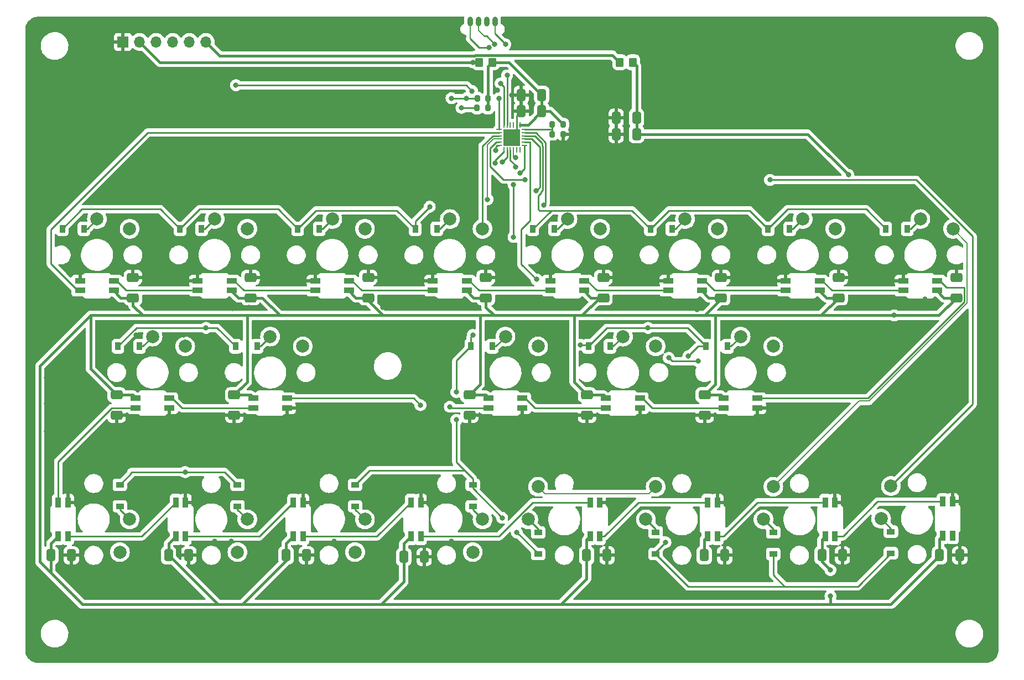
<source format=gbr>
%TF.GenerationSoftware,KiCad,Pcbnew,6.0.9-8da3e8f707~117~ubuntu22.04.1*%
%TF.CreationDate,2022-12-01T14:43:22-05:00*%
%TF.ProjectId,keyboard_matrix,6b657962-6f61-4726-945f-6d6174726978,rev?*%
%TF.SameCoordinates,Original*%
%TF.FileFunction,Copper,L2,Bot*%
%TF.FilePolarity,Positive*%
%FSLAX46Y46*%
G04 Gerber Fmt 4.6, Leading zero omitted, Abs format (unit mm)*
G04 Created by KiCad (PCBNEW 6.0.9-8da3e8f707~117~ubuntu22.04.1) date 2022-12-01 14:43:22*
%MOMM*%
%LPD*%
G01*
G04 APERTURE LIST*
G04 Aperture macros list*
%AMRoundRect*
0 Rectangle with rounded corners*
0 $1 Rounding radius*
0 $2 $3 $4 $5 $6 $7 $8 $9 X,Y pos of 4 corners*
0 Add a 4 corners polygon primitive as box body*
4,1,4,$2,$3,$4,$5,$6,$7,$8,$9,$2,$3,0*
0 Add four circle primitives for the rounded corners*
1,1,$1+$1,$2,$3*
1,1,$1+$1,$4,$5*
1,1,$1+$1,$6,$7*
1,1,$1+$1,$8,$9*
0 Add four rect primitives between the rounded corners*
20,1,$1+$1,$2,$3,$4,$5,0*
20,1,$1+$1,$4,$5,$6,$7,0*
20,1,$1+$1,$6,$7,$8,$9,0*
20,1,$1+$1,$8,$9,$2,$3,0*%
G04 Aperture macros list end*
%TA.AperFunction,SMDPad,CuDef*%
%ADD10R,0.900000X1.200000*%
%TD*%
%TA.AperFunction,ComponentPad*%
%ADD11C,2.000000*%
%TD*%
%TA.AperFunction,SMDPad,CuDef*%
%ADD12R,1.600000X0.820000*%
%TD*%
%TA.AperFunction,SMDPad,CuDef*%
%ADD13R,1.200000X0.900000*%
%TD*%
%TA.AperFunction,SMDPad,CuDef*%
%ADD14R,0.820000X1.600000*%
%TD*%
%TA.AperFunction,ComponentPad*%
%ADD15R,1.700000X1.700000*%
%TD*%
%TA.AperFunction,ComponentPad*%
%ADD16O,1.700000X1.700000*%
%TD*%
%TA.AperFunction,SMDPad,CuDef*%
%ADD17O,0.800000X1.500000*%
%TD*%
%TA.AperFunction,SMDPad,CuDef*%
%ADD18RoundRect,0.250000X0.650000X-0.412500X0.650000X0.412500X-0.650000X0.412500X-0.650000X-0.412500X0*%
%TD*%
%TA.AperFunction,SMDPad,CuDef*%
%ADD19RoundRect,0.250000X-0.650000X0.412500X-0.650000X-0.412500X0.650000X-0.412500X0.650000X0.412500X0*%
%TD*%
%TA.AperFunction,SMDPad,CuDef*%
%ADD20RoundRect,0.250000X-0.412500X-0.650000X0.412500X-0.650000X0.412500X0.650000X-0.412500X0.650000X0*%
%TD*%
%TA.AperFunction,SMDPad,CuDef*%
%ADD21RoundRect,0.250000X0.412500X0.650000X-0.412500X0.650000X-0.412500X-0.650000X0.412500X-0.650000X0*%
%TD*%
%TA.AperFunction,SMDPad,CuDef*%
%ADD22RoundRect,0.200000X0.200000X0.275000X-0.200000X0.275000X-0.200000X-0.275000X0.200000X-0.275000X0*%
%TD*%
%TA.AperFunction,SMDPad,CuDef*%
%ADD23RoundRect,0.250000X-0.350000X-0.450000X0.350000X-0.450000X0.350000X0.450000X-0.350000X0.450000X0*%
%TD*%
%TA.AperFunction,SMDPad,CuDef*%
%ADD24RoundRect,0.062500X0.350000X0.062500X-0.350000X0.062500X-0.350000X-0.062500X0.350000X-0.062500X0*%
%TD*%
%TA.AperFunction,SMDPad,CuDef*%
%ADD25RoundRect,0.062500X0.062500X0.350000X-0.062500X0.350000X-0.062500X-0.350000X0.062500X-0.350000X0*%
%TD*%
%TA.AperFunction,SMDPad,CuDef*%
%ADD26R,2.600000X2.600000*%
%TD*%
%TA.AperFunction,SMDPad,CuDef*%
%ADD27RoundRect,0.200000X-0.200000X-0.275000X0.200000X-0.275000X0.200000X0.275000X-0.200000X0.275000X0*%
%TD*%
%TA.AperFunction,ViaPad*%
%ADD28C,0.800000*%
%TD*%
%TA.AperFunction,ViaPad*%
%ADD29C,0.700000*%
%TD*%
%TA.AperFunction,Conductor*%
%ADD30C,0.400000*%
%TD*%
%TA.AperFunction,Conductor*%
%ADD31C,0.250000*%
%TD*%
%TA.AperFunction,Conductor*%
%ADD32C,0.150000*%
%TD*%
%TA.AperFunction,Conductor*%
%ADD33C,0.200000*%
%TD*%
G04 APERTURE END LIST*
D10*
%TO.P,SW202,*%
%TO.N,*%
X97500000Y-93000000D03*
D11*
X99500000Y-91500000D03*
D12*
%TO.P,SW202,1,VDD*%
%TO.N,+5V*%
X102100000Y-102450000D03*
%TO.P,SW202,2,DOUT*%
%TO.N,Net-(SW202-Pad2)*%
X102100000Y-100950000D03*
%TO.P,SW202,3,GND*%
%TO.N,GND*%
X96900000Y-100950000D03*
%TO.P,SW202,4,DIN*%
%TO.N,Net-(SW201-Pad2)*%
X96900000Y-102450000D03*
D10*
%TO.P,SW202,5*%
%TO.N,ROW_A*%
X94200000Y-93000000D03*
D11*
%TO.P,SW202,6*%
%TO.N,COL_O*%
X104500000Y-93000000D03*
%TD*%
%TO.P,SW208,*%
%TO.N,*%
X207500000Y-91500000D03*
D10*
X205500000Y-93000000D03*
D12*
%TO.P,SW208,1,VDD*%
%TO.N,+5V*%
X210100000Y-102450000D03*
%TO.P,SW208,2,DOUT*%
%TO.N,/Multifunction Switches/LED_DATA_OUT*%
X210100000Y-100950000D03*
%TO.P,SW208,3,GND*%
%TO.N,GND*%
X204900000Y-100950000D03*
%TO.P,SW208,4,DIN*%
%TO.N,Net-(SW207-Pad2)*%
X204900000Y-102450000D03*
D10*
%TO.P,SW208,5*%
%TO.N,ROW_B*%
X202200000Y-93000000D03*
D11*
%TO.P,SW208,6*%
%TO.N,COL_P*%
X212500000Y-93000000D03*
%TD*%
D10*
%TO.P,SW201,*%
%TO.N,*%
X79500000Y-93000000D03*
D11*
X81500000Y-91500000D03*
D12*
%TO.P,SW201,1,VDD*%
%TO.N,+5V*%
X84100000Y-102450000D03*
%TO.P,SW201,2,DOUT*%
%TO.N,Net-(SW201-Pad2)*%
X84100000Y-100950000D03*
%TO.P,SW201,3,GND*%
%TO.N,GND*%
X78900000Y-100950000D03*
%TO.P,SW201,4,DIN*%
%TO.N,LED_DATA*%
X78900000Y-102450000D03*
D10*
%TO.P,SW201,5*%
%TO.N,ROW_A*%
X76200000Y-93000000D03*
D11*
%TO.P,SW201,6*%
%TO.N,COL_P*%
X86500000Y-93000000D03*
%TD*%
D13*
%TO.P,SW301,*%
%TO.N,*%
X85000000Y-135500000D03*
D11*
X86500000Y-137500000D03*
D14*
%TO.P,SW301,1,VDD*%
%TO.N,+5V*%
X75550000Y-140100000D03*
%TO.P,SW301,2,DOUT*%
%TO.N,Net-(SW301-Pad2)*%
X77050000Y-140100000D03*
%TO.P,SW301,3,GND*%
%TO.N,GND*%
X77050000Y-134900000D03*
%TO.P,SW301,4,DIN*%
%TO.N,Net-(SW301-Pad4)*%
X75550000Y-134900000D03*
D13*
%TO.P,SW301,5*%
%TO.N,ROW_C*%
X85000000Y-132200000D03*
D11*
%TO.P,SW301,6*%
%TO.N,COL_P*%
X85000000Y-142500000D03*
%TD*%
D10*
%TO.P,SW307,*%
%TO.N,*%
X142000000Y-111000000D03*
D11*
X144000000Y-109500000D03*
D12*
%TO.P,SW307,1,VDD*%
%TO.N,+5V*%
X141400000Y-118950000D03*
%TO.P,SW307,2,DOUT*%
%TO.N,Net-(SW304-Pad4)*%
X141400000Y-120450000D03*
%TO.P,SW307,3,GND*%
%TO.N,GND*%
X146600000Y-120450000D03*
%TO.P,SW307,4,DIN*%
%TO.N,Net-(SW307-Pad4)*%
X146600000Y-118950000D03*
D10*
%TO.P,SW307,5*%
%TO.N,ROW_D*%
X138700000Y-111000000D03*
D11*
%TO.P,SW307,6*%
%TO.N,COL_O*%
X149000000Y-111000000D03*
%TD*%
%TO.P,SW308,*%
%TO.N,*%
X147500000Y-137500000D03*
D13*
X149000000Y-139500000D03*
D14*
%TO.P,SW308,1,VDD*%
%TO.N,+5V*%
X156950000Y-140100000D03*
%TO.P,SW308,2,DOUT*%
%TO.N,Net-(SW308-Pad2)*%
X158450000Y-140100000D03*
%TO.P,SW308,3,GND*%
%TO.N,GND*%
X158450000Y-134900000D03*
%TO.P,SW308,4,DIN*%
%TO.N,Net-(SW306-Pad2)*%
X156950000Y-134900000D03*
D13*
%TO.P,SW308,5*%
%TO.N,ROW_D*%
X149000000Y-142800000D03*
D11*
%TO.P,SW308,6*%
%TO.N,COL_N*%
X149000000Y-132500000D03*
%TD*%
%TO.P,SW303,*%
%TO.N,*%
X104500000Y-137500000D03*
D13*
X103000000Y-135500000D03*
D14*
%TO.P,SW303,1,VDD*%
%TO.N,+5V*%
X93550000Y-140100000D03*
%TO.P,SW303,2,DOUT*%
%TO.N,Net-(SW303-Pad2)*%
X95050000Y-140100000D03*
%TO.P,SW303,3,GND*%
%TO.N,GND*%
X95050000Y-134900000D03*
%TO.P,SW303,4,DIN*%
%TO.N,Net-(SW301-Pad2)*%
X93550000Y-134900000D03*
D13*
%TO.P,SW303,5*%
%TO.N,ROW_C*%
X103000000Y-132200000D03*
D11*
%TO.P,SW303,6*%
%TO.N,COL_M*%
X103000000Y-142500000D03*
%TD*%
D15*
%TO.P,J10,1,Pin_1*%
%TO.N,GND*%
X85460000Y-64375000D03*
D16*
%TO.P,J10,2,Pin_2*%
%TO.N,3.3V_UNF*%
X88000000Y-64375000D03*
%TO.P,J10,3,Pin_3*%
%TO.N,I2C_SCL*%
X90540000Y-64375000D03*
%TO.P,J10,4,Pin_4*%
%TO.N,I2C_SDA*%
X93080000Y-64375000D03*
%TO.P,J10,5,Pin_5*%
%TO.N,INT*%
X95620000Y-64375000D03*
%TO.P,J10,6,Pin_6*%
%TO.N,5V_UNF*%
X98160000Y-64375000D03*
%TD*%
D11*
%TO.P,SW312,*%
%TO.N,*%
X183500000Y-137500000D03*
D13*
X185000000Y-139500000D03*
D14*
%TO.P,SW312,1,VDD*%
%TO.N,+5V*%
X192950000Y-140100000D03*
%TO.P,SW312,2,DOUT*%
%TO.N,Net-(SW312-Pad2)*%
X194450000Y-140100000D03*
%TO.P,SW312,3,GND*%
%TO.N,GND*%
X194450000Y-134900000D03*
%TO.P,SW312,4,DIN*%
%TO.N,Net-(SW310-Pad2)*%
X192950000Y-134900000D03*
D13*
%TO.P,SW312,5*%
%TO.N,ROW_E*%
X185000000Y-142800000D03*
D11*
%TO.P,SW312,6*%
%TO.N,COL_P*%
X185000000Y-132500000D03*
%TD*%
D10*
%TO.P,SW304,*%
%TO.N,*%
X106000000Y-111000000D03*
D11*
X108000000Y-109500000D03*
D12*
%TO.P,SW304,1,VDD*%
%TO.N,+5V*%
X105400000Y-118950000D03*
%TO.P,SW304,2,DOUT*%
%TO.N,Net-(SW302-Pad4)*%
X105400000Y-120450000D03*
%TO.P,SW304,3,GND*%
%TO.N,GND*%
X110600000Y-120450000D03*
%TO.P,SW304,4,DIN*%
%TO.N,Net-(SW304-Pad4)*%
X110600000Y-118950000D03*
D10*
%TO.P,SW304,5*%
%TO.N,ROW_C*%
X102700000Y-111000000D03*
D11*
%TO.P,SW304,6*%
%TO.N,COL_N*%
X113000000Y-111000000D03*
%TD*%
%TO.P,SW309,*%
%TO.N,*%
X162000000Y-109500000D03*
D10*
X160000000Y-111000000D03*
D12*
%TO.P,SW309,1,VDD*%
%TO.N,+5V*%
X159400000Y-118950000D03*
%TO.P,SW309,2,DOUT*%
%TO.N,Net-(SW307-Pad4)*%
X159400000Y-120450000D03*
%TO.P,SW309,3,GND*%
%TO.N,GND*%
X164600000Y-120450000D03*
%TO.P,SW309,4,DIN*%
%TO.N,Net-(SW309-Pad4)*%
X164600000Y-118950000D03*
D10*
%TO.P,SW309,5*%
%TO.N,ROW_E*%
X156700000Y-111000000D03*
D11*
%TO.P,SW309,6*%
%TO.N,COL_M*%
X167000000Y-111000000D03*
%TD*%
%TO.P,SW302,*%
%TO.N,*%
X90000000Y-109500000D03*
D10*
X88000000Y-111000000D03*
D12*
%TO.P,SW302,1,VDD*%
%TO.N,+5V*%
X87400000Y-118950000D03*
%TO.P,SW302,2,DOUT*%
%TO.N,Net-(SW301-Pad4)*%
X87400000Y-120450000D03*
%TO.P,SW302,3,GND*%
%TO.N,GND*%
X92600000Y-120450000D03*
%TO.P,SW302,4,DIN*%
%TO.N,Net-(SW302-Pad4)*%
X92600000Y-118950000D03*
D10*
%TO.P,SW302,5*%
%TO.N,ROW_C*%
X84700000Y-111000000D03*
D11*
%TO.P,SW302,6*%
%TO.N,COL_O*%
X95000000Y-111000000D03*
%TD*%
%TO.P,SW203,*%
%TO.N,*%
X117500000Y-91500000D03*
D10*
X115500000Y-93000000D03*
D12*
%TO.P,SW203,1,VDD*%
%TO.N,+5V*%
X120100000Y-102450000D03*
%TO.P,SW203,2,DOUT*%
%TO.N,Net-(SW203-Pad2)*%
X120100000Y-100950000D03*
%TO.P,SW203,3,GND*%
%TO.N,GND*%
X114900000Y-100950000D03*
%TO.P,SW203,4,DIN*%
%TO.N,Net-(SW202-Pad2)*%
X114900000Y-102450000D03*
D10*
%TO.P,SW203,5*%
%TO.N,ROW_A*%
X112200000Y-93000000D03*
D11*
%TO.P,SW203,6*%
%TO.N,COL_N*%
X122500000Y-93000000D03*
%TD*%
D17*
%TO.P,J11,2,NRST*%
%TO.N,NRST*%
X138595000Y-61270500D03*
%TO.P,J11,4,SWCLK*%
%TO.N,SWCLK*%
X139865000Y-61270500D03*
%TO.P,J11,6,SWO*%
%TO.N,unconnected-(J11-Pad6)*%
X141135000Y-61270500D03*
%TO.P,J11,8,SWDIO*%
%TO.N,SWDIO*%
X142405000Y-61270500D03*
%TD*%
D13*
%TO.P,SW310,*%
%TO.N,*%
X167000000Y-139500000D03*
D11*
X165500000Y-137500000D03*
D14*
%TO.P,SW310,1,VDD*%
%TO.N,+5V*%
X174950000Y-140100000D03*
%TO.P,SW310,2,DOUT*%
%TO.N,Net-(SW310-Pad2)*%
X176450000Y-140100000D03*
%TO.P,SW310,3,GND*%
%TO.N,GND*%
X176450000Y-134900000D03*
%TO.P,SW310,4,DIN*%
%TO.N,Net-(SW308-Pad2)*%
X174950000Y-134900000D03*
D13*
%TO.P,SW310,5*%
%TO.N,ROW_E*%
X167000000Y-142800000D03*
D11*
%TO.P,SW310,6*%
%TO.N,COL_N*%
X167000000Y-132500000D03*
%TD*%
%TO.P,SW306,*%
%TO.N,*%
X140500000Y-137500000D03*
D13*
X139000000Y-135500000D03*
D14*
%TO.P,SW306,1,VDD*%
%TO.N,+5V*%
X129550000Y-140100000D03*
%TO.P,SW306,2,DOUT*%
%TO.N,Net-(SW306-Pad2)*%
X131050000Y-140100000D03*
%TO.P,SW306,3,GND*%
%TO.N,GND*%
X131050000Y-134900000D03*
%TO.P,SW306,4,DIN*%
%TO.N,Net-(SW305-Pad2)*%
X129550000Y-134900000D03*
D13*
%TO.P,SW306,5*%
%TO.N,ROW_D*%
X139000000Y-132200000D03*
D11*
%TO.P,SW306,6*%
%TO.N,COL_P*%
X139000000Y-142500000D03*
%TD*%
D13*
%TO.P,SW313,*%
%TO.N,*%
X203000000Y-139385000D03*
D11*
X201500000Y-137385000D03*
D14*
%TO.P,SW313,1,VDD*%
%TO.N,+5V*%
X210950000Y-139985000D03*
%TO.P,SW313,2,DOUT*%
%TO.N,/Octave Switches/LED_DATA_OUT*%
X212450000Y-139985000D03*
%TO.P,SW313,3,GND*%
%TO.N,GND*%
X212450000Y-134785000D03*
%TO.P,SW313,4,DIN*%
%TO.N,Net-(SW312-Pad2)*%
X210950000Y-134785000D03*
D13*
%TO.P,SW313,5*%
%TO.N,ROW_E*%
X203000000Y-142685000D03*
D11*
%TO.P,SW313,6*%
%TO.N,COL_Q*%
X203000000Y-132385000D03*
%TD*%
%TO.P,SW205,*%
%TO.N,*%
X153500000Y-91500000D03*
D10*
X151500000Y-93000000D03*
D12*
%TO.P,SW205,1,VDD*%
%TO.N,+5V*%
X156100000Y-102450000D03*
%TO.P,SW205,2,DOUT*%
%TO.N,Net-(SW205-Pad2)*%
X156100000Y-100950000D03*
%TO.P,SW205,3,GND*%
%TO.N,GND*%
X150900000Y-100950000D03*
%TO.P,SW205,4,DIN*%
%TO.N,Net-(SW204-Pad2)*%
X150900000Y-102450000D03*
D10*
%TO.P,SW205,5*%
%TO.N,ROW_B*%
X148200000Y-93000000D03*
D11*
%TO.P,SW205,6*%
%TO.N,COL_M*%
X158500000Y-93000000D03*
%TD*%
D10*
%TO.P,SW311,*%
%TO.N,*%
X178000000Y-111000000D03*
D11*
X180000000Y-109500000D03*
D12*
%TO.P,SW311,1,VDD*%
%TO.N,+5V*%
X177400000Y-118950000D03*
%TO.P,SW311,2,DOUT*%
%TO.N,Net-(SW309-Pad4)*%
X177400000Y-120450000D03*
%TO.P,SW311,3,GND*%
%TO.N,GND*%
X182600000Y-120450000D03*
%TO.P,SW311,4,DIN*%
%TO.N,/Multifunction Switches/LED_DATA_OUT*%
X182600000Y-118950000D03*
D10*
%TO.P,SW311,5*%
%TO.N,ROW_E*%
X174700000Y-111000000D03*
D11*
%TO.P,SW311,6*%
%TO.N,COL_O*%
X185000000Y-111000000D03*
%TD*%
%TO.P,SW204,*%
%TO.N,*%
X135500000Y-91500000D03*
D10*
X133500000Y-93000000D03*
D12*
%TO.P,SW204,1,VDD*%
%TO.N,+5V*%
X138100000Y-102450000D03*
%TO.P,SW204,2,DOUT*%
%TO.N,Net-(SW204-Pad2)*%
X138100000Y-100950000D03*
%TO.P,SW204,3,GND*%
%TO.N,GND*%
X132900000Y-100950000D03*
%TO.P,SW204,4,DIN*%
%TO.N,Net-(SW203-Pad2)*%
X132900000Y-102450000D03*
D10*
%TO.P,SW204,5*%
%TO.N,ROW_A*%
X130200000Y-93000000D03*
D11*
%TO.P,SW204,6*%
%TO.N,COL_M*%
X140500000Y-93000000D03*
%TD*%
%TO.P,SW206,*%
%TO.N,*%
X171500000Y-91500000D03*
D10*
X169500000Y-93000000D03*
D12*
%TO.P,SW206,1,VDD*%
%TO.N,+5V*%
X174100000Y-102450000D03*
%TO.P,SW206,2,DOUT*%
%TO.N,Net-(SW206-Pad2)*%
X174100000Y-100950000D03*
%TO.P,SW206,3,GND*%
%TO.N,GND*%
X168900000Y-100950000D03*
%TO.P,SW206,4,DIN*%
%TO.N,Net-(SW205-Pad2)*%
X168900000Y-102450000D03*
D10*
%TO.P,SW206,5*%
%TO.N,ROW_B*%
X166200000Y-93000000D03*
D11*
%TO.P,SW206,6*%
%TO.N,COL_N*%
X176500000Y-93000000D03*
%TD*%
D13*
%TO.P,SW305,*%
%TO.N,*%
X121000000Y-135500000D03*
D11*
X122500000Y-137500000D03*
D14*
%TO.P,SW305,1,VDD*%
%TO.N,+5V*%
X111550000Y-140100000D03*
%TO.P,SW305,2,DOUT*%
%TO.N,Net-(SW305-Pad2)*%
X113050000Y-140100000D03*
%TO.P,SW305,3,GND*%
%TO.N,GND*%
X113050000Y-134900000D03*
%TO.P,SW305,4,DIN*%
%TO.N,Net-(SW303-Pad2)*%
X111550000Y-134900000D03*
D13*
%TO.P,SW305,5*%
%TO.N,ROW_D*%
X121000000Y-132200000D03*
D11*
%TO.P,SW305,6*%
%TO.N,COL_M*%
X121000000Y-142500000D03*
%TD*%
%TO.P,SW207,*%
%TO.N,*%
X189500000Y-91500000D03*
D10*
X187500000Y-93000000D03*
D12*
%TO.P,SW207,1,VDD*%
%TO.N,+5V*%
X192100000Y-102450000D03*
%TO.P,SW207,2,DOUT*%
%TO.N,Net-(SW207-Pad2)*%
X192100000Y-100950000D03*
%TO.P,SW207,3,GND*%
%TO.N,GND*%
X186900000Y-100950000D03*
%TO.P,SW207,4,DIN*%
%TO.N,Net-(SW206-Pad2)*%
X186900000Y-102450000D03*
D10*
%TO.P,SW207,5*%
%TO.N,ROW_B*%
X184200000Y-93000000D03*
D11*
%TO.P,SW207,6*%
%TO.N,COL_O*%
X194500000Y-93000000D03*
%TD*%
D18*
%TO.P,C202,1*%
%TO.N,+5V*%
X105000000Y-103562500D03*
%TO.P,C202,2*%
%TO.N,GND*%
X105000000Y-100437500D03*
%TD*%
D19*
%TO.P,C311,1*%
%TO.N,+5V*%
X174500000Y-118437500D03*
%TO.P,C311,2*%
%TO.N,GND*%
X174500000Y-121562500D03*
%TD*%
%TO.P,C309,1*%
%TO.N,+5V*%
X156500000Y-118437500D03*
%TO.P,C309,2*%
%TO.N,GND*%
X156500000Y-121562500D03*
%TD*%
D20*
%TO.P,C306,1*%
%TO.N,+5V*%
X128437500Y-143250000D03*
%TO.P,C306,2*%
%TO.N,GND*%
X131562500Y-143250000D03*
%TD*%
D18*
%TO.P,C201,1*%
%TO.N,+5V*%
X87000000Y-103562500D03*
%TO.P,C201,2*%
%TO.N,GND*%
X87000000Y-100437500D03*
%TD*%
D21*
%TO.P,C4,1*%
%TO.N,+5V*%
X164062500Y-78500000D03*
%TO.P,C4,2*%
%TO.N,GND*%
X160937500Y-78500000D03*
%TD*%
D20*
%TO.P,C310,1*%
%TO.N,+5V*%
X174437500Y-143000000D03*
%TO.P,C310,2*%
%TO.N,GND*%
X177562500Y-143000000D03*
%TD*%
D22*
%TO.P,R2,1*%
%TO.N,+3.3V*%
X141325000Y-74500000D03*
%TO.P,R2,2*%
%TO.N,I2C_SCL*%
X139675000Y-74500000D03*
%TD*%
D21*
%TO.P,C2,1*%
%TO.N,+3.3V*%
X149562500Y-75000000D03*
%TO.P,C2,2*%
%TO.N,GND*%
X146437500Y-75000000D03*
%TD*%
D19*
%TO.P,C307,1*%
%TO.N,+5V*%
X138500000Y-118437500D03*
%TO.P,C307,2*%
%TO.N,GND*%
X138500000Y-121562500D03*
%TD*%
D23*
%TO.P,FB1,1*%
%TO.N,3.3V_UNF*%
X140000000Y-67500000D03*
%TO.P,FB1,2*%
%TO.N,+3.3V*%
X142000000Y-67500000D03*
%TD*%
D18*
%TO.P,C203,1*%
%TO.N,+5V*%
X123000000Y-103562500D03*
%TO.P,C203,2*%
%TO.N,GND*%
X123000000Y-100437500D03*
%TD*%
%TO.P,C204,1*%
%TO.N,+5V*%
X141000000Y-103562500D03*
%TO.P,C204,2*%
%TO.N,GND*%
X141000000Y-100437500D03*
%TD*%
D20*
%TO.P,C305,1*%
%TO.N,+5V*%
X110437500Y-143000000D03*
%TO.P,C305,2*%
%TO.N,GND*%
X113562500Y-143000000D03*
%TD*%
D18*
%TO.P,C205,1*%
%TO.N,+5V*%
X159000000Y-103562500D03*
%TO.P,C205,2*%
%TO.N,GND*%
X159000000Y-100437500D03*
%TD*%
D21*
%TO.P,C1,1*%
%TO.N,+3.3V*%
X149562500Y-72500000D03*
%TO.P,C1,2*%
%TO.N,GND*%
X146437500Y-72500000D03*
%TD*%
D20*
%TO.P,C308,1*%
%TO.N,+5V*%
X156437500Y-143000000D03*
%TO.P,C308,2*%
%TO.N,GND*%
X159562500Y-143000000D03*
%TD*%
D19*
%TO.P,C304,1*%
%TO.N,+5V*%
X102500000Y-118437500D03*
%TO.P,C304,2*%
%TO.N,GND*%
X102500000Y-121562500D03*
%TD*%
D24*
%TO.P,U1,1,PA02*%
%TO.N,ADDR_SET*%
X146937500Y-77750000D03*
%TO.P,U1,2,PA03*%
%TO.N,ROW_A*%
X146937500Y-78250000D03*
%TO.P,U1,3,PA04*%
%TO.N,ROW_B*%
X146937500Y-78750000D03*
%TO.P,U1,4,PA05*%
%TO.N,ROW_C*%
X146937500Y-79250000D03*
%TO.P,U1,5,PA06*%
%TO.N,ROW_E*%
X146937500Y-79750000D03*
%TO.P,U1,6,PA07*%
%TO.N,ROW_D*%
X146937500Y-80250000D03*
D25*
%TO.P,U1,7,PA08/XIN*%
%TO.N,unconnected-(U1-Pad7)*%
X146250000Y-80937500D03*
%TO.P,U1,8,PA09/XOUT*%
%TO.N,unconnected-(U1-Pad8)*%
X145750000Y-80937500D03*
%TO.P,U1,9,PA10*%
%TO.N,COL_P*%
X145250000Y-80937500D03*
%TO.P,U1,10,PA11*%
%TO.N,COL_O*%
X144750000Y-80937500D03*
%TO.P,U1,11,PA14*%
%TO.N,I2C_SDA*%
X144250000Y-80937500D03*
%TO.P,U1,12,PA15*%
%TO.N,I2C_SCL*%
X143750000Y-80937500D03*
D24*
%TO.P,U1,13,PA16*%
%TO.N,INT*%
X143062500Y-80250000D03*
%TO.P,U1,14,PA17*%
%TO.N,COL_Q*%
X143062500Y-79750000D03*
%TO.P,U1,15,PA22*%
%TO.N,COL_N*%
X143062500Y-79250000D03*
%TO.P,U1,16,PA23*%
%TO.N,COL_M*%
X143062500Y-78750000D03*
%TO.P,U1,17,PA27*%
%TO.N,LED_DATA*%
X143062500Y-78250000D03*
%TO.P,U1,18,PA28/~{RST}*%
%TO.N,NRST*%
X143062500Y-77750000D03*
D25*
%TO.P,U1,19,PA30/SWCLK*%
%TO.N,SWCLK*%
X143750000Y-77062500D03*
%TO.P,U1,20,PA31/SWDIO*%
%TO.N,SWDIO*%
X144250000Y-77062500D03*
%TO.P,U1,21,PA24*%
%TO.N,unconnected-(U1-Pad21)*%
X144750000Y-77062500D03*
%TO.P,U1,22,PA25*%
%TO.N,unconnected-(U1-Pad22)*%
X145250000Y-77062500D03*
%TO.P,U1,23,GND*%
%TO.N,GND*%
X145750000Y-77062500D03*
%TO.P,U1,24,VDD*%
%TO.N,+3.3V*%
X146250000Y-77062500D03*
D26*
%TO.P,U1,25,GND*%
%TO.N,GND*%
X145000000Y-79000000D03*
%TD*%
D22*
%TO.P,R3,1*%
%TO.N,+3.3V*%
X152825000Y-77000000D03*
%TO.P,R3,2*%
%TO.N,ADDR_SET*%
X151175000Y-77000000D03*
%TD*%
D19*
%TO.P,C302,1*%
%TO.N,+5V*%
X84500000Y-118437500D03*
%TO.P,C302,2*%
%TO.N,GND*%
X84500000Y-121562500D03*
%TD*%
D22*
%TO.P,R1,1*%
%TO.N,+3.3V*%
X141345000Y-73000000D03*
%TO.P,R1,2*%
%TO.N,I2C_SDA*%
X139695000Y-73000000D03*
%TD*%
D20*
%TO.P,C303,1*%
%TO.N,+5V*%
X92437500Y-143000000D03*
%TO.P,C303,2*%
%TO.N,GND*%
X95562500Y-143000000D03*
%TD*%
D21*
%TO.P,C3,1*%
%TO.N,+5V*%
X164062500Y-76000000D03*
%TO.P,C3,2*%
%TO.N,GND*%
X160937500Y-76000000D03*
%TD*%
D18*
%TO.P,C206,1*%
%TO.N,+5V*%
X177000000Y-103562500D03*
%TO.P,C206,2*%
%TO.N,GND*%
X177000000Y-100437500D03*
%TD*%
D27*
%TO.P,R4,1*%
%TO.N,ADDR_SET*%
X151175000Y-78500000D03*
%TO.P,R4,2*%
%TO.N,GND*%
X152825000Y-78500000D03*
%TD*%
D20*
%TO.P,C312,1*%
%TO.N,+5V*%
X192437500Y-143000000D03*
%TO.P,C312,2*%
%TO.N,GND*%
X195562500Y-143000000D03*
%TD*%
D18*
%TO.P,C208,1*%
%TO.N,+5V*%
X213000000Y-103562500D03*
%TO.P,C208,2*%
%TO.N,GND*%
X213000000Y-100437500D03*
%TD*%
D20*
%TO.P,C301,1*%
%TO.N,+5V*%
X74437500Y-143000000D03*
%TO.P,C301,2*%
%TO.N,GND*%
X77562500Y-143000000D03*
%TD*%
D23*
%TO.P,FB2,1*%
%TO.N,5V_UNF*%
X161500000Y-67500000D03*
%TO.P,FB2,2*%
%TO.N,+5V*%
X163500000Y-67500000D03*
%TD*%
D18*
%TO.P,C207,1*%
%TO.N,+5V*%
X195000000Y-103562500D03*
%TO.P,C207,2*%
%TO.N,GND*%
X195000000Y-100437500D03*
%TD*%
D20*
%TO.P,C313,1*%
%TO.N,+5V*%
X210437500Y-143000000D03*
%TO.P,C313,2*%
%TO.N,GND*%
X213562500Y-143000000D03*
%TD*%
D28*
%TO.N,GND*%
X121000000Y-69250000D03*
X101000000Y-64500000D03*
X177750000Y-108500000D03*
X155500000Y-89000000D03*
X83750000Y-148250000D03*
X134750000Y-117750000D03*
X187750000Y-105000000D03*
X107250000Y-76500000D03*
X181500000Y-124250000D03*
X88250000Y-148250000D03*
X123250000Y-135500000D03*
X167250000Y-117750000D03*
X184500000Y-122000000D03*
X81750000Y-109250000D03*
X73750000Y-115750000D03*
X142750000Y-105000000D03*
X110750000Y-64500000D03*
X99512299Y-140824500D03*
X91250000Y-92000000D03*
X107750000Y-87750000D03*
X130750000Y-122000000D03*
D29*
X145750000Y-79750000D03*
D28*
X78500000Y-119750000D03*
X119500000Y-109250000D03*
X128250000Y-109250000D03*
X188750000Y-122000000D03*
D29*
X144250000Y-78250000D03*
X144250000Y-79750000D03*
D28*
X149000000Y-117750000D03*
X88250000Y-152750000D03*
X171275500Y-117750000D03*
X158500000Y-145000000D03*
X127000000Y-80750000D03*
X130500000Y-69250000D03*
X120000000Y-105000000D03*
X110000000Y-109250000D03*
X87500000Y-109250000D03*
X187750000Y-108250000D03*
X108250000Y-152750000D03*
X173350501Y-105378043D03*
X132250000Y-80750000D03*
X125250000Y-105000000D03*
X106500000Y-105000000D03*
X218000000Y-98250000D03*
X190000000Y-108250000D03*
X129000000Y-153000000D03*
X121000000Y-64500000D03*
X182500000Y-108500000D03*
X101750000Y-87750000D03*
X115750000Y-64500000D03*
X197750000Y-104750000D03*
X142525500Y-69667660D03*
X78500000Y-124000000D03*
X147000000Y-64750000D03*
X200000000Y-104750000D03*
X129000000Y-148500000D03*
X124500000Y-148500000D03*
X117750000Y-140824500D03*
X74500000Y-148250000D03*
X112250000Y-80750000D03*
X106250000Y-69250000D03*
X147000000Y-67750000D03*
X182000000Y-88500000D03*
X94750000Y-122000000D03*
X167250000Y-122000000D03*
X102750000Y-109250000D03*
X177250000Y-128500000D03*
X136750000Y-80750000D03*
X76000000Y-95000000D03*
X152250000Y-109250000D03*
X169750000Y-89000000D03*
X117500000Y-76500000D03*
X153250000Y-117750000D03*
X117500000Y-80750000D03*
X102000000Y-145000000D03*
X91750000Y-105000000D03*
X135750000Y-145000000D03*
X121500000Y-122000000D03*
X156750000Y-67750000D03*
X115750000Y-69250000D03*
X97500000Y-76500000D03*
X208250000Y-104750000D03*
X160250000Y-105000000D03*
X170750000Y-145000000D03*
X120250000Y-87750000D03*
X153250000Y-122000000D03*
X120000000Y-148500000D03*
X125750000Y-122000000D03*
X99500000Y-145000000D03*
X142754354Y-71729756D03*
X121500000Y-117750000D03*
X83750000Y-87750000D03*
X162250000Y-105000000D03*
X140750000Y-128500000D03*
X102010165Y-140824500D03*
X195250000Y-108250000D03*
X94750000Y-117750000D03*
X145000000Y-141000000D03*
X164000000Y-109750000D03*
X145000000Y-124250000D03*
X152250000Y-67750000D03*
X112250000Y-76500000D03*
X181500000Y-128500000D03*
X135750000Y-140824500D03*
X122000000Y-80750000D03*
X103750000Y-152750000D03*
X117250000Y-122000000D03*
X92000000Y-109250000D03*
X112750000Y-105000000D03*
X120000000Y-153000000D03*
X132750000Y-109250000D03*
X72750000Y-95000000D03*
X174250000Y-88500000D03*
X162750000Y-132000000D03*
X144974500Y-72482612D03*
X160000000Y-91500000D03*
X108250000Y-148250000D03*
X117250000Y-117750000D03*
X101750000Y-92000000D03*
X136734070Y-108491332D03*
X188750000Y-117750000D03*
X73750000Y-124000000D03*
X110750000Y-69250000D03*
X83750000Y-152750000D03*
X145500000Y-70500000D03*
X122250000Y-145000000D03*
X94750000Y-109250000D03*
X89000000Y-124000000D03*
X165000000Y-89000000D03*
X97250000Y-109250000D03*
X125750000Y-117750000D03*
X192250000Y-84500000D03*
X177250000Y-124250000D03*
X160000000Y-89000000D03*
X115250000Y-109250000D03*
X107250000Y-80750000D03*
X164037458Y-104947746D03*
X183750000Y-84500000D03*
X146750000Y-105000000D03*
X84250000Y-109250000D03*
X104750000Y-105000000D03*
X170750000Y-140750000D03*
X140750000Y-124250000D03*
X151250000Y-89000000D03*
X182000000Y-92750000D03*
D29*
X145750000Y-78250000D03*
D28*
X102750000Y-80750000D03*
X113000000Y-117750000D03*
X174250000Y-92750000D03*
X127000000Y-76500000D03*
X140000000Y-145000000D03*
X125500000Y-69250000D03*
X97500000Y-80750000D03*
X170500000Y-109250000D03*
X152250000Y-64750000D03*
X129500000Y-105000000D03*
X208250000Y-103750000D03*
X205250000Y-104750000D03*
X191750000Y-105000000D03*
X155500000Y-91500000D03*
X113000000Y-122000000D03*
X176250000Y-145000000D03*
X138250000Y-105000000D03*
X130750000Y-126250000D03*
X181500000Y-133750000D03*
X160250000Y-132000000D03*
X102187299Y-105187299D03*
X120250000Y-91500000D03*
X192250000Y-88500000D03*
X192250000Y-92750000D03*
X124000000Y-109250000D03*
X206250000Y-84500000D03*
X202500000Y-104750000D03*
X99250000Y-148250000D03*
X181500000Y-138000000D03*
X73750000Y-119750000D03*
X78500000Y-115750000D03*
X83750000Y-92000000D03*
X151250000Y-105000000D03*
X184500000Y-105000000D03*
X201250000Y-130500000D03*
X97500000Y-105000000D03*
X122000000Y-76500000D03*
X152500000Y-140750000D03*
X145000000Y-135750000D03*
X156750000Y-64750000D03*
X200750000Y-139500000D03*
X99250000Y-152750000D03*
X212250000Y-98750000D03*
X134750000Y-122000000D03*
X124500000Y-153000000D03*
X103750000Y-148250000D03*
X107750000Y-92000000D03*
X160250000Y-137000000D03*
X171275500Y-122000000D03*
X149000000Y-122000000D03*
X91250000Y-87750000D03*
X134000000Y-105000000D03*
X94250000Y-105000000D03*
X99000000Y-122000000D03*
X106250000Y-64500000D03*
X160250000Y-134750000D03*
X180500000Y-105000000D03*
X152500000Y-145000000D03*
X99000000Y-117750000D03*
X141250000Y-109250000D03*
X192500000Y-108250000D03*
X184500000Y-117750000D03*
X79250000Y-152750000D03*
X162750000Y-134750000D03*
X150250000Y-109250000D03*
X79250000Y-148250000D03*
X125500000Y-64500000D03*
X102750000Y-76500000D03*
X155750000Y-109250000D03*
X145000000Y-128500000D03*
%TO.N,+5V*%
X203500000Y-106250000D03*
X193750000Y-149250000D03*
X193750000Y-145250000D03*
X196500000Y-84750000D03*
%TO.N,3.3V_UNF*%
X139000000Y-67500000D03*
%TO.N,I2C_SCL*%
X137275500Y-74460368D03*
X142399703Y-82924303D03*
%TO.N,I2C_SDA*%
X138025500Y-73000000D03*
X143500000Y-82750000D03*
X135750000Y-73000000D03*
%TO.N,INT*%
X142512299Y-80987701D03*
X102750000Y-71000000D03*
X138887299Y-71887299D03*
%TO.N,NRST*%
X141500000Y-65250000D03*
X143000000Y-73000000D03*
%TO.N,SWCLK*%
X142331637Y-64695576D03*
X143250000Y-70750000D03*
%TO.N,SWDIO*%
X144000000Y-64750000D03*
X144250000Y-69500000D03*
%TO.N,ROW_A*%
X149848343Y-89348343D03*
X132414553Y-89610045D03*
%TO.N,COL_N*%
X141250000Y-88500000D03*
%TO.N,COL_O*%
X173500000Y-113250000D03*
X169000000Y-112750000D03*
X145525500Y-83553908D03*
%TO.N,COL_P*%
X145525500Y-82059526D03*
%TO.N,ROW_C*%
X95000000Y-130250000D03*
X148698836Y-87191126D03*
X98175000Y-108175000D03*
%TO.N,ROW_D*%
X136500000Y-118000000D03*
X139000000Y-109250000D03*
X136500000Y-122250000D03*
X145750000Y-139500000D03*
X146250000Y-84500000D03*
X143500000Y-137250000D03*
X145250000Y-86250000D03*
X145250000Y-94250000D03*
%TO.N,ROW_E*%
X148750000Y-100750000D03*
X168500000Y-141000000D03*
X155500000Y-110750000D03*
X165825000Y-108175000D03*
X172000000Y-112500000D03*
%TO.N,Net-(SW304-Pad4)*%
X131000000Y-120000000D03*
X135500000Y-120250000D03*
%TO.N,COL_Q*%
X147025500Y-85445576D03*
X184500000Y-85500000D03*
%TD*%
D30*
%TO.N,+5V*%
X190250000Y-78500000D02*
X164062500Y-78500000D01*
X196500000Y-84750000D02*
X190250000Y-78500000D01*
D31*
%TO.N,*%
X203000000Y-138885000D02*
X201500000Y-137385000D01*
X160500000Y-111000000D02*
X162000000Y-109500000D01*
X103000000Y-136000000D02*
X104500000Y-137500000D01*
X139000000Y-136000000D02*
X140500000Y-137500000D01*
X170000000Y-93000000D02*
X171500000Y-91500000D01*
X79500000Y-93000000D02*
X80000000Y-93000000D01*
X106500000Y-111000000D02*
X108000000Y-109500000D01*
X134000000Y-93000000D02*
X135500000Y-91500000D01*
X205500000Y-93000000D02*
X206000000Y-93000000D01*
X85000000Y-135500000D02*
X85000000Y-136000000D01*
X142000000Y-111000000D02*
X142500000Y-111000000D01*
X185000000Y-139000000D02*
X185000000Y-139500000D01*
X203000000Y-139385000D02*
X203000000Y-138885000D01*
X85000000Y-136000000D02*
X86500000Y-137500000D01*
X98000000Y-93000000D02*
X99500000Y-91500000D01*
X97500000Y-93000000D02*
X98000000Y-93000000D01*
X88500000Y-111000000D02*
X90000000Y-109500000D01*
X187500000Y-93000000D02*
X188000000Y-93000000D01*
X206000000Y-93000000D02*
X207500000Y-91500000D01*
X183500000Y-137500000D02*
X185000000Y-139000000D01*
X178000000Y-111000000D02*
X178500000Y-111000000D01*
X169500000Y-93000000D02*
X170000000Y-93000000D01*
X116000000Y-93000000D02*
X117500000Y-91500000D01*
X160000000Y-111000000D02*
X160500000Y-111000000D01*
X80000000Y-93000000D02*
X81500000Y-91500000D01*
X167000000Y-139000000D02*
X167000000Y-139500000D01*
X133500000Y-93000000D02*
X134000000Y-93000000D01*
X151500000Y-93000000D02*
X152000000Y-93000000D01*
X139000000Y-135500000D02*
X139000000Y-136000000D01*
X115500000Y-93000000D02*
X116000000Y-93000000D01*
X152000000Y-93000000D02*
X153500000Y-91500000D01*
X165500000Y-137500000D02*
X167000000Y-139000000D01*
X121000000Y-136000000D02*
X122500000Y-137500000D01*
X121000000Y-135500000D02*
X121000000Y-136000000D01*
X142500000Y-111000000D02*
X144000000Y-109500000D01*
X149000000Y-139000000D02*
X149000000Y-139500000D01*
X88000000Y-111000000D02*
X88500000Y-111000000D01*
X147500000Y-137500000D02*
X149000000Y-139000000D01*
X188000000Y-93000000D02*
X189500000Y-91500000D01*
X106000000Y-111000000D02*
X106500000Y-111000000D01*
X103000000Y-135500000D02*
X103000000Y-136000000D01*
X178500000Y-111000000D02*
X180000000Y-109500000D01*
D30*
%TO.N,+3.3V*%
X144562500Y-67500000D02*
X149562500Y-72500000D01*
X152825000Y-77000000D02*
X150825000Y-75000000D01*
X142000000Y-67500000D02*
X144562500Y-67500000D01*
X149562500Y-75000000D02*
X147500000Y-77062500D01*
X141345000Y-73000000D02*
X141345000Y-68155000D01*
X150825000Y-75000000D02*
X149562500Y-75000000D01*
X141345000Y-73000000D02*
X141345000Y-74480000D01*
X149562500Y-72500000D02*
X149562500Y-75000000D01*
X141345000Y-68155000D02*
X142000000Y-67500000D01*
X147500000Y-77062500D02*
X146274500Y-77062500D01*
D31*
%TO.N,GND*%
X134750000Y-118000000D02*
X134750000Y-117750000D01*
X145750000Y-77062500D02*
X145750000Y-78250000D01*
X145750000Y-75687500D02*
X146437500Y-75000000D01*
X145750000Y-77062500D02*
X145750000Y-75687500D01*
D30*
%TO.N,+5V*%
X140150001Y-116787499D02*
X140150001Y-106400001D01*
X128437500Y-143250000D02*
X128437500Y-147062500D01*
X104987500Y-118437500D02*
X105500000Y-118950000D01*
X156437500Y-146562500D02*
X152500000Y-150500000D01*
X110437500Y-141212500D02*
X111550000Y-140100000D01*
X110437500Y-143000000D02*
X110437500Y-143812500D01*
X156437500Y-143000000D02*
X156437500Y-146562500D01*
X154500000Y-116437500D02*
X154500000Y-106250000D01*
X192312500Y-106250000D02*
X195000000Y-103562500D01*
X140000000Y-106250000D02*
X154500000Y-106250000D01*
X121112500Y-103562500D02*
X120000000Y-102450000D01*
X138500000Y-118437500D02*
X140987500Y-118437500D01*
X125000000Y-150500000D02*
X152500000Y-150500000D01*
X87000000Y-103562500D02*
X85112500Y-103562500D01*
X128437500Y-147062500D02*
X125000000Y-150500000D01*
X85112500Y-103562500D02*
X84000000Y-102450000D01*
X72750000Y-144000000D02*
X72750000Y-114000000D01*
X104500000Y-106250000D02*
X140000000Y-106250000D01*
X193750000Y-150500000D02*
X203000000Y-150500000D01*
X176150001Y-116787499D02*
X176150001Y-106349999D01*
X84500000Y-118437500D02*
X80500000Y-114437500D01*
X128437500Y-141212500D02*
X129550000Y-140100000D01*
X140150001Y-106400001D02*
X140000000Y-106250000D01*
X84500000Y-118437500D02*
X86987500Y-118437500D01*
X210437500Y-140497500D02*
X210950000Y-139985000D01*
X72750000Y-114000000D02*
X80500000Y-106250000D01*
X92437500Y-143000000D02*
X92437500Y-141212500D01*
X174437500Y-140612500D02*
X174950000Y-140100000D01*
X106812500Y-103562500D02*
X109500000Y-106250000D01*
X211112500Y-103562500D02*
X210000000Y-102450000D01*
X177000000Y-103750000D02*
X174500000Y-106250000D01*
X74437500Y-145687500D02*
X72750000Y-144000000D01*
X174437500Y-143000000D02*
X174437500Y-140612500D01*
X177000000Y-103562500D02*
X175112500Y-103562500D01*
X158437500Y-103562500D02*
X155750000Y-106250000D01*
X203000000Y-150500000D02*
X210437500Y-143062500D01*
X103112500Y-103562500D02*
X102000000Y-102450000D01*
X210437500Y-143000000D02*
X210437500Y-140497500D01*
X100250000Y-150500000D02*
X103750000Y-150500000D01*
X110437500Y-143812500D02*
X103750000Y-150500000D01*
X195000000Y-103562500D02*
X193112500Y-103562500D01*
X92437500Y-143000000D02*
X92500000Y-143000000D01*
X156437500Y-140612500D02*
X156950000Y-140100000D01*
X210312500Y-106250000D02*
X213000000Y-103562500D01*
X193112500Y-103562500D02*
X192000000Y-102450000D01*
X192437500Y-143937500D02*
X193750000Y-145250000D01*
X102500000Y-118437500D02*
X104987500Y-118437500D01*
X123000000Y-103562500D02*
X121112500Y-103562500D01*
X74437500Y-141212500D02*
X75550000Y-140100000D01*
X104500000Y-116437500D02*
X104500000Y-106250000D01*
X174500000Y-118437500D02*
X176987500Y-118437500D01*
X123000000Y-104000000D02*
X125250000Y-106250000D01*
X92437500Y-141212500D02*
X93550000Y-140100000D01*
X163500000Y-67500000D02*
X164062500Y-68062500D01*
X110437500Y-143000000D02*
X110437500Y-141212500D01*
X192312500Y-106250000D02*
X203500000Y-106250000D01*
X74437500Y-145687500D02*
X79250000Y-150500000D01*
X152500000Y-150500000D02*
X193750000Y-150500000D01*
X159000000Y-103562500D02*
X157112500Y-103562500D01*
X176250000Y-106250000D02*
X192312500Y-106250000D01*
X192437500Y-140612500D02*
X192950000Y-140100000D01*
X158987500Y-118437500D02*
X159500000Y-118950000D01*
X164062500Y-68062500D02*
X164062500Y-76000000D01*
X174500000Y-118437500D02*
X176150001Y-116787499D01*
X87000000Y-104750000D02*
X88500000Y-106250000D01*
X176987500Y-118437500D02*
X177500000Y-118950000D01*
X175112500Y-103562500D02*
X174000000Y-102450000D01*
X105000000Y-103562500D02*
X106812500Y-103562500D01*
X86987500Y-118437500D02*
X87500000Y-118950000D01*
X193750000Y-149250000D02*
X193750000Y-150500000D01*
X74437500Y-143000000D02*
X74437500Y-141212500D01*
X92500000Y-143000000D02*
X100000000Y-150500000D01*
X80500000Y-106250000D02*
X104500000Y-106250000D01*
X128437500Y-143250000D02*
X128437500Y-141212500D01*
X74437500Y-143000000D02*
X74437500Y-145687500D01*
X157112500Y-103562500D02*
X156000000Y-102450000D01*
X156500000Y-118437500D02*
X158987500Y-118437500D01*
X105000000Y-103562500D02*
X103112500Y-103562500D01*
X192437500Y-143000000D02*
X192437500Y-143937500D01*
X213000000Y-103562500D02*
X211112500Y-103562500D01*
X139112500Y-103562500D02*
X138000000Y-102450000D01*
X141000000Y-103562500D02*
X139112500Y-103562500D01*
X79250000Y-150500000D02*
X100250000Y-150500000D01*
X103750000Y-150500000D02*
X125000000Y-150500000D01*
X203500000Y-106250000D02*
X210312500Y-106250000D01*
X80500000Y-114437500D02*
X80500000Y-106250000D01*
X87000000Y-103562500D02*
X87000000Y-104750000D01*
X138500000Y-118437500D02*
X140150001Y-116787499D01*
X192437500Y-143000000D02*
X192437500Y-140612500D01*
X141000000Y-103562500D02*
X141000000Y-105000000D01*
X176150001Y-106349999D02*
X176250000Y-106250000D01*
X210437500Y-143062500D02*
X210437500Y-143000000D01*
X154500000Y-106250000D02*
X176250000Y-106250000D01*
X140987500Y-118437500D02*
X141500000Y-118950000D01*
X156500000Y-118437500D02*
X154500000Y-116437500D01*
X164062500Y-76000000D02*
X164062500Y-78500000D01*
X141000000Y-105000000D02*
X142250000Y-106250000D01*
X100000000Y-150500000D02*
X100250000Y-150500000D01*
X102500000Y-118437500D02*
X104500000Y-116437500D01*
X156437500Y-143000000D02*
X156437500Y-140612500D01*
%TO.N,3.3V_UNF*%
X139000000Y-67500000D02*
X140000000Y-67500000D01*
X91125000Y-67500000D02*
X139000000Y-67500000D01*
X91125000Y-67500000D02*
X88000000Y-64375000D01*
%TO.N,5V_UNF*%
X98160000Y-64375000D02*
X100285000Y-66500000D01*
X100285000Y-66500000D02*
X139280761Y-66500000D01*
X160400000Y-66400000D02*
X161500000Y-67500000D01*
X139380761Y-66400000D02*
X160400000Y-66400000D01*
X139280761Y-66500000D02*
X139380761Y-66400000D01*
D31*
%TO.N,I2C_SCL*%
X143750000Y-81175994D02*
X142399703Y-82526291D01*
X137315132Y-74500000D02*
X137275500Y-74460368D01*
X139675000Y-74500000D02*
X137315132Y-74500000D01*
X142399703Y-82526291D02*
X142399703Y-82924303D01*
%TO.N,I2C_SDA*%
X143500000Y-82750000D02*
X144250000Y-82000000D01*
X139695000Y-73000000D02*
X135750000Y-73000000D01*
X144250000Y-82000000D02*
X144250000Y-80937500D01*
%TO.N,INT*%
X102750000Y-71000000D02*
X138000000Y-71000000D01*
X138000000Y-71000000D02*
X138887299Y-71887299D01*
X142737682Y-80250000D02*
X142512299Y-80475383D01*
X142512299Y-80475383D02*
X142512299Y-80987701D01*
X143062500Y-80250000D02*
X142737682Y-80250000D01*
%TO.N,NRST*%
X140000000Y-65250000D02*
X138595000Y-63845000D01*
X143062500Y-77750000D02*
X143062500Y-73062500D01*
X143062500Y-73062500D02*
X143000000Y-73000000D01*
X141500000Y-65250000D02*
X140000000Y-65250000D01*
D32*
X138595000Y-63845000D02*
X138595000Y-61270500D01*
D31*
%TO.N,SWCLK*%
X142098323Y-64695576D02*
X142331637Y-64695576D01*
D32*
X139865000Y-62462253D02*
X139865000Y-62615000D01*
D31*
X143250000Y-70750000D02*
X143750000Y-71250000D01*
X140750000Y-63500000D02*
X141136061Y-63500000D01*
X141136061Y-63500000D02*
X142331637Y-64695576D01*
D32*
X139865000Y-61270500D02*
X139865000Y-62462253D01*
D31*
X143750000Y-71250000D02*
X143750000Y-77062500D01*
D32*
X139865000Y-62615000D02*
X140750000Y-63500000D01*
D31*
%TO.N,SWDIO*%
X144000000Y-64750000D02*
X142405000Y-63155000D01*
X144250000Y-77062500D02*
X144250000Y-69500000D01*
D32*
X142405000Y-63155000D02*
X142405000Y-61270500D01*
D31*
%TO.N,ADDR_SET*%
X151100000Y-77750000D02*
X146937500Y-77750000D01*
X151175000Y-77825000D02*
X151100000Y-77750000D01*
X151175000Y-77000000D02*
X151175000Y-77825000D01*
X151175000Y-77825000D02*
X151175000Y-78500000D01*
%TO.N,LED_DATA*%
X89250000Y-78250000D02*
X74424999Y-93075001D01*
X143062500Y-78250000D02*
X89250000Y-78250000D01*
X74424999Y-93075001D02*
X74424999Y-98364999D01*
X74424999Y-98364999D02*
X78510000Y-102450000D01*
%TO.N,ROW_A*%
X76200000Y-93000000D02*
X79200000Y-90000000D01*
X148657070Y-78250000D02*
X150174001Y-79766931D01*
X109200000Y-90000000D02*
X112200000Y-93000000D01*
X130200000Y-93000000D02*
X130200000Y-91824598D01*
X94200000Y-93000000D02*
X97200000Y-90000000D01*
X91200000Y-90000000D02*
X94200000Y-93000000D01*
X112200000Y-93000000D02*
X115025000Y-90175000D01*
X150174001Y-89022685D02*
X149848343Y-89348343D01*
X115025000Y-90175000D02*
X127375000Y-90175000D01*
X130200000Y-91824598D02*
X132414553Y-89610045D01*
X147000000Y-78250000D02*
X148657070Y-78250000D01*
X127375000Y-90175000D02*
X130200000Y-93000000D01*
X97200000Y-90000000D02*
X109200000Y-90000000D01*
X150174001Y-79766931D02*
X150174001Y-89022685D01*
X79200000Y-90000000D02*
X91200000Y-90000000D01*
%TO.N,COL_M*%
X140500000Y-80299330D02*
X140500000Y-93000000D01*
X142049330Y-78750000D02*
X140500000Y-80299330D01*
X143062500Y-78750000D02*
X142049330Y-78750000D01*
D33*
%TO.N,COL_N*%
X165949999Y-133550001D02*
X167000000Y-132500000D01*
X142149665Y-79250000D02*
X143062500Y-79250000D01*
X141250000Y-80149665D02*
X142149665Y-79250000D01*
X141250000Y-88500000D02*
X141250000Y-80149665D01*
X149000000Y-132500000D02*
X150050001Y-133550001D01*
X150050001Y-133550001D02*
X165949999Y-133550001D01*
D31*
%TO.N,COL_O*%
X145525500Y-83300098D02*
X145525500Y-83553908D01*
X169500000Y-113250000D02*
X173500000Y-113250000D01*
X144750000Y-82524598D02*
X145525500Y-83300098D01*
X144750000Y-80937500D02*
X144750000Y-82524598D01*
X169000000Y-112750000D02*
X169500000Y-113250000D01*
D33*
%TO.N,COL_P*%
X198125499Y-119374501D02*
X185000000Y-132500000D01*
X214674501Y-95174501D02*
X214674501Y-104364008D01*
X214674501Y-104364008D02*
X199664007Y-119374501D01*
X199664007Y-119374501D02*
X198125499Y-119374501D01*
X145251477Y-82059526D02*
X145525500Y-82059526D01*
X212500000Y-93000000D02*
X214674501Y-95174501D01*
X145250000Y-82058049D02*
X145251477Y-82059526D01*
X145250000Y-80937500D02*
X145250000Y-82058049D01*
D31*
%TO.N,ROW_B*%
X149649002Y-80263312D02*
X149649002Y-79877622D01*
X149423336Y-87491224D02*
X149423336Y-87351262D01*
X149724500Y-86199902D02*
X149699501Y-86174903D01*
X181375000Y-90175000D02*
X184200000Y-93000000D01*
X169025000Y-90175000D02*
X181375000Y-90175000D01*
X166200000Y-93000000D02*
X169025000Y-90175000D01*
X151025000Y-90175000D02*
X163375000Y-90175000D01*
X149699501Y-80313811D02*
X149649002Y-80263312D01*
X199200000Y-90000000D02*
X202200000Y-93000000D01*
X149649002Y-79877622D02*
X148521380Y-78750000D01*
X148521380Y-78750000D02*
X146937500Y-78750000D01*
X149175000Y-90175000D02*
X148998934Y-89998934D01*
X184200000Y-93000000D02*
X187200000Y-90000000D01*
X148200000Y-93000000D02*
X151025000Y-90175000D01*
X149423336Y-87351262D02*
X149724500Y-87050098D01*
X187200000Y-90000000D02*
X199200000Y-90000000D01*
X163375000Y-90175000D02*
X166200000Y-93000000D01*
X149699501Y-86174903D02*
X149699501Y-80313811D01*
X148998934Y-89998934D02*
X148998934Y-87915626D01*
X151025000Y-90175000D02*
X149175000Y-90175000D01*
X149724500Y-87050098D02*
X149724500Y-86199902D01*
X148998934Y-87915626D02*
X149423336Y-87491224D01*
%TO.N,ROW_C*%
X85000000Y-132200000D02*
X86750000Y-130450000D01*
X146937500Y-79250000D02*
X148000000Y-79250000D01*
X148000000Y-79250000D02*
X149250000Y-80500000D01*
X149250000Y-86639962D02*
X148698836Y-87191126D01*
X102700000Y-111000000D02*
X99875000Y-108175000D01*
X87525000Y-108175000D02*
X99875000Y-108175000D01*
X101050000Y-130250000D02*
X103000000Y-132200000D01*
X95000000Y-130250000D02*
X101050000Y-130250000D01*
X86750000Y-130250000D02*
X95000000Y-130250000D01*
X86750000Y-130450000D02*
X86750000Y-130250000D01*
X87525000Y-108175000D02*
X84700000Y-111000000D01*
X149250000Y-80500000D02*
X149250000Y-86639962D01*
%TO.N,ROW_D*%
X121050000Y-132200000D02*
X123250000Y-130000000D01*
X137750000Y-130000000D02*
X136500000Y-128750000D01*
X123250000Y-130000000D02*
X137750000Y-130000000D01*
X146937500Y-83812500D02*
X146937500Y-80250000D01*
X136500000Y-113200000D02*
X138700000Y-111000000D01*
X138700000Y-109550000D02*
X139000000Y-109250000D01*
X121000000Y-132200000D02*
X121050000Y-132200000D01*
X139000000Y-132750000D02*
X139000000Y-132200000D01*
X146250000Y-84500000D02*
X146937500Y-83812500D01*
X149000000Y-142800000D02*
X149000000Y-142750000D01*
X136500000Y-118000000D02*
X136500000Y-113200000D01*
X137750000Y-130000000D02*
X139000000Y-131250000D01*
X139000000Y-131250000D02*
X139000000Y-132200000D01*
X136500000Y-128750000D02*
X136500000Y-122250000D01*
X138700000Y-111000000D02*
X138700000Y-109550000D01*
X145250000Y-94250000D02*
X145250000Y-86250000D01*
X143500000Y-137250000D02*
X139000000Y-132750000D01*
X149000000Y-142750000D02*
X145750000Y-139500000D01*
%TO.N,ROW_E*%
X156450000Y-110750000D02*
X156700000Y-111000000D01*
X147750000Y-79750000D02*
X146937500Y-79750000D01*
X147750000Y-91750000D02*
X146424999Y-93075001D01*
X174700000Y-111000000D02*
X171875000Y-108175000D01*
X171950000Y-147750000D02*
X167000000Y-142800000D01*
X171875000Y-108175000D02*
X165825000Y-108175000D01*
X186750000Y-147750000D02*
X185000000Y-146000000D01*
X203000000Y-142685000D02*
X197935000Y-147750000D01*
X185000000Y-146000000D02*
X185000000Y-142800000D01*
X155500000Y-110750000D02*
X156450000Y-110750000D01*
X156700000Y-111000000D02*
X159525000Y-108175000D01*
X197935000Y-147750000D02*
X186750000Y-147750000D01*
X172000000Y-112500000D02*
X173500000Y-111000000D01*
X146424999Y-93075001D02*
X146424999Y-98424999D01*
X173500000Y-111000000D02*
X174700000Y-111000000D01*
X167000000Y-142500000D02*
X168500000Y-141000000D01*
X147750000Y-79750000D02*
X147750000Y-91750000D01*
X159525000Y-108175000D02*
X165825000Y-108175000D01*
X167000000Y-142800000D02*
X167000000Y-142500000D01*
X146424999Y-98424999D02*
X148750000Y-100750000D01*
X186750000Y-147750000D02*
X171950000Y-147750000D01*
%TO.N,Net-(SW201-Pad2)*%
X85990000Y-102450000D02*
X97000000Y-102450000D01*
X84490000Y-100950000D02*
X85990000Y-102450000D01*
%TO.N,Net-(SW202-Pad2)*%
X102490000Y-100950000D02*
X103990000Y-102450000D01*
X103990000Y-102450000D02*
X115000000Y-102450000D01*
%TO.N,Net-(SW203-Pad2)*%
X121990000Y-102450000D02*
X133000000Y-102450000D01*
X120490000Y-100950000D02*
X121990000Y-102450000D01*
%TO.N,Net-(SW204-Pad2)*%
X139990000Y-102450000D02*
X151000000Y-102450000D01*
X138490000Y-100950000D02*
X139990000Y-102450000D01*
%TO.N,Net-(SW205-Pad2)*%
X156490000Y-100950000D02*
X157990000Y-102450000D01*
X157990000Y-102450000D02*
X169000000Y-102450000D01*
%TO.N,Net-(SW206-Pad2)*%
X175990000Y-102450000D02*
X187000000Y-102450000D01*
X174490000Y-100950000D02*
X175990000Y-102450000D01*
%TO.N,Net-(SW207-Pad2)*%
X192490000Y-100950000D02*
X193990000Y-102450000D01*
X193990000Y-102450000D02*
X205000000Y-102450000D01*
%TO.N,/Multifunction Switches/LED_DATA_OUT*%
X214250000Y-102000000D02*
X214250000Y-104188173D01*
X211540000Y-102000000D02*
X214250000Y-102000000D01*
X214250000Y-104188173D02*
X199488173Y-118950000D01*
X199488173Y-118950000D02*
X182600000Y-118950000D01*
X210490000Y-100950000D02*
X211540000Y-102000000D01*
X210100000Y-100950000D02*
X210490000Y-100950000D01*
%TO.N,Net-(SW301-Pad2)*%
X77050000Y-140100000D02*
X88350000Y-140100000D01*
X88350000Y-140100000D02*
X93550000Y-134900000D01*
%TO.N,Net-(SW301-Pad4)*%
X83736827Y-120450000D02*
X75550000Y-128636827D01*
X75550000Y-128636827D02*
X75550000Y-134900000D01*
X87400000Y-120450000D02*
X83736827Y-120450000D01*
%TO.N,Net-(SW305-Pad2)*%
X124350000Y-140100000D02*
X129550000Y-134900000D01*
X113050000Y-140100000D02*
X124350000Y-140100000D01*
%TO.N,Net-(SW308-Pad2)*%
X159150000Y-140100000D02*
X164350000Y-134900000D01*
X164350000Y-134900000D02*
X174950000Y-134900000D01*
X158450000Y-140100000D02*
X159150000Y-140100000D01*
%TO.N,Net-(SW310-Pad2)*%
X177400000Y-140100000D02*
X182600000Y-134900000D01*
X176450000Y-140100000D02*
X177400000Y-140100000D01*
X182600000Y-134900000D02*
X192950000Y-134900000D01*
%TO.N,Net-(SW302-Pad4)*%
X94490000Y-120450000D02*
X105500000Y-120450000D01*
X92990000Y-118950000D02*
X94490000Y-120450000D01*
%TO.N,Net-(SW303-Pad2)*%
X95050000Y-140100000D02*
X106350000Y-140100000D01*
X106350000Y-140100000D02*
X111550000Y-134900000D01*
%TO.N,Net-(SW304-Pad4)*%
X135700000Y-120450000D02*
X135500000Y-120250000D01*
X129950000Y-118950000D02*
X110500000Y-118950000D01*
X131000000Y-120000000D02*
X129950000Y-118950000D01*
X141500000Y-120450000D02*
X135700000Y-120450000D01*
%TO.N,Net-(SW307-Pad4)*%
X148490000Y-120450000D02*
X159500000Y-120450000D01*
X146990000Y-118950000D02*
X148490000Y-120450000D01*
%TO.N,Net-(SW306-Pad2)*%
X148226167Y-134900000D02*
X156950000Y-134900000D01*
X143026167Y-140100000D02*
X148226167Y-134900000D01*
X131050000Y-140100000D02*
X143026167Y-140100000D01*
%TO.N,Net-(SW309-Pad4)*%
X164990000Y-118950000D02*
X166490000Y-120450000D01*
X166490000Y-120450000D02*
X177500000Y-120450000D01*
%TO.N,Net-(SW312-Pad2)*%
X194450000Y-140100000D02*
X195650000Y-140100000D01*
X195650000Y-140100000D02*
X200965000Y-134785000D01*
X200965000Y-134785000D02*
X210950000Y-134785000D01*
%TO.N,COL_Q*%
X215500000Y-94126167D02*
X215500000Y-119885000D01*
X141675203Y-83425203D02*
X143695576Y-85445576D01*
X141675203Y-80676789D02*
X141675203Y-83425203D01*
X184500000Y-85500000D02*
X206873833Y-85500000D01*
X143695576Y-85445576D02*
X147025500Y-85445576D01*
X143062500Y-79750000D02*
X142601992Y-79750000D01*
X142601992Y-79750000D02*
X141675203Y-80676789D01*
X206873833Y-85500000D02*
X215500000Y-94126167D01*
X215500000Y-119885000D02*
X203000000Y-132385000D01*
%TD*%
%TA.AperFunction,Conductor*%
%TO.N,GND*%
G36*
X137668311Y-60528502D02*
G01*
X137714804Y-60582158D01*
X137724908Y-60652432D01*
X137720024Y-60673431D01*
X137701458Y-60730572D01*
X137686500Y-60872890D01*
X137686500Y-61521179D01*
X137666498Y-61589300D01*
X137612842Y-61635793D01*
X137607386Y-61637950D01*
X137604247Y-61639401D01*
X137597777Y-61641578D01*
X137437891Y-61737647D01*
X137302364Y-61865808D01*
X137298529Y-61871451D01*
X137253721Y-61937385D01*
X137197520Y-62020082D01*
X137194988Y-62026411D01*
X137194987Y-62026414D01*
X137131519Y-62185095D01*
X137128249Y-62193271D01*
X137097784Y-62377295D01*
X137098141Y-62384111D01*
X137098141Y-62384115D01*
X137103886Y-62493724D01*
X137107547Y-62563567D01*
X137157080Y-62743398D01*
X137244075Y-62908398D01*
X137248480Y-62913611D01*
X137248483Y-62913615D01*
X137360064Y-63045653D01*
X137360068Y-63045657D01*
X137364471Y-63050867D01*
X137369895Y-63055014D01*
X137369896Y-63055015D01*
X137507231Y-63160016D01*
X137507235Y-63160019D01*
X137512652Y-63164160D01*
X137681704Y-63242990D01*
X137863740Y-63283680D01*
X137869463Y-63284000D01*
X137885500Y-63284000D01*
X137953621Y-63304002D01*
X138000114Y-63357658D01*
X138011500Y-63410000D01*
X138011500Y-63564531D01*
X137999652Y-63613878D01*
X138000499Y-63614183D01*
X137997814Y-63621640D01*
X137994215Y-63628704D01*
X137992486Y-63636440D01*
X137992485Y-63636442D01*
X137962212Y-63771875D01*
X137959298Y-63784909D01*
X137964327Y-63944889D01*
X137966539Y-63952501D01*
X137966539Y-63952504D01*
X137999876Y-64067251D01*
X138008982Y-64098593D01*
X138013017Y-64105415D01*
X138013017Y-64105416D01*
X138086424Y-64229541D01*
X138090458Y-64236362D01*
X138096064Y-64241968D01*
X139340082Y-65485987D01*
X139374108Y-65548299D01*
X139369043Y-65619115D01*
X139326496Y-65675950D01*
X139266124Y-65700169D01*
X139264389Y-65700379D01*
X139210519Y-65706898D01*
X139203411Y-65709584D01*
X139200817Y-65710221D01*
X139184511Y-65714682D01*
X139181960Y-65715452D01*
X139174477Y-65716758D01*
X139167525Y-65719810D01*
X139167524Y-65719810D01*
X139115973Y-65742439D01*
X139109866Y-65744931D01*
X139082439Y-65755295D01*
X139050105Y-65767513D01*
X139043842Y-65771818D01*
X139037114Y-65775335D01*
X139035861Y-65772938D01*
X138976080Y-65791500D01*
X100630660Y-65791500D01*
X100562539Y-65771498D01*
X100541565Y-65754595D01*
X99531383Y-64744413D01*
X99497357Y-64682101D01*
X99495556Y-64638871D01*
X99521092Y-64444908D01*
X99521529Y-64441590D01*
X99521611Y-64438240D01*
X99523074Y-64378365D01*
X99523074Y-64378361D01*
X99523156Y-64375000D01*
X99504852Y-64152361D01*
X99450431Y-63935702D01*
X99361354Y-63730840D01*
X99273333Y-63594780D01*
X99242822Y-63547617D01*
X99242820Y-63547614D01*
X99240014Y-63543277D01*
X99089670Y-63378051D01*
X99085619Y-63374852D01*
X99085615Y-63374848D01*
X98918414Y-63242800D01*
X98918410Y-63242798D01*
X98914359Y-63239598D01*
X98718789Y-63131638D01*
X98713920Y-63129914D01*
X98713916Y-63129912D01*
X98513087Y-63058795D01*
X98513083Y-63058794D01*
X98508212Y-63057069D01*
X98503119Y-63056162D01*
X98503116Y-63056161D01*
X98293373Y-63018800D01*
X98293367Y-63018799D01*
X98288284Y-63017894D01*
X98214452Y-63016992D01*
X98070081Y-63015228D01*
X98070079Y-63015228D01*
X98064911Y-63015165D01*
X97844091Y-63048955D01*
X97631756Y-63118357D01*
X97433607Y-63221507D01*
X97429474Y-63224610D01*
X97429471Y-63224612D01*
X97276336Y-63339589D01*
X97254965Y-63355635D01*
X97100629Y-63517138D01*
X96993201Y-63674621D01*
X96938293Y-63719621D01*
X96867768Y-63727792D01*
X96804021Y-63696538D01*
X96783324Y-63672054D01*
X96702822Y-63547617D01*
X96702820Y-63547614D01*
X96700014Y-63543277D01*
X96549670Y-63378051D01*
X96545619Y-63374852D01*
X96545615Y-63374848D01*
X96378414Y-63242800D01*
X96378410Y-63242798D01*
X96374359Y-63239598D01*
X96178789Y-63131638D01*
X96173920Y-63129914D01*
X96173916Y-63129912D01*
X95973087Y-63058795D01*
X95973083Y-63058794D01*
X95968212Y-63057069D01*
X95963119Y-63056162D01*
X95963116Y-63056161D01*
X95753373Y-63018800D01*
X95753367Y-63018799D01*
X95748284Y-63017894D01*
X95674452Y-63016992D01*
X95530081Y-63015228D01*
X95530079Y-63015228D01*
X95524911Y-63015165D01*
X95304091Y-63048955D01*
X95091756Y-63118357D01*
X94893607Y-63221507D01*
X94889474Y-63224610D01*
X94889471Y-63224612D01*
X94736336Y-63339589D01*
X94714965Y-63355635D01*
X94560629Y-63517138D01*
X94453201Y-63674621D01*
X94398293Y-63719621D01*
X94327768Y-63727792D01*
X94264021Y-63696538D01*
X94243324Y-63672054D01*
X94162822Y-63547617D01*
X94162820Y-63547614D01*
X94160014Y-63543277D01*
X94009670Y-63378051D01*
X94005619Y-63374852D01*
X94005615Y-63374848D01*
X93838414Y-63242800D01*
X93838410Y-63242798D01*
X93834359Y-63239598D01*
X93638789Y-63131638D01*
X93633920Y-63129914D01*
X93633916Y-63129912D01*
X93433087Y-63058795D01*
X93433083Y-63058794D01*
X93428212Y-63057069D01*
X93423119Y-63056162D01*
X93423116Y-63056161D01*
X93213373Y-63018800D01*
X93213367Y-63018799D01*
X93208284Y-63017894D01*
X93134452Y-63016992D01*
X92990081Y-63015228D01*
X92990079Y-63015228D01*
X92984911Y-63015165D01*
X92764091Y-63048955D01*
X92551756Y-63118357D01*
X92353607Y-63221507D01*
X92349474Y-63224610D01*
X92349471Y-63224612D01*
X92196336Y-63339589D01*
X92174965Y-63355635D01*
X92020629Y-63517138D01*
X91913201Y-63674621D01*
X91858293Y-63719621D01*
X91787768Y-63727792D01*
X91724021Y-63696538D01*
X91703324Y-63672054D01*
X91622822Y-63547617D01*
X91622820Y-63547614D01*
X91620014Y-63543277D01*
X91469670Y-63378051D01*
X91465619Y-63374852D01*
X91465615Y-63374848D01*
X91298414Y-63242800D01*
X91298410Y-63242798D01*
X91294359Y-63239598D01*
X91098789Y-63131638D01*
X91093920Y-63129914D01*
X91093916Y-63129912D01*
X90893087Y-63058795D01*
X90893083Y-63058794D01*
X90888212Y-63057069D01*
X90883119Y-63056162D01*
X90883116Y-63056161D01*
X90673373Y-63018800D01*
X90673367Y-63018799D01*
X90668284Y-63017894D01*
X90594452Y-63016992D01*
X90450081Y-63015228D01*
X90450079Y-63015228D01*
X90444911Y-63015165D01*
X90224091Y-63048955D01*
X90011756Y-63118357D01*
X89813607Y-63221507D01*
X89809474Y-63224610D01*
X89809471Y-63224612D01*
X89656336Y-63339589D01*
X89634965Y-63355635D01*
X89480629Y-63517138D01*
X89373201Y-63674621D01*
X89318293Y-63719621D01*
X89247768Y-63727792D01*
X89184021Y-63696538D01*
X89163324Y-63672054D01*
X89082822Y-63547617D01*
X89082820Y-63547614D01*
X89080014Y-63543277D01*
X88929670Y-63378051D01*
X88925619Y-63374852D01*
X88925615Y-63374848D01*
X88758414Y-63242800D01*
X88758410Y-63242798D01*
X88754359Y-63239598D01*
X88558789Y-63131638D01*
X88553920Y-63129914D01*
X88553916Y-63129912D01*
X88353087Y-63058795D01*
X88353083Y-63058794D01*
X88348212Y-63057069D01*
X88343119Y-63056162D01*
X88343116Y-63056161D01*
X88133373Y-63018800D01*
X88133367Y-63018799D01*
X88128284Y-63017894D01*
X88054452Y-63016992D01*
X87910081Y-63015228D01*
X87910079Y-63015228D01*
X87904911Y-63015165D01*
X87684091Y-63048955D01*
X87471756Y-63118357D01*
X87273607Y-63221507D01*
X87269474Y-63224610D01*
X87269471Y-63224612D01*
X87116336Y-63339589D01*
X87094965Y-63355635D01*
X87091393Y-63359373D01*
X87013898Y-63440466D01*
X86952374Y-63475895D01*
X86881462Y-63472438D01*
X86823676Y-63431192D01*
X86804823Y-63397644D01*
X86763324Y-63286946D01*
X86754786Y-63271351D01*
X86678285Y-63169276D01*
X86665724Y-63156715D01*
X86563649Y-63080214D01*
X86548054Y-63071676D01*
X86427606Y-63026522D01*
X86412351Y-63022895D01*
X86361486Y-63017369D01*
X86354672Y-63017000D01*
X85732115Y-63017000D01*
X85716876Y-63021475D01*
X85715671Y-63022865D01*
X85714000Y-63030548D01*
X85714000Y-65714884D01*
X85718475Y-65730123D01*
X85719865Y-65731328D01*
X85727548Y-65732999D01*
X86354669Y-65732999D01*
X86361490Y-65732629D01*
X86412352Y-65727105D01*
X86427604Y-65723479D01*
X86548054Y-65678324D01*
X86563649Y-65669786D01*
X86665724Y-65593285D01*
X86678285Y-65580724D01*
X86754786Y-65478649D01*
X86763324Y-65463054D01*
X86804225Y-65353952D01*
X86846867Y-65297188D01*
X86913428Y-65272488D01*
X86982777Y-65287696D01*
X87017444Y-65315684D01*
X87042865Y-65345031D01*
X87042869Y-65345035D01*
X87046250Y-65348938D01*
X87160192Y-65443534D01*
X87211327Y-65485987D01*
X87218126Y-65491632D01*
X87411000Y-65604338D01*
X87619692Y-65684030D01*
X87624760Y-65685061D01*
X87624763Y-65685062D01*
X87694977Y-65699347D01*
X87838597Y-65728567D01*
X87843772Y-65728757D01*
X87843774Y-65728757D01*
X88056673Y-65736564D01*
X88056677Y-65736564D01*
X88061837Y-65736753D01*
X88066957Y-65736097D01*
X88066959Y-65736097D01*
X88264589Y-65710780D01*
X88334699Y-65721965D01*
X88369694Y-65746664D01*
X90603557Y-67980528D01*
X90609411Y-67986793D01*
X90647439Y-68030385D01*
X90699729Y-68067136D01*
X90704971Y-68071028D01*
X90755282Y-68110476D01*
X90762201Y-68113600D01*
X90764493Y-68114988D01*
X90779165Y-68123357D01*
X90781525Y-68124622D01*
X90787739Y-68128990D01*
X90794818Y-68131750D01*
X90794820Y-68131751D01*
X90847275Y-68152202D01*
X90853344Y-68154753D01*
X90911573Y-68181045D01*
X90919046Y-68182430D01*
X90921612Y-68183234D01*
X90937835Y-68187855D01*
X90940427Y-68188520D01*
X90947509Y-68191282D01*
X90955044Y-68192274D01*
X91010861Y-68199622D01*
X91017377Y-68200654D01*
X91055770Y-68207770D01*
X91080186Y-68212295D01*
X91087766Y-68211858D01*
X91087767Y-68211858D01*
X91142380Y-68208709D01*
X91149633Y-68208500D01*
X138388595Y-68208500D01*
X138456716Y-68228502D01*
X138462656Y-68232564D01*
X138528188Y-68280176D01*
X138543248Y-68291118D01*
X138549276Y-68293802D01*
X138549278Y-68293803D01*
X138711681Y-68366109D01*
X138717712Y-68368794D01*
X138811113Y-68388647D01*
X138898056Y-68407128D01*
X138898061Y-68407128D01*
X138904513Y-68408500D01*
X138983520Y-68408500D01*
X139051641Y-68428502D01*
X139072536Y-68445325D01*
X139176697Y-68549305D01*
X139182927Y-68553145D01*
X139182928Y-68553146D01*
X139320090Y-68637694D01*
X139327262Y-68642115D01*
X139363224Y-68654043D01*
X139488611Y-68695632D01*
X139488613Y-68695632D01*
X139495139Y-68697797D01*
X139501975Y-68698497D01*
X139501978Y-68698498D01*
X139545031Y-68702909D01*
X139599600Y-68708500D01*
X140400400Y-68708500D01*
X140403644Y-68708163D01*
X140403652Y-68708163D01*
X140497497Y-68698426D01*
X140567318Y-68711291D01*
X140619100Y-68759862D01*
X140636500Y-68823753D01*
X140636500Y-72160290D01*
X140616498Y-72228411D01*
X140562842Y-72274904D01*
X140492568Y-72285008D01*
X140427988Y-72255514D01*
X140421405Y-72249385D01*
X140335381Y-72163361D01*
X140188699Y-72074528D01*
X140181452Y-72072257D01*
X140181450Y-72072256D01*
X140115164Y-72051483D01*
X140025062Y-72023247D01*
X139951635Y-72016500D01*
X139926113Y-72016500D01*
X139857992Y-71996498D01*
X139811499Y-71942842D01*
X139800351Y-71891596D01*
X139800803Y-71887299D01*
X139790286Y-71787237D01*
X139781531Y-71703934D01*
X139781531Y-71703932D01*
X139780841Y-71697371D01*
X139721826Y-71515743D01*
X139626339Y-71350355D01*
X139533147Y-71246854D01*
X139502974Y-71213344D01*
X139502973Y-71213343D01*
X139498552Y-71208433D01*
X139356944Y-71105548D01*
X139349393Y-71100062D01*
X139349392Y-71100061D01*
X139344051Y-71096181D01*
X139338023Y-71093497D01*
X139338021Y-71093496D01*
X139175618Y-71021190D01*
X139175617Y-71021190D01*
X139169587Y-71018505D01*
X139051643Y-70993435D01*
X138989243Y-70980171D01*
X138989238Y-70980171D01*
X138982786Y-70978799D01*
X138926894Y-70978799D01*
X138858773Y-70958797D01*
X138837799Y-70941894D01*
X138503652Y-70607747D01*
X138496112Y-70599461D01*
X138492000Y-70592982D01*
X138442348Y-70546356D01*
X138439507Y-70543602D01*
X138419770Y-70523865D01*
X138416573Y-70521385D01*
X138407551Y-70513680D01*
X138381100Y-70488841D01*
X138375321Y-70483414D01*
X138368375Y-70479595D01*
X138368372Y-70479593D01*
X138357566Y-70473652D01*
X138341047Y-70462801D01*
X138335048Y-70458148D01*
X138325041Y-70450386D01*
X138317772Y-70447241D01*
X138317768Y-70447238D01*
X138284463Y-70432826D01*
X138273813Y-70427609D01*
X138235060Y-70406305D01*
X138215437Y-70401267D01*
X138196734Y-70394863D01*
X138185420Y-70389967D01*
X138185419Y-70389967D01*
X138178145Y-70386819D01*
X138170322Y-70385580D01*
X138170312Y-70385577D01*
X138134476Y-70379901D01*
X138122856Y-70377495D01*
X138087711Y-70368472D01*
X138087710Y-70368472D01*
X138080030Y-70366500D01*
X138059776Y-70366500D01*
X138040065Y-70364949D01*
X138027886Y-70363020D01*
X138020057Y-70361780D01*
X138012165Y-70362526D01*
X137976039Y-70365941D01*
X137964181Y-70366500D01*
X103458200Y-70366500D01*
X103390079Y-70346498D01*
X103370853Y-70330157D01*
X103370580Y-70330460D01*
X103365668Y-70326037D01*
X103361253Y-70321134D01*
X103206752Y-70208882D01*
X103200724Y-70206198D01*
X103200722Y-70206197D01*
X103038319Y-70133891D01*
X103038318Y-70133891D01*
X103032288Y-70131206D01*
X102938888Y-70111353D01*
X102851944Y-70092872D01*
X102851939Y-70092872D01*
X102845487Y-70091500D01*
X102654513Y-70091500D01*
X102648061Y-70092872D01*
X102648056Y-70092872D01*
X102561112Y-70111353D01*
X102467712Y-70131206D01*
X102461682Y-70133891D01*
X102461681Y-70133891D01*
X102299278Y-70206197D01*
X102299276Y-70206198D01*
X102293248Y-70208882D01*
X102138747Y-70321134D01*
X102134326Y-70326044D01*
X102134325Y-70326045D01*
X102025203Y-70447238D01*
X102010960Y-70463056D01*
X101915473Y-70628444D01*
X101856458Y-70810072D01*
X101855768Y-70816633D01*
X101855768Y-70816635D01*
X101842884Y-70939217D01*
X101836496Y-71000000D01*
X101837186Y-71006565D01*
X101853603Y-71162761D01*
X101856458Y-71189928D01*
X101915473Y-71371556D01*
X101918776Y-71377278D01*
X101918777Y-71377279D01*
X101922219Y-71383240D01*
X102010960Y-71536944D01*
X102138747Y-71678866D01*
X102293248Y-71791118D01*
X102299276Y-71793802D01*
X102299278Y-71793803D01*
X102394237Y-71836081D01*
X102467712Y-71868794D01*
X102554771Y-71887299D01*
X102648056Y-71907128D01*
X102648061Y-71907128D01*
X102654513Y-71908500D01*
X102845487Y-71908500D01*
X102851939Y-71907128D01*
X102851944Y-71907128D01*
X102945229Y-71887299D01*
X103032288Y-71868794D01*
X103105763Y-71836081D01*
X103200722Y-71793803D01*
X103200724Y-71793802D01*
X103206752Y-71791118D01*
X103361253Y-71678866D01*
X103365668Y-71673963D01*
X103370580Y-71669540D01*
X103371705Y-71670789D01*
X103425014Y-71637949D01*
X103458200Y-71633500D01*
X137685406Y-71633500D01*
X137753527Y-71653502D01*
X137774501Y-71670405D01*
X137940177Y-71836081D01*
X137974203Y-71898393D01*
X137976392Y-71912005D01*
X137981973Y-71965105D01*
X137969201Y-72034944D01*
X137920699Y-72086791D01*
X137882861Y-72101522D01*
X137743212Y-72131206D01*
X137737182Y-72133891D01*
X137737181Y-72133891D01*
X137574778Y-72206197D01*
X137574776Y-72206198D01*
X137568748Y-72208882D01*
X137563407Y-72212762D01*
X137563406Y-72212763D01*
X137504565Y-72255514D01*
X137414247Y-72321134D01*
X137409832Y-72326037D01*
X137404920Y-72330460D01*
X137403795Y-72329211D01*
X137350486Y-72362051D01*
X137317300Y-72366500D01*
X136458200Y-72366500D01*
X136390079Y-72346498D01*
X136370853Y-72330157D01*
X136370580Y-72330460D01*
X136365668Y-72326037D01*
X136361253Y-72321134D01*
X136270935Y-72255514D01*
X136212094Y-72212763D01*
X136212093Y-72212762D01*
X136206752Y-72208882D01*
X136200724Y-72206198D01*
X136200722Y-72206197D01*
X136038319Y-72133891D01*
X136038318Y-72133891D01*
X136032288Y-72131206D01*
X135938888Y-72111353D01*
X135851944Y-72092872D01*
X135851939Y-72092872D01*
X135845487Y-72091500D01*
X135654513Y-72091500D01*
X135648061Y-72092872D01*
X135648056Y-72092872D01*
X135561112Y-72111353D01*
X135467712Y-72131206D01*
X135461682Y-72133891D01*
X135461681Y-72133891D01*
X135299278Y-72206197D01*
X135299276Y-72206198D01*
X135293248Y-72208882D01*
X135138747Y-72321134D01*
X135134326Y-72326044D01*
X135134325Y-72326045D01*
X135082899Y-72383160D01*
X135010960Y-72463056D01*
X134915473Y-72628444D01*
X134856458Y-72810072D01*
X134836496Y-73000000D01*
X134856458Y-73189928D01*
X134915473Y-73371556D01*
X135010960Y-73536944D01*
X135015378Y-73541851D01*
X135015379Y-73541852D01*
X135115909Y-73653502D01*
X135138747Y-73678866D01*
X135293248Y-73791118D01*
X135299276Y-73793802D01*
X135299278Y-73793803D01*
X135401083Y-73839129D01*
X135467712Y-73868794D01*
X135535675Y-73883240D01*
X135648056Y-73907128D01*
X135648061Y-73907128D01*
X135654513Y-73908500D01*
X135845487Y-73908500D01*
X135851939Y-73907128D01*
X135851944Y-73907128D01*
X135964325Y-73883240D01*
X136032288Y-73868794D01*
X136098917Y-73839129D01*
X136200722Y-73793803D01*
X136200724Y-73793802D01*
X136206752Y-73791118D01*
X136219988Y-73781502D01*
X136339671Y-73694546D01*
X136361253Y-73678866D01*
X136365668Y-73673963D01*
X136370580Y-73669540D01*
X136371705Y-73670789D01*
X136425014Y-73637949D01*
X136458200Y-73633500D01*
X136514509Y-73633500D01*
X136582630Y-73653502D01*
X136629123Y-73707158D01*
X136639227Y-73777432D01*
X136608146Y-73843808D01*
X136536460Y-73923424D01*
X136440973Y-74088812D01*
X136381958Y-74270440D01*
X136381268Y-74277001D01*
X136381268Y-74277003D01*
X136365299Y-74428939D01*
X136361996Y-74460368D01*
X136362686Y-74466933D01*
X136380779Y-74639075D01*
X136381958Y-74650296D01*
X136440973Y-74831924D01*
X136536460Y-74997312D01*
X136540878Y-75002219D01*
X136540879Y-75002220D01*
X136659825Y-75134323D01*
X136664247Y-75139234D01*
X136732345Y-75188710D01*
X136804474Y-75241115D01*
X136818748Y-75251486D01*
X136824776Y-75254170D01*
X136824778Y-75254171D01*
X136987181Y-75326477D01*
X136993212Y-75329162D01*
X137086612Y-75349015D01*
X137173556Y-75367496D01*
X137173561Y-75367496D01*
X137180013Y-75368868D01*
X137370987Y-75368868D01*
X137377439Y-75367496D01*
X137377444Y-75367496D01*
X137464388Y-75349015D01*
X137557788Y-75329162D01*
X137563819Y-75326477D01*
X137726222Y-75254171D01*
X137726224Y-75254170D01*
X137732252Y-75251486D01*
X137746527Y-75241115D01*
X137861524Y-75157564D01*
X137928392Y-75133706D01*
X137935585Y-75133500D01*
X138792775Y-75133500D01*
X138860896Y-75153502D01*
X138900551Y-75194229D01*
X138913361Y-75215381D01*
X139034619Y-75336639D01*
X139181301Y-75425472D01*
X139188548Y-75427743D01*
X139188550Y-75427744D01*
X139254836Y-75448517D01*
X139344938Y-75476753D01*
X139418365Y-75483500D01*
X139421263Y-75483500D01*
X139675665Y-75483499D01*
X139931634Y-75483499D01*
X139934492Y-75483236D01*
X139934501Y-75483236D01*
X139970004Y-75479974D01*
X140005062Y-75476753D01*
X140011447Y-75474752D01*
X140161450Y-75427744D01*
X140161452Y-75427743D01*
X140168699Y-75425472D01*
X140315381Y-75336639D01*
X140410905Y-75241115D01*
X140473217Y-75207089D01*
X140544032Y-75212154D01*
X140589095Y-75241115D01*
X140684619Y-75336639D01*
X140831301Y-75425472D01*
X140838548Y-75427743D01*
X140838550Y-75427744D01*
X140904836Y-75448517D01*
X140994938Y-75476753D01*
X141068365Y-75483500D01*
X141071263Y-75483500D01*
X141325665Y-75483499D01*
X141581634Y-75483499D01*
X141584492Y-75483236D01*
X141584501Y-75483236D01*
X141620004Y-75479974D01*
X141655062Y-75476753D01*
X141661447Y-75474752D01*
X141811450Y-75427744D01*
X141811452Y-75427743D01*
X141818699Y-75425472D01*
X141965381Y-75336639D01*
X142086639Y-75215381D01*
X142175472Y-75068699D01*
X142182766Y-75045424D01*
X142222224Y-74986402D01*
X142287327Y-74958082D01*
X142357407Y-74969455D01*
X142410213Y-75016911D01*
X142429000Y-75083103D01*
X142429000Y-77123171D01*
X142408998Y-77191292D01*
X142379705Y-77223133D01*
X142305258Y-77280258D01*
X142213733Y-77399537D01*
X142156197Y-77538439D01*
X142152906Y-77537076D01*
X142124476Y-77583727D01*
X142060618Y-77614754D01*
X142039713Y-77616500D01*
X89328763Y-77616500D01*
X89317579Y-77615973D01*
X89310091Y-77614299D01*
X89302168Y-77614548D01*
X89242033Y-77616438D01*
X89238075Y-77616500D01*
X89210144Y-77616500D01*
X89206229Y-77616995D01*
X89206225Y-77616995D01*
X89206167Y-77617003D01*
X89206138Y-77617006D01*
X89194296Y-77617939D01*
X89150110Y-77619327D01*
X89132744Y-77624372D01*
X89130658Y-77624978D01*
X89111306Y-77628986D01*
X89099068Y-77630532D01*
X89099066Y-77630533D01*
X89091203Y-77631526D01*
X89050086Y-77647806D01*
X89038885Y-77651641D01*
X88996406Y-77663982D01*
X88989587Y-77668015D01*
X88989582Y-77668017D01*
X88978971Y-77674293D01*
X88961221Y-77682990D01*
X88942383Y-77690448D01*
X88935967Y-77695109D01*
X88935966Y-77695110D01*
X88906625Y-77716428D01*
X88896701Y-77722947D01*
X88865460Y-77741422D01*
X88865455Y-77741426D01*
X88858637Y-77745458D01*
X88844313Y-77759782D01*
X88829281Y-77772621D01*
X88812893Y-77784528D01*
X88790050Y-77812141D01*
X88784712Y-77818593D01*
X88776722Y-77827373D01*
X74032746Y-92571349D01*
X74024460Y-92578889D01*
X74017981Y-92583001D01*
X74012556Y-92588778D01*
X73971356Y-92632652D01*
X73968601Y-92635494D01*
X73948864Y-92655231D01*
X73946384Y-92658428D01*
X73938681Y-92667448D01*
X73908413Y-92699680D01*
X73904594Y-92706626D01*
X73904592Y-92706629D01*
X73898651Y-92717435D01*
X73887800Y-92733954D01*
X73875385Y-92749960D01*
X73872240Y-92757229D01*
X73872237Y-92757233D01*
X73857825Y-92790538D01*
X73852608Y-92801188D01*
X73831304Y-92839941D01*
X73829333Y-92847616D01*
X73829333Y-92847617D01*
X73826266Y-92859563D01*
X73819862Y-92878267D01*
X73811818Y-92896856D01*
X73810579Y-92904679D01*
X73810576Y-92904689D01*
X73804900Y-92940525D01*
X73802494Y-92952145D01*
X73791499Y-92994971D01*
X73791499Y-93015225D01*
X73789948Y-93034935D01*
X73786779Y-93054944D01*
X73787525Y-93062836D01*
X73790940Y-93098962D01*
X73791499Y-93110820D01*
X73791499Y-98286232D01*
X73790972Y-98297415D01*
X73789297Y-98304908D01*
X73789546Y-98312834D01*
X73789546Y-98312835D01*
X73791437Y-98372985D01*
X73791499Y-98376944D01*
X73791499Y-98404855D01*
X73791996Y-98408789D01*
X73791996Y-98408790D01*
X73792004Y-98408855D01*
X73792937Y-98420692D01*
X73794326Y-98464888D01*
X73798957Y-98480827D01*
X73799977Y-98484338D01*
X73803986Y-98503699D01*
X73806525Y-98523796D01*
X73809444Y-98531167D01*
X73809444Y-98531169D01*
X73822803Y-98564911D01*
X73826648Y-98576141D01*
X73838981Y-98618592D01*
X73843014Y-98625411D01*
X73843016Y-98625416D01*
X73849292Y-98636027D01*
X73857987Y-98653775D01*
X73865447Y-98672616D01*
X73870109Y-98679032D01*
X73870109Y-98679033D01*
X73891435Y-98708386D01*
X73897951Y-98718306D01*
X73920457Y-98756361D01*
X73934778Y-98770682D01*
X73947618Y-98785715D01*
X73959527Y-98802106D01*
X73983541Y-98821972D01*
X73993604Y-98830297D01*
X74002383Y-98838287D01*
X77554595Y-102390500D01*
X77588621Y-102452812D01*
X77591500Y-102479595D01*
X77591500Y-102908134D01*
X77598255Y-102970316D01*
X77649385Y-103106705D01*
X77736739Y-103223261D01*
X77853295Y-103310615D01*
X77989684Y-103361745D01*
X78051866Y-103368500D01*
X79312463Y-103368500D01*
X79380584Y-103388502D01*
X79415894Y-103423892D01*
X79417208Y-103426782D01*
X79427547Y-103438781D01*
X79433970Y-103446235D01*
X79445073Y-103461239D01*
X79458776Y-103482958D01*
X79465501Y-103488897D01*
X79465504Y-103488901D01*
X79480938Y-103502532D01*
X79492982Y-103514724D01*
X79506427Y-103530327D01*
X79506430Y-103530329D01*
X79512287Y-103537127D01*
X79519816Y-103542007D01*
X79519817Y-103542008D01*
X79533835Y-103551094D01*
X79548709Y-103562385D01*
X79561217Y-103573431D01*
X79567951Y-103579378D01*
X79594711Y-103591942D01*
X79609691Y-103600263D01*
X79626983Y-103611471D01*
X79626988Y-103611473D01*
X79634515Y-103616352D01*
X79643108Y-103618922D01*
X79643113Y-103618924D01*
X79659120Y-103623711D01*
X79676564Y-103630372D01*
X79691676Y-103637467D01*
X79691678Y-103637468D01*
X79699800Y-103641281D01*
X79708667Y-103642662D01*
X79708668Y-103642662D01*
X79711353Y-103643080D01*
X79729017Y-103645830D01*
X79745732Y-103649613D01*
X79765466Y-103655515D01*
X79765472Y-103655516D01*
X79774066Y-103658086D01*
X79783037Y-103658141D01*
X79783038Y-103658141D01*
X79793097Y-103658202D01*
X79808506Y-103658296D01*
X79809289Y-103658329D01*
X79810386Y-103658500D01*
X79841377Y-103658500D01*
X79842147Y-103658502D01*
X79915785Y-103658952D01*
X79915786Y-103658952D01*
X79919721Y-103658976D01*
X79921065Y-103658592D01*
X79922410Y-103658500D01*
X83141377Y-103658500D01*
X83142148Y-103658502D01*
X83219721Y-103658976D01*
X83248152Y-103650850D01*
X83264915Y-103647272D01*
X83265753Y-103647152D01*
X83294187Y-103643080D01*
X83317564Y-103632451D01*
X83335087Y-103626004D01*
X83359771Y-103618949D01*
X83367365Y-103614157D01*
X83367368Y-103614156D01*
X83384780Y-103603170D01*
X83399865Y-103595030D01*
X83426782Y-103582792D01*
X83446235Y-103566030D01*
X83461239Y-103554927D01*
X83482958Y-103541224D01*
X83488897Y-103534499D01*
X83488901Y-103534496D01*
X83502532Y-103519062D01*
X83514724Y-103507018D01*
X83530327Y-103493573D01*
X83530329Y-103493570D01*
X83537127Y-103487713D01*
X83551094Y-103466165D01*
X83562385Y-103451291D01*
X83573434Y-103438781D01*
X83573438Y-103438774D01*
X83579378Y-103432049D01*
X83582709Y-103424953D01*
X83636390Y-103379369D01*
X83687585Y-103368500D01*
X83864340Y-103368500D01*
X83932461Y-103388502D01*
X83953435Y-103405405D01*
X84591050Y-104043020D01*
X84596904Y-104049285D01*
X84634939Y-104092885D01*
X84641157Y-104097255D01*
X84687197Y-104129612D01*
X84692493Y-104133545D01*
X84742782Y-104172977D01*
X84749704Y-104176102D01*
X84751952Y-104177464D01*
X84766685Y-104185868D01*
X84769024Y-104187122D01*
X84775239Y-104191490D01*
X84782315Y-104194249D01*
X84782319Y-104194251D01*
X84834774Y-104214702D01*
X84840852Y-104217257D01*
X84899074Y-104243545D01*
X84906545Y-104244929D01*
X84909099Y-104245730D01*
X84925378Y-104250367D01*
X84927933Y-104251023D01*
X84935009Y-104253782D01*
X84963462Y-104257528D01*
X84998351Y-104262121D01*
X85004867Y-104263153D01*
X85047206Y-104271000D01*
X85067687Y-104274796D01*
X85075267Y-104274359D01*
X85075268Y-104274359D01*
X85129898Y-104271209D01*
X85137151Y-104271000D01*
X85570954Y-104271000D01*
X85639075Y-104291002D01*
X85678098Y-104330697D01*
X85695339Y-104358558D01*
X85751522Y-104449348D01*
X85876697Y-104574305D01*
X85882927Y-104578145D01*
X85882928Y-104578146D01*
X86020090Y-104662694D01*
X86027262Y-104667115D01*
X86195139Y-104722797D01*
X86197460Y-104723035D01*
X86258330Y-104756037D01*
X86293625Y-104823736D01*
X86298261Y-104850300D01*
X86299223Y-104856821D01*
X86306898Y-104920242D01*
X86309581Y-104927343D01*
X86310222Y-104929952D01*
X86314685Y-104946262D01*
X86315450Y-104948798D01*
X86316757Y-104956284D01*
X86325138Y-104975375D01*
X86342442Y-105014795D01*
X86344933Y-105020899D01*
X86367513Y-105080656D01*
X86371817Y-105086919D01*
X86373054Y-105089285D01*
X86381299Y-105104097D01*
X86382632Y-105106351D01*
X86385685Y-105113305D01*
X86423590Y-105162702D01*
X86424579Y-105163991D01*
X86428459Y-105169332D01*
X86460339Y-105215720D01*
X86460344Y-105215725D01*
X86464643Y-105221981D01*
X86470313Y-105227032D01*
X86470314Y-105227034D01*
X86511170Y-105263435D01*
X86516446Y-105268416D01*
X86574435Y-105326405D01*
X86608461Y-105388717D01*
X86603396Y-105459532D01*
X86560849Y-105516368D01*
X86494329Y-105541179D01*
X86485340Y-105541500D01*
X80528912Y-105541500D01*
X80520342Y-105541208D01*
X80470225Y-105537791D01*
X80470221Y-105537791D01*
X80462648Y-105537275D01*
X80455171Y-105538580D01*
X80455170Y-105538580D01*
X80454077Y-105538771D01*
X80451554Y-105539211D01*
X80429233Y-105541085D01*
X80428474Y-105541081D01*
X80417969Y-105541026D01*
X80388873Y-105548011D01*
X80381379Y-105549810D01*
X80367105Y-105552378D01*
X80337300Y-105555985D01*
X80337298Y-105555985D01*
X80329758Y-105556898D01*
X80322655Y-105559582D01*
X80320033Y-105560226D01*
X80303726Y-105564688D01*
X80301198Y-105565451D01*
X80293716Y-105566757D01*
X80283399Y-105571286D01*
X80262173Y-105578429D01*
X80251223Y-105581058D01*
X80217781Y-105598318D01*
X80204539Y-105604214D01*
X80176446Y-105614829D01*
X80176443Y-105614830D01*
X80169344Y-105617513D01*
X80163085Y-105621814D01*
X80160731Y-105623045D01*
X80145903Y-105631299D01*
X80143648Y-105632633D01*
X80136695Y-105635685D01*
X80130675Y-105640305D01*
X80130669Y-105640308D01*
X80127758Y-105642542D01*
X80108848Y-105654543D01*
X80098839Y-105659709D01*
X80093118Y-105664700D01*
X80093112Y-105664704D01*
X80070487Y-105684442D01*
X80059021Y-105693336D01*
X80034280Y-105710339D01*
X80034275Y-105710344D01*
X80028019Y-105714643D01*
X80005906Y-105739462D01*
X79994662Y-105750588D01*
X79975343Y-105767441D01*
X79975338Y-105767446D01*
X79969615Y-105772439D01*
X79961752Y-105783627D01*
X79947765Y-105800265D01*
X72269480Y-113478550D01*
X72263215Y-113484404D01*
X72219615Y-113522439D01*
X72192799Y-113560594D01*
X72182872Y-113574719D01*
X72178939Y-113580014D01*
X72139524Y-113630282D01*
X72136401Y-113637198D01*
X72135017Y-113639484D01*
X72126643Y-113654165D01*
X72125378Y-113656525D01*
X72121010Y-113662739D01*
X72118250Y-113669818D01*
X72118249Y-113669820D01*
X72097798Y-113722275D01*
X72095247Y-113728344D01*
X72068955Y-113786573D01*
X72067571Y-113794040D01*
X72066770Y-113796595D01*
X72062141Y-113812848D01*
X72061478Y-113815428D01*
X72058718Y-113822509D01*
X72057727Y-113830040D01*
X72057726Y-113830042D01*
X72055163Y-113849512D01*
X72050689Y-113883500D01*
X72050379Y-113885852D01*
X72049348Y-113892359D01*
X72037704Y-113955186D01*
X72038141Y-113962766D01*
X72038141Y-113962767D01*
X72041291Y-114017392D01*
X72041500Y-114024646D01*
X72041500Y-143971088D01*
X72041208Y-143979658D01*
X72040273Y-143993380D01*
X72037275Y-144037352D01*
X72038580Y-144044829D01*
X72038580Y-144044830D01*
X72048261Y-144100299D01*
X72049223Y-144106821D01*
X72056898Y-144170242D01*
X72059581Y-144177343D01*
X72060222Y-144179952D01*
X72064685Y-144196262D01*
X72065450Y-144198798D01*
X72066757Y-144206284D01*
X72090672Y-144260762D01*
X72092442Y-144264795D01*
X72094933Y-144270899D01*
X72117513Y-144330656D01*
X72121817Y-144336919D01*
X72123054Y-144339285D01*
X72131299Y-144354097D01*
X72132632Y-144356351D01*
X72135685Y-144363305D01*
X72172575Y-144411379D01*
X72174579Y-144413991D01*
X72178459Y-144419332D01*
X72210339Y-144465720D01*
X72210344Y-144465725D01*
X72214643Y-144471981D01*
X72220313Y-144477032D01*
X72220314Y-144477034D01*
X72261170Y-144513435D01*
X72266446Y-144518416D01*
X73882158Y-146134128D01*
X73896904Y-146151857D01*
X73902143Y-146159481D01*
X73907820Y-146164539D01*
X73948661Y-146200927D01*
X73953937Y-146205908D01*
X73966925Y-146218896D01*
X73966932Y-146218902D01*
X78728550Y-150980520D01*
X78734404Y-150986785D01*
X78772439Y-151030385D01*
X78778657Y-151034755D01*
X78824697Y-151067112D01*
X78829993Y-151071045D01*
X78880282Y-151110477D01*
X78887204Y-151113602D01*
X78889452Y-151114964D01*
X78904185Y-151123368D01*
X78906524Y-151124622D01*
X78912739Y-151128990D01*
X78919815Y-151131749D01*
X78919819Y-151131751D01*
X78972269Y-151152200D01*
X78978334Y-151154749D01*
X79036573Y-151181045D01*
X79044038Y-151182429D01*
X79046582Y-151183226D01*
X79062848Y-151187859D01*
X79065428Y-151188521D01*
X79072509Y-151191282D01*
X79080042Y-151192274D01*
X79080043Y-151192274D01*
X79093261Y-151194014D01*
X79135857Y-151199622D01*
X79142355Y-151200650D01*
X79205187Y-151212296D01*
X79212767Y-151211859D01*
X79212768Y-151211859D01*
X79267393Y-151208709D01*
X79274647Y-151208500D01*
X99923128Y-151208500D01*
X99946089Y-151210610D01*
X99947718Y-151210912D01*
X99947721Y-151210912D01*
X99955187Y-151212296D01*
X99962767Y-151211859D01*
X99962768Y-151211859D01*
X100017398Y-151208709D01*
X100024651Y-151208500D01*
X103721088Y-151208500D01*
X103729658Y-151208792D01*
X103779775Y-151212209D01*
X103779779Y-151212209D01*
X103787352Y-151212725D01*
X103794829Y-151211420D01*
X103794832Y-151211420D01*
X103800812Y-151210376D01*
X103822474Y-151208500D01*
X124971088Y-151208500D01*
X124979658Y-151208792D01*
X125029775Y-151212209D01*
X125029779Y-151212209D01*
X125037352Y-151212725D01*
X125044829Y-151211420D01*
X125044832Y-151211420D01*
X125050812Y-151210376D01*
X125072474Y-151208500D01*
X152471088Y-151208500D01*
X152479658Y-151208792D01*
X152529775Y-151212209D01*
X152529779Y-151212209D01*
X152537352Y-151212725D01*
X152544829Y-151211420D01*
X152544832Y-151211420D01*
X152550812Y-151210376D01*
X152572474Y-151208500D01*
X193741238Y-151208500D01*
X193741898Y-151208502D01*
X193827628Y-151208951D01*
X193827629Y-151208951D01*
X193832031Y-151208974D01*
X193833548Y-151208610D01*
X193835450Y-151208500D01*
X202971088Y-151208500D01*
X202979658Y-151208792D01*
X203029776Y-151212209D01*
X203029780Y-151212209D01*
X203037352Y-151212725D01*
X203044829Y-151211420D01*
X203044830Y-151211420D01*
X203071308Y-151206799D01*
X203100303Y-151201738D01*
X203106821Y-151200777D01*
X203170242Y-151193102D01*
X203177343Y-151190419D01*
X203179952Y-151189778D01*
X203196262Y-151185315D01*
X203198798Y-151184550D01*
X203206284Y-151183243D01*
X203264800Y-151157556D01*
X203270904Y-151155065D01*
X203275319Y-151153397D01*
X203330656Y-151132487D01*
X203336919Y-151128183D01*
X203339285Y-151126946D01*
X203354097Y-151118701D01*
X203356351Y-151117368D01*
X203363305Y-151114315D01*
X203414002Y-151075413D01*
X203419332Y-151071541D01*
X203465720Y-151039661D01*
X203465725Y-151039656D01*
X203471981Y-151035357D01*
X203513436Y-150988829D01*
X203518416Y-150983554D01*
X210056566Y-144445405D01*
X210118878Y-144411379D01*
X210145661Y-144408500D01*
X210900400Y-144408500D01*
X210903646Y-144408163D01*
X210903650Y-144408163D01*
X210999308Y-144398238D01*
X210999312Y-144398237D01*
X211006166Y-144397526D01*
X211012702Y-144395345D01*
X211012704Y-144395345D01*
X211160245Y-144346121D01*
X211173946Y-144341550D01*
X211324348Y-144248478D01*
X211449305Y-144123303D01*
X211463485Y-144100299D01*
X211538275Y-143978968D01*
X211538276Y-143978966D01*
X211542115Y-143972738D01*
X211568564Y-143892995D01*
X211595632Y-143811389D01*
X211595632Y-143811387D01*
X211597797Y-143804861D01*
X211599061Y-143792530D01*
X211608167Y-143703650D01*
X211608500Y-143700400D01*
X211608500Y-143697095D01*
X212392001Y-143697095D01*
X212392338Y-143703614D01*
X212402257Y-143799206D01*
X212405149Y-143812600D01*
X212456588Y-143966784D01*
X212462761Y-143979962D01*
X212548063Y-144117807D01*
X212557099Y-144129208D01*
X212671829Y-144243739D01*
X212683240Y-144252751D01*
X212821243Y-144337816D01*
X212834424Y-144343963D01*
X212988710Y-144395138D01*
X213002086Y-144398005D01*
X213096438Y-144407672D01*
X213102854Y-144408000D01*
X213290385Y-144408000D01*
X213305624Y-144403525D01*
X213306829Y-144402135D01*
X213308500Y-144394452D01*
X213308500Y-144389884D01*
X213816500Y-144389884D01*
X213820975Y-144405123D01*
X213822365Y-144406328D01*
X213830048Y-144407999D01*
X214022095Y-144407999D01*
X214028614Y-144407662D01*
X214124206Y-144397743D01*
X214137600Y-144394851D01*
X214291784Y-144343412D01*
X214304962Y-144337239D01*
X214442807Y-144251937D01*
X214454208Y-144242901D01*
X214568739Y-144128171D01*
X214577751Y-144116760D01*
X214662816Y-143978757D01*
X214668963Y-143965576D01*
X214720138Y-143811290D01*
X214723005Y-143797914D01*
X214732672Y-143703562D01*
X214733000Y-143697146D01*
X214733000Y-143272115D01*
X214728525Y-143256876D01*
X214727135Y-143255671D01*
X214719452Y-143254000D01*
X213834615Y-143254000D01*
X213819376Y-143258475D01*
X213818171Y-143259865D01*
X213816500Y-143267548D01*
X213816500Y-144389884D01*
X213308500Y-144389884D01*
X213308500Y-143272115D01*
X213304025Y-143256876D01*
X213302635Y-143255671D01*
X213294952Y-143254000D01*
X212410116Y-143254000D01*
X212394877Y-143258475D01*
X212393672Y-143259865D01*
X212392001Y-143267548D01*
X212392001Y-143697095D01*
X211608500Y-143697095D01*
X211608500Y-142727885D01*
X212392000Y-142727885D01*
X212396475Y-142743124D01*
X212397865Y-142744329D01*
X212405548Y-142746000D01*
X213290385Y-142746000D01*
X213305624Y-142741525D01*
X213306829Y-142740135D01*
X213308500Y-142732452D01*
X213308500Y-142727885D01*
X213816500Y-142727885D01*
X213820975Y-142743124D01*
X213822365Y-142744329D01*
X213830048Y-142746000D01*
X214714884Y-142746000D01*
X214730123Y-142741525D01*
X214731328Y-142740135D01*
X214732999Y-142732452D01*
X214732999Y-142302905D01*
X214732662Y-142296386D01*
X214722743Y-142200794D01*
X214719851Y-142187400D01*
X214668412Y-142033216D01*
X214662239Y-142020038D01*
X214576937Y-141882193D01*
X214567901Y-141870792D01*
X214453171Y-141756261D01*
X214441760Y-141747249D01*
X214303757Y-141662184D01*
X214290576Y-141656037D01*
X214136290Y-141604862D01*
X214122914Y-141601995D01*
X214028562Y-141592328D01*
X214022145Y-141592000D01*
X213834615Y-141592000D01*
X213819376Y-141596475D01*
X213818171Y-141597865D01*
X213816500Y-141605548D01*
X213816500Y-142727885D01*
X213308500Y-142727885D01*
X213308500Y-141610116D01*
X213304025Y-141594877D01*
X213302635Y-141593672D01*
X213294952Y-141592001D01*
X213102905Y-141592001D01*
X213096386Y-141592338D01*
X213000794Y-141602257D01*
X212987400Y-141605149D01*
X212833216Y-141656588D01*
X212820038Y-141662761D01*
X212682193Y-141748063D01*
X212670792Y-141757099D01*
X212556261Y-141871829D01*
X212547249Y-141883240D01*
X212462184Y-142021243D01*
X212456037Y-142034424D01*
X212404862Y-142188710D01*
X212401995Y-142202086D01*
X212392328Y-142296438D01*
X212392000Y-142302854D01*
X212392000Y-142727885D01*
X211608500Y-142727885D01*
X211608500Y-142299600D01*
X211608163Y-142296350D01*
X211598238Y-142200692D01*
X211598237Y-142200688D01*
X211597526Y-142193834D01*
X211595202Y-142186866D01*
X211543868Y-142033002D01*
X211541550Y-142026054D01*
X211448478Y-141875652D01*
X211416606Y-141843835D01*
X211328483Y-141755866D01*
X211323303Y-141750695D01*
X211299511Y-141736029D01*
X211254662Y-141708384D01*
X211205883Y-141678316D01*
X211158391Y-141625545D01*
X211146000Y-141571057D01*
X211146000Y-141419500D01*
X211166002Y-141351379D01*
X211219658Y-141304886D01*
X211272000Y-141293500D01*
X211408134Y-141293500D01*
X211470316Y-141286745D01*
X211606705Y-141235615D01*
X211624435Y-141222327D01*
X211690941Y-141197479D01*
X211760323Y-141212532D01*
X211775565Y-141222327D01*
X211793295Y-141235615D01*
X211929684Y-141286745D01*
X211991866Y-141293500D01*
X212908134Y-141293500D01*
X212970316Y-141286745D01*
X213106705Y-141235615D01*
X213223261Y-141148261D01*
X213310615Y-141031705D01*
X213361745Y-140895316D01*
X213368500Y-140833134D01*
X213368500Y-139572537D01*
X213388502Y-139504416D01*
X213423892Y-139469106D01*
X213426782Y-139467792D01*
X213446235Y-139451030D01*
X213461239Y-139439927D01*
X213482958Y-139426224D01*
X213488897Y-139419499D01*
X213488901Y-139419496D01*
X213502532Y-139404062D01*
X213514724Y-139392018D01*
X213530327Y-139378573D01*
X213530329Y-139378570D01*
X213537127Y-139372713D01*
X213551094Y-139351165D01*
X213562385Y-139336291D01*
X213573431Y-139323783D01*
X213573432Y-139323782D01*
X213579378Y-139317049D01*
X213591943Y-139290287D01*
X213600263Y-139275309D01*
X213611471Y-139258017D01*
X213611473Y-139258012D01*
X213616352Y-139250485D01*
X213618922Y-139241892D01*
X213618924Y-139241887D01*
X213623711Y-139225880D01*
X213630372Y-139208436D01*
X213637467Y-139193324D01*
X213637468Y-139193322D01*
X213641281Y-139185200D01*
X213645830Y-139155983D01*
X213649613Y-139139268D01*
X213655515Y-139119534D01*
X213655516Y-139119528D01*
X213658086Y-139110934D01*
X213658296Y-139076494D01*
X213658329Y-139075711D01*
X213658500Y-139074614D01*
X213658500Y-139043623D01*
X213658502Y-139042853D01*
X213658952Y-138969215D01*
X213658952Y-138969214D01*
X213658976Y-138965279D01*
X213658592Y-138963935D01*
X213658500Y-138962590D01*
X213658500Y-135743590D01*
X213658502Y-135742820D01*
X213658535Y-135737504D01*
X213658976Y-135665279D01*
X213650850Y-135636847D01*
X213647272Y-135620085D01*
X213645535Y-135607958D01*
X213643080Y-135590813D01*
X213638773Y-135581339D01*
X213632452Y-135567438D01*
X213626004Y-135549913D01*
X213623654Y-135541691D01*
X213618949Y-135525229D01*
X213614156Y-135517632D01*
X213603170Y-135500220D01*
X213595030Y-135485135D01*
X213593122Y-135480938D01*
X213582792Y-135458218D01*
X213566030Y-135438765D01*
X213554927Y-135423761D01*
X213541224Y-135402042D01*
X213534499Y-135396103D01*
X213534496Y-135396099D01*
X213519062Y-135382468D01*
X213507018Y-135370276D01*
X213493573Y-135354673D01*
X213493570Y-135354671D01*
X213487713Y-135347873D01*
X213478190Y-135341700D01*
X213466165Y-135333906D01*
X213451291Y-135322615D01*
X213438781Y-135311567D01*
X213438779Y-135311566D01*
X213432049Y-135305622D01*
X213424585Y-135302117D01*
X213378868Y-135248279D01*
X213368000Y-135197086D01*
X213368000Y-135057115D01*
X213363525Y-135041876D01*
X213362135Y-135040671D01*
X213354452Y-135039000D01*
X212322000Y-135039000D01*
X212253879Y-135018998D01*
X212207386Y-134965342D01*
X212196000Y-134913000D01*
X212196000Y-134512885D01*
X212704000Y-134512885D01*
X212708475Y-134528124D01*
X212709865Y-134529329D01*
X212717548Y-134531000D01*
X213349884Y-134531000D01*
X213365123Y-134526525D01*
X213366328Y-134525135D01*
X213367999Y-134517452D01*
X213367999Y-133940331D01*
X213367629Y-133933510D01*
X213362105Y-133882648D01*
X213358479Y-133867396D01*
X213313324Y-133746946D01*
X213304786Y-133731351D01*
X213228285Y-133629276D01*
X213215724Y-133616715D01*
X213113649Y-133540214D01*
X213098054Y-133531676D01*
X212977606Y-133486522D01*
X212962351Y-133482895D01*
X212911486Y-133477369D01*
X212904672Y-133477000D01*
X212722115Y-133477000D01*
X212706876Y-133481475D01*
X212705671Y-133482865D01*
X212704000Y-133490548D01*
X212704000Y-134512885D01*
X212196000Y-134512885D01*
X212196000Y-133495116D01*
X212191525Y-133479877D01*
X212190135Y-133478672D01*
X212182452Y-133477001D01*
X211995331Y-133477001D01*
X211988510Y-133477371D01*
X211937648Y-133482895D01*
X211922396Y-133486521D01*
X211801946Y-133531676D01*
X211786353Y-133540213D01*
X211775980Y-133547987D01*
X211709473Y-133572833D01*
X211640091Y-133557779D01*
X211624853Y-133547986D01*
X211621215Y-133545260D01*
X211606705Y-133534385D01*
X211470316Y-133483255D01*
X211408134Y-133476500D01*
X210491866Y-133476500D01*
X210429684Y-133483255D01*
X210293295Y-133534385D01*
X210176739Y-133621739D01*
X210089385Y-133738295D01*
X210038255Y-133874684D01*
X210031500Y-133936866D01*
X210031500Y-134025500D01*
X210011498Y-134093621D01*
X209957842Y-134140114D01*
X209905500Y-134151500D01*
X201043767Y-134151500D01*
X201032584Y-134150973D01*
X201025091Y-134149298D01*
X201017165Y-134149547D01*
X201017164Y-134149547D01*
X200957014Y-134151438D01*
X200953055Y-134151500D01*
X200925144Y-134151500D01*
X200921210Y-134151997D01*
X200921209Y-134151997D01*
X200921144Y-134152005D01*
X200909307Y-134152938D01*
X200877049Y-134153952D01*
X200873030Y-134154078D01*
X200865111Y-134154327D01*
X200845657Y-134159979D01*
X200826300Y-134163987D01*
X200814070Y-134165532D01*
X200814069Y-134165532D01*
X200806203Y-134166526D01*
X200798832Y-134169445D01*
X200798830Y-134169445D01*
X200765088Y-134182804D01*
X200753858Y-134186649D01*
X200719017Y-134196771D01*
X200719016Y-134196771D01*
X200711407Y-134198982D01*
X200704588Y-134203015D01*
X200704583Y-134203017D01*
X200693972Y-134209293D01*
X200676224Y-134217988D01*
X200657383Y-134225448D01*
X200650967Y-134230110D01*
X200650966Y-134230110D01*
X200621613Y-134251436D01*
X200611693Y-134257952D01*
X200580465Y-134276420D01*
X200580462Y-134276422D01*
X200573638Y-134280458D01*
X200559317Y-134294779D01*
X200544284Y-134307619D01*
X200527893Y-134319528D01*
X200506731Y-134345109D01*
X200499702Y-134353605D01*
X200491712Y-134362384D01*
X195873595Y-138980500D01*
X195811283Y-139014526D01*
X195740468Y-139009461D01*
X195683632Y-138966914D01*
X195658821Y-138900394D01*
X195658500Y-138891405D01*
X195658500Y-135858623D01*
X195658502Y-135857853D01*
X195658800Y-135809102D01*
X195658976Y-135780279D01*
X195650850Y-135751847D01*
X195647272Y-135735085D01*
X195644352Y-135714698D01*
X195643080Y-135705813D01*
X195638773Y-135696339D01*
X195632452Y-135682438D01*
X195626004Y-135664913D01*
X195623642Y-135656648D01*
X195618949Y-135640229D01*
X195612309Y-135629705D01*
X195603170Y-135615220D01*
X195595030Y-135600135D01*
X195592088Y-135593665D01*
X195582792Y-135573218D01*
X195566030Y-135553765D01*
X195554927Y-135538761D01*
X195541224Y-135517042D01*
X195534499Y-135511103D01*
X195534496Y-135511099D01*
X195519062Y-135497468D01*
X195507018Y-135485276D01*
X195493573Y-135469673D01*
X195493570Y-135469671D01*
X195487713Y-135462873D01*
X195476192Y-135455405D01*
X195466165Y-135448906D01*
X195451291Y-135437615D01*
X195438781Y-135426567D01*
X195438779Y-135426566D01*
X195432049Y-135420622D01*
X195424585Y-135417117D01*
X195378868Y-135363279D01*
X195368000Y-135312086D01*
X195368000Y-135172115D01*
X195363525Y-135156876D01*
X195362135Y-135155671D01*
X195354452Y-135154000D01*
X194322000Y-135154000D01*
X194253879Y-135133998D01*
X194207386Y-135080342D01*
X194196000Y-135028000D01*
X194196000Y-134627885D01*
X194704000Y-134627885D01*
X194708475Y-134643124D01*
X194709865Y-134644329D01*
X194717548Y-134646000D01*
X195349884Y-134646000D01*
X195365123Y-134641525D01*
X195366328Y-134640135D01*
X195367999Y-134632452D01*
X195367999Y-134055331D01*
X195367629Y-134048510D01*
X195362105Y-133997648D01*
X195358479Y-133982396D01*
X195313324Y-133861946D01*
X195304786Y-133846351D01*
X195228285Y-133744276D01*
X195215724Y-133731715D01*
X195113649Y-133655214D01*
X195098054Y-133646676D01*
X194977606Y-133601522D01*
X194962351Y-133597895D01*
X194911486Y-133592369D01*
X194904672Y-133592000D01*
X194722115Y-133592000D01*
X194706876Y-133596475D01*
X194705671Y-133597865D01*
X194704000Y-133605548D01*
X194704000Y-134627885D01*
X194196000Y-134627885D01*
X194196000Y-133610116D01*
X194191525Y-133594877D01*
X194190135Y-133593672D01*
X194182452Y-133592001D01*
X193995331Y-133592001D01*
X193988510Y-133592371D01*
X193937648Y-133597895D01*
X193922396Y-133601521D01*
X193801946Y-133646676D01*
X193786353Y-133655213D01*
X193775980Y-133662987D01*
X193709473Y-133687833D01*
X193640091Y-133672779D01*
X193624853Y-133662986D01*
X193615770Y-133656179D01*
X193606705Y-133649385D01*
X193470316Y-133598255D01*
X193408134Y-133591500D01*
X192491866Y-133591500D01*
X192429684Y-133598255D01*
X192293295Y-133649385D01*
X192176739Y-133736739D01*
X192089385Y-133853295D01*
X192038255Y-133989684D01*
X192031500Y-134051866D01*
X192031500Y-134140500D01*
X192011498Y-134208621D01*
X191957842Y-134255114D01*
X191905500Y-134266500D01*
X182678768Y-134266500D01*
X182667585Y-134265973D01*
X182660092Y-134264298D01*
X182652166Y-134264547D01*
X182652165Y-134264547D01*
X182592002Y-134266438D01*
X182588044Y-134266500D01*
X182560144Y-134266500D01*
X182556154Y-134267004D01*
X182544320Y-134267936D01*
X182500111Y-134269326D01*
X182492495Y-134271539D01*
X182492493Y-134271539D01*
X182480652Y-134274979D01*
X182461293Y-134278988D01*
X182459983Y-134279154D01*
X182441203Y-134281526D01*
X182433837Y-134284442D01*
X182433831Y-134284444D01*
X182400098Y-134297800D01*
X182388868Y-134301645D01*
X182388359Y-134301793D01*
X182346407Y-134313981D01*
X182339584Y-134318016D01*
X182328966Y-134324295D01*
X182311213Y-134332992D01*
X182303568Y-134336019D01*
X182292383Y-134340448D01*
X182285968Y-134345109D01*
X182256612Y-134366437D01*
X182246695Y-134372951D01*
X182208638Y-134395458D01*
X182194317Y-134409779D01*
X182179284Y-134422619D01*
X182162893Y-134434528D01*
X182157842Y-134440634D01*
X182134702Y-134468605D01*
X182126712Y-134477384D01*
X177873595Y-138730500D01*
X177811283Y-138764526D01*
X177740467Y-138759461D01*
X177683632Y-138716914D01*
X177658821Y-138650394D01*
X177658500Y-138641405D01*
X177658500Y-135858623D01*
X177658502Y-135857853D01*
X177658800Y-135809102D01*
X177658976Y-135780279D01*
X177650850Y-135751847D01*
X177647272Y-135735085D01*
X177644352Y-135714698D01*
X177643080Y-135705813D01*
X177638773Y-135696339D01*
X177632452Y-135682438D01*
X177626004Y-135664913D01*
X177623642Y-135656648D01*
X177618949Y-135640229D01*
X177612309Y-135629705D01*
X177603170Y-135615220D01*
X177595030Y-135600135D01*
X177592088Y-135593665D01*
X177582792Y-135573218D01*
X177566030Y-135553765D01*
X177554927Y-135538761D01*
X177541224Y-135517042D01*
X177534499Y-135511103D01*
X177534496Y-135511099D01*
X177519062Y-135497468D01*
X177507018Y-135485276D01*
X177493573Y-135469673D01*
X177493570Y-135469671D01*
X177487713Y-135462873D01*
X177476192Y-135455405D01*
X177466165Y-135448906D01*
X177451291Y-135437615D01*
X177438781Y-135426567D01*
X177438779Y-135426566D01*
X177432049Y-135420622D01*
X177424585Y-135417117D01*
X177378868Y-135363279D01*
X177368000Y-135312086D01*
X177368000Y-135172115D01*
X177363525Y-135156876D01*
X177362135Y-135155671D01*
X177354452Y-135154000D01*
X176322000Y-135154000D01*
X176253879Y-135133998D01*
X176207386Y-135080342D01*
X176196000Y-135028000D01*
X176196000Y-134627885D01*
X176704000Y-134627885D01*
X176708475Y-134643124D01*
X176709865Y-134644329D01*
X176717548Y-134646000D01*
X177349884Y-134646000D01*
X177365123Y-134641525D01*
X177366328Y-134640135D01*
X177367999Y-134632452D01*
X177367999Y-134055331D01*
X177367629Y-134048510D01*
X177362105Y-133997648D01*
X177358479Y-133982396D01*
X177313324Y-133861946D01*
X177304786Y-133846351D01*
X177228285Y-133744276D01*
X177215724Y-133731715D01*
X177113649Y-133655214D01*
X177098054Y-133646676D01*
X176977606Y-133601522D01*
X176962351Y-133597895D01*
X176911486Y-133592369D01*
X176904672Y-133592000D01*
X176722115Y-133592000D01*
X176706876Y-133596475D01*
X176705671Y-133597865D01*
X176704000Y-133605548D01*
X176704000Y-134627885D01*
X176196000Y-134627885D01*
X176196000Y-133610116D01*
X176191525Y-133594877D01*
X176190135Y-133593672D01*
X176182452Y-133592001D01*
X175995331Y-133592001D01*
X175988510Y-133592371D01*
X175937648Y-133597895D01*
X175922396Y-133601521D01*
X175801946Y-133646676D01*
X175786353Y-133655213D01*
X175775980Y-133662987D01*
X175709473Y-133687833D01*
X175640091Y-133672779D01*
X175624853Y-133662986D01*
X175615770Y-133656179D01*
X175606705Y-133649385D01*
X175470316Y-133598255D01*
X175408134Y-133591500D01*
X174491866Y-133591500D01*
X174429684Y-133598255D01*
X174293295Y-133649385D01*
X174176739Y-133736739D01*
X174089385Y-133853295D01*
X174038255Y-133989684D01*
X174031500Y-134051866D01*
X174031500Y-134140500D01*
X174011498Y-134208621D01*
X173957842Y-134255114D01*
X173905500Y-134266500D01*
X166386994Y-134266500D01*
X166318873Y-134246498D01*
X166272380Y-134192842D01*
X166262276Y-134122568D01*
X166291770Y-134057988D01*
X166310290Y-134040538D01*
X166352068Y-134008481D01*
X166352074Y-134008475D01*
X166371746Y-133993380D01*
X166383986Y-133983988D01*
X166389013Y-133977436D01*
X166394854Y-133971596D01*
X166396360Y-133973102D01*
X166444554Y-133937913D01*
X166515425Y-133933692D01*
X166526116Y-133936653D01*
X166527833Y-133937211D01*
X166532406Y-133939105D01*
X166652094Y-133967839D01*
X166758476Y-133993380D01*
X166758482Y-133993381D01*
X166763289Y-133994535D01*
X167000000Y-134013165D01*
X167236711Y-133994535D01*
X167241518Y-133993381D01*
X167241524Y-133993380D01*
X167387391Y-133958360D01*
X167467594Y-133939105D01*
X167472167Y-133937211D01*
X167682389Y-133850135D01*
X167682393Y-133850133D01*
X167686963Y-133848240D01*
X167729438Y-133822211D01*
X167885202Y-133726759D01*
X167885208Y-133726755D01*
X167889416Y-133724176D01*
X168069969Y-133569969D01*
X168224176Y-133389416D01*
X168226755Y-133385208D01*
X168226759Y-133385202D01*
X168345654Y-133191183D01*
X168348240Y-133186963D01*
X168358292Y-133162697D01*
X168437211Y-132972167D01*
X168437212Y-132972165D01*
X168439105Y-132967594D01*
X168465616Y-132857167D01*
X168493380Y-132741524D01*
X168493381Y-132741518D01*
X168494535Y-132736711D01*
X168513165Y-132500000D01*
X168494535Y-132263289D01*
X168491755Y-132251706D01*
X168455700Y-132101529D01*
X169548074Y-132101529D01*
X169584153Y-132337302D01*
X169658255Y-132564018D01*
X169660643Y-132568606D01*
X169660645Y-132568610D01*
X169764294Y-132767718D01*
X169768390Y-132775586D01*
X169771493Y-132779719D01*
X169771495Y-132779722D01*
X169892963Y-132941501D01*
X169911602Y-132966325D01*
X170084042Y-133131113D01*
X170088314Y-133134027D01*
X170088315Y-133134028D01*
X170165915Y-133186963D01*
X170281082Y-133265525D01*
X170384024Y-133313309D01*
X170492733Y-133363770D01*
X170492736Y-133363771D01*
X170497428Y-133365949D01*
X170727272Y-133429691D01*
X170732409Y-133430240D01*
X170918651Y-133450144D01*
X170918659Y-133450144D01*
X170921986Y-133450500D01*
X171060463Y-133450500D01*
X171063036Y-133450288D01*
X171063047Y-133450288D01*
X171232565Y-133436351D01*
X171232571Y-133436350D01*
X171237716Y-133435927D01*
X171407921Y-133393175D01*
X171464037Y-133379080D01*
X171464041Y-133379079D01*
X171469048Y-133377821D01*
X171473781Y-133375763D01*
X171473784Y-133375762D01*
X171683047Y-133284772D01*
X171683050Y-133284770D01*
X171687784Y-133282712D01*
X171888049Y-133153155D01*
X171892648Y-133148971D01*
X172060642Y-132996107D01*
X172060643Y-132996105D01*
X172064464Y-132992629D01*
X172067663Y-132988578D01*
X172067667Y-132988574D01*
X172209091Y-132809500D01*
X172209093Y-132809496D01*
X172212293Y-132805445D01*
X172327564Y-132596631D01*
X172340855Y-132559100D01*
X172405459Y-132376663D01*
X172405460Y-132376661D01*
X172407183Y-132371794D01*
X172446996Y-132148289D01*
X172448106Y-132142060D01*
X172448106Y-132142056D01*
X172449012Y-132136972D01*
X172450403Y-132023125D01*
X172451863Y-131903640D01*
X172451863Y-131903638D01*
X172451926Y-131898471D01*
X172415847Y-131662698D01*
X172341745Y-131435982D01*
X172338648Y-131430031D01*
X172233999Y-131229003D01*
X172233998Y-131229002D01*
X172231610Y-131224414D01*
X172226445Y-131217534D01*
X172091503Y-131037810D01*
X172091501Y-131037808D01*
X172088398Y-131033675D01*
X171944776Y-130896426D01*
X171919695Y-130872458D01*
X171919694Y-130872457D01*
X171915958Y-130868887D01*
X171718918Y-130734475D01*
X171589508Y-130674405D01*
X171507267Y-130636230D01*
X171507264Y-130636229D01*
X171502572Y-130634051D01*
X171272728Y-130570309D01*
X171267591Y-130569760D01*
X171081349Y-130549856D01*
X171081341Y-130549856D01*
X171078014Y-130549500D01*
X170939537Y-130549500D01*
X170936964Y-130549712D01*
X170936953Y-130549712D01*
X170767435Y-130563649D01*
X170767429Y-130563650D01*
X170762284Y-130564073D01*
X170646618Y-130593126D01*
X170535963Y-130620920D01*
X170535959Y-130620921D01*
X170530952Y-130622179D01*
X170526219Y-130624237D01*
X170526216Y-130624238D01*
X170316953Y-130715228D01*
X170316950Y-130715230D01*
X170312216Y-130717288D01*
X170111951Y-130846845D01*
X170108128Y-130850324D01*
X170108125Y-130850326D01*
X169957678Y-130987223D01*
X169935536Y-131007371D01*
X169932337Y-131011422D01*
X169932333Y-131011426D01*
X169814346Y-131160824D01*
X169787707Y-131194555D01*
X169785211Y-131199076D01*
X169785210Y-131199078D01*
X169779101Y-131210144D01*
X169672436Y-131403369D01*
X169670712Y-131408238D01*
X169670710Y-131408242D01*
X169631739Y-131518294D01*
X169592817Y-131628206D01*
X169586673Y-131662698D01*
X169560645Y-131808817D01*
X169550988Y-131863028D01*
X169550324Y-131917406D01*
X169548919Y-132032406D01*
X169548074Y-132101529D01*
X168455700Y-132101529D01*
X168452835Y-132089594D01*
X168439105Y-132032406D01*
X168434783Y-132021972D01*
X168350135Y-131817611D01*
X168350133Y-131817607D01*
X168348240Y-131813037D01*
X168344259Y-131806540D01*
X168226759Y-131614798D01*
X168226755Y-131614792D01*
X168224176Y-131610584D01*
X168069969Y-131430031D01*
X167889416Y-131275824D01*
X167885208Y-131273245D01*
X167885202Y-131273241D01*
X167691183Y-131154346D01*
X167686963Y-131151760D01*
X167682393Y-131149867D01*
X167682389Y-131149865D01*
X167472167Y-131062789D01*
X167472165Y-131062788D01*
X167467594Y-131060895D01*
X167369051Y-131037237D01*
X167241524Y-131006620D01*
X167241518Y-131006619D01*
X167236711Y-131005465D01*
X167000000Y-130986835D01*
X166763289Y-131005465D01*
X166758482Y-131006619D01*
X166758476Y-131006620D01*
X166630949Y-131037237D01*
X166532406Y-131060895D01*
X166527835Y-131062788D01*
X166527833Y-131062789D01*
X166317611Y-131149865D01*
X166317607Y-131149867D01*
X166313037Y-131151760D01*
X166308817Y-131154346D01*
X166114798Y-131273241D01*
X166114792Y-131273245D01*
X166110584Y-131275824D01*
X165930031Y-131430031D01*
X165775824Y-131610584D01*
X165773245Y-131614792D01*
X165773241Y-131614798D01*
X165655741Y-131806540D01*
X165651760Y-131813037D01*
X165649867Y-131817607D01*
X165649865Y-131817611D01*
X165565217Y-132021972D01*
X165560895Y-132032406D01*
X165547165Y-132089594D01*
X165508246Y-132251706D01*
X165505465Y-132263289D01*
X165486835Y-132500000D01*
X165505465Y-132736711D01*
X165506619Y-132741518D01*
X165506620Y-132741524D01*
X165517319Y-132786087D01*
X165513772Y-132856995D01*
X165472452Y-132914729D01*
X165406478Y-132940959D01*
X165394800Y-132941501D01*
X154350665Y-132941501D01*
X154282544Y-132921499D01*
X154236051Y-132867843D01*
X154225947Y-132797569D01*
X154240355Y-132754611D01*
X154327564Y-132596631D01*
X154340855Y-132559100D01*
X154405459Y-132376663D01*
X154405460Y-132376661D01*
X154407183Y-132371794D01*
X154446996Y-132148289D01*
X154448106Y-132142060D01*
X154448106Y-132142056D01*
X154449012Y-132136972D01*
X154450403Y-132023125D01*
X154451863Y-131903640D01*
X154451863Y-131903638D01*
X154451926Y-131898471D01*
X154415847Y-131662698D01*
X154341745Y-131435982D01*
X154338648Y-131430031D01*
X154233999Y-131229003D01*
X154233998Y-131229002D01*
X154231610Y-131224414D01*
X154226445Y-131217534D01*
X154091503Y-131037810D01*
X154091501Y-131037808D01*
X154088398Y-131033675D01*
X153944776Y-130896426D01*
X153919695Y-130872458D01*
X153919694Y-130872457D01*
X153915958Y-130868887D01*
X153718918Y-130734475D01*
X153589508Y-130674405D01*
X153507267Y-130636230D01*
X153507264Y-130636229D01*
X153502572Y-130634051D01*
X153272728Y-130570309D01*
X153267591Y-130569760D01*
X153081349Y-130549856D01*
X153081341Y-130549856D01*
X153078014Y-130549500D01*
X152939537Y-130549500D01*
X152936964Y-130549712D01*
X152936953Y-130549712D01*
X152767435Y-130563649D01*
X152767429Y-130563650D01*
X152762284Y-130564073D01*
X152646618Y-130593126D01*
X152535963Y-130620920D01*
X152535959Y-130620921D01*
X152530952Y-130622179D01*
X152526219Y-130624237D01*
X152526216Y-130624238D01*
X152316953Y-130715228D01*
X152316950Y-130715230D01*
X152312216Y-130717288D01*
X152111951Y-130846845D01*
X152108128Y-130850324D01*
X152108125Y-130850326D01*
X151957678Y-130987223D01*
X151935536Y-131007371D01*
X151932337Y-131011422D01*
X151932333Y-131011426D01*
X151814346Y-131160824D01*
X151787707Y-131194555D01*
X151785211Y-131199076D01*
X151785210Y-131199078D01*
X151779101Y-131210144D01*
X151672436Y-131403369D01*
X151670712Y-131408238D01*
X151670710Y-131408242D01*
X151631739Y-131518294D01*
X151592817Y-131628206D01*
X151586673Y-131662698D01*
X151560645Y-131808817D01*
X151550988Y-131863028D01*
X151550324Y-131917406D01*
X151548919Y-132032406D01*
X151548074Y-132101529D01*
X151584153Y-132337302D01*
X151658255Y-132564018D01*
X151660643Y-132568606D01*
X151660645Y-132568610D01*
X151736521Y-132714366D01*
X151756352Y-132752460D01*
X151758882Y-132757321D01*
X151772595Y-132826981D01*
X151746470Y-132892996D01*
X151688801Y-132934407D01*
X151647119Y-132941501D01*
X150605200Y-132941501D01*
X150537079Y-132921499D01*
X150490586Y-132867843D01*
X150480482Y-132797569D01*
X150482681Y-132786087D01*
X150493380Y-132741524D01*
X150493381Y-132741518D01*
X150494535Y-132736711D01*
X150513165Y-132500000D01*
X150494535Y-132263289D01*
X150491755Y-132251706D01*
X150452835Y-132089594D01*
X150439105Y-132032406D01*
X150434783Y-132021972D01*
X150350135Y-131817611D01*
X150350133Y-131817607D01*
X150348240Y-131813037D01*
X150344259Y-131806540D01*
X150226759Y-131614798D01*
X150226755Y-131614792D01*
X150224176Y-131610584D01*
X150069969Y-131430031D01*
X149889416Y-131275824D01*
X149885208Y-131273245D01*
X149885202Y-131273241D01*
X149691183Y-131154346D01*
X149686963Y-131151760D01*
X149682393Y-131149867D01*
X149682389Y-131149865D01*
X149472167Y-131062789D01*
X149472165Y-131062788D01*
X149467594Y-131060895D01*
X149369051Y-131037237D01*
X149241524Y-131006620D01*
X149241518Y-131006619D01*
X149236711Y-131005465D01*
X149000000Y-130986835D01*
X148763289Y-131005465D01*
X148758482Y-131006619D01*
X148758476Y-131006620D01*
X148630949Y-131037237D01*
X148532406Y-131060895D01*
X148527835Y-131062788D01*
X148527833Y-131062789D01*
X148317611Y-131149865D01*
X148317607Y-131149867D01*
X148313037Y-131151760D01*
X148308817Y-131154346D01*
X148114798Y-131273241D01*
X148114792Y-131273245D01*
X148110584Y-131275824D01*
X147930031Y-131430031D01*
X147775824Y-131610584D01*
X147773245Y-131614792D01*
X147773241Y-131614798D01*
X147655741Y-131806540D01*
X147651760Y-131813037D01*
X147649867Y-131817607D01*
X147649865Y-131817611D01*
X147565217Y-132021972D01*
X147560895Y-132032406D01*
X147547165Y-132089594D01*
X147508246Y-132251706D01*
X147505465Y-132263289D01*
X147486835Y-132500000D01*
X147505465Y-132736711D01*
X147506619Y-132741518D01*
X147506620Y-132741524D01*
X147534384Y-132857167D01*
X147560895Y-132967594D01*
X147562788Y-132972165D01*
X147562789Y-132972167D01*
X147641709Y-133162697D01*
X147651760Y-133186963D01*
X147654346Y-133191183D01*
X147773241Y-133385202D01*
X147773245Y-133385208D01*
X147775824Y-133389416D01*
X147930031Y-133569969D01*
X148110584Y-133724176D01*
X148114792Y-133726755D01*
X148114798Y-133726759D01*
X148270562Y-133822211D01*
X148313037Y-133848240D01*
X148317607Y-133850133D01*
X148317611Y-133850135D01*
X148527833Y-133937211D01*
X148532406Y-133939105D01*
X148612609Y-133958360D01*
X148758476Y-133993380D01*
X148758482Y-133993381D01*
X148763289Y-133994535D01*
X149000000Y-134013165D01*
X149236711Y-133994535D01*
X149241518Y-133993381D01*
X149241524Y-133993380D01*
X149387391Y-133958360D01*
X149467594Y-133939105D01*
X149472167Y-133937211D01*
X149473887Y-133936652D01*
X149544855Y-133934624D01*
X149605653Y-133971287D01*
X149609931Y-133976381D01*
X149610988Y-133977438D01*
X149616014Y-133983988D01*
X149622564Y-133989014D01*
X149647922Y-134008472D01*
X149647938Y-134008486D01*
X149689710Y-134040538D01*
X149731577Y-134097876D01*
X149735799Y-134168747D01*
X149701035Y-134230649D01*
X149638322Y-134263931D01*
X149613006Y-134266500D01*
X148304935Y-134266500D01*
X148293752Y-134265973D01*
X148286259Y-134264298D01*
X148278333Y-134264547D01*
X148278332Y-134264547D01*
X148218169Y-134266438D01*
X148214211Y-134266500D01*
X148186311Y-134266500D01*
X148182321Y-134267004D01*
X148170487Y-134267936D01*
X148126278Y-134269326D01*
X148118662Y-134271539D01*
X148118660Y-134271539D01*
X148106819Y-134274979D01*
X148087460Y-134278988D01*
X148086150Y-134279154D01*
X148067370Y-134281526D01*
X148060004Y-134284442D01*
X148059998Y-134284444D01*
X148026265Y-134297800D01*
X148015035Y-134301645D01*
X148014526Y-134301793D01*
X147972574Y-134313981D01*
X147965751Y-134318016D01*
X147955133Y-134324295D01*
X147937380Y-134332992D01*
X147929735Y-134336019D01*
X147918550Y-134340448D01*
X147912135Y-134345109D01*
X147882779Y-134366437D01*
X147872862Y-134372951D01*
X147834805Y-134395458D01*
X147820484Y-134409779D01*
X147805451Y-134422619D01*
X147789060Y-134434528D01*
X147784009Y-134440634D01*
X147760869Y-134468605D01*
X147752879Y-134477384D01*
X144573671Y-137656592D01*
X144511360Y-137690617D01*
X144440545Y-137685552D01*
X144383709Y-137643005D01*
X144358898Y-137576485D01*
X144364744Y-137528560D01*
X144391502Y-137446206D01*
X144393542Y-137439928D01*
X144397615Y-137401181D01*
X144412814Y-137256565D01*
X144413504Y-137250000D01*
X144405231Y-137171284D01*
X144394232Y-137066635D01*
X144394232Y-137066633D01*
X144393542Y-137060072D01*
X144334527Y-136878444D01*
X144239040Y-136713056D01*
X144201158Y-136670983D01*
X144115675Y-136576045D01*
X144115674Y-136576044D01*
X144111253Y-136571134D01*
X143956752Y-136458882D01*
X143950724Y-136456198D01*
X143950722Y-136456197D01*
X143788319Y-136383891D01*
X143788318Y-136383891D01*
X143782288Y-136381206D01*
X143688887Y-136361353D01*
X143601944Y-136342872D01*
X143601939Y-136342872D01*
X143595487Y-136341500D01*
X143539594Y-136341500D01*
X143471473Y-136321498D01*
X143450499Y-136304595D01*
X140105796Y-132959891D01*
X140071770Y-132897579D01*
X140076909Y-132826567D01*
X140098971Y-132767718D01*
X140098973Y-132767712D01*
X140101745Y-132760316D01*
X140108500Y-132698134D01*
X140108500Y-131701866D01*
X140101745Y-131639684D01*
X140050615Y-131503295D01*
X139963261Y-131386739D01*
X139846705Y-131299385D01*
X139710316Y-131248255D01*
X139711509Y-131245074D01*
X139663293Y-131217534D01*
X139630736Y-131152095D01*
X139630674Y-131150111D01*
X139628463Y-131142501D01*
X139628462Y-131142495D01*
X139625023Y-131130659D01*
X139621012Y-131111295D01*
X139619467Y-131099064D01*
X139618474Y-131091203D01*
X139615557Y-131083836D01*
X139615556Y-131083831D01*
X139602198Y-131050092D01*
X139598354Y-131038865D01*
X139592486Y-131018669D01*
X139586018Y-130996407D01*
X139581697Y-130989100D01*
X139575707Y-130978972D01*
X139567012Y-130961224D01*
X139559552Y-130942383D01*
X139549732Y-130928866D01*
X139533564Y-130906613D01*
X139527048Y-130896693D01*
X139508580Y-130865465D01*
X139508578Y-130865462D01*
X139504542Y-130858638D01*
X139490221Y-130844317D01*
X139477380Y-130829283D01*
X139470131Y-130819306D01*
X139465472Y-130812893D01*
X139431395Y-130784702D01*
X139422616Y-130776712D01*
X138253652Y-129607747D01*
X138246112Y-129599461D01*
X138242000Y-129592982D01*
X138192348Y-129546356D01*
X138189507Y-129543602D01*
X138169770Y-129523865D01*
X138169766Y-129523862D01*
X137675467Y-129029563D01*
X137170405Y-128524500D01*
X137136379Y-128462188D01*
X137133500Y-128435405D01*
X137133500Y-122952524D01*
X137153502Y-122884403D01*
X137165858Y-122868221D01*
X137239040Y-122786944D01*
X137301125Y-122679410D01*
X137352508Y-122630417D01*
X137422221Y-122616981D01*
X137476360Y-122635150D01*
X137521243Y-122662817D01*
X137534424Y-122668963D01*
X137688710Y-122720138D01*
X137702086Y-122723005D01*
X137796438Y-122732672D01*
X137802854Y-122733000D01*
X138227885Y-122733000D01*
X138243124Y-122728525D01*
X138244329Y-122727135D01*
X138246000Y-122719452D01*
X138246000Y-122714884D01*
X138754000Y-122714884D01*
X138758475Y-122730123D01*
X138759865Y-122731328D01*
X138767548Y-122732999D01*
X139197095Y-122732999D01*
X139203614Y-122732662D01*
X139299206Y-122722743D01*
X139312600Y-122719851D01*
X139466784Y-122668412D01*
X139479962Y-122662239D01*
X139617807Y-122576937D01*
X139629208Y-122567901D01*
X139743739Y-122453171D01*
X139752751Y-122441760D01*
X139837816Y-122303757D01*
X139843963Y-122290576D01*
X139895138Y-122136290D01*
X139898005Y-122122914D01*
X139907672Y-122028562D01*
X139908000Y-122022146D01*
X139908000Y-122022095D01*
X155092001Y-122022095D01*
X155092338Y-122028614D01*
X155102257Y-122124206D01*
X155105149Y-122137600D01*
X155156588Y-122291784D01*
X155162761Y-122304962D01*
X155248063Y-122442807D01*
X155257099Y-122454208D01*
X155371829Y-122568739D01*
X155383240Y-122577751D01*
X155521243Y-122662816D01*
X155534424Y-122668963D01*
X155688710Y-122720138D01*
X155702086Y-122723005D01*
X155796438Y-122732672D01*
X155802854Y-122733000D01*
X156227885Y-122733000D01*
X156243124Y-122728525D01*
X156244329Y-122727135D01*
X156246000Y-122719452D01*
X156246000Y-122714884D01*
X156754000Y-122714884D01*
X156758475Y-122730123D01*
X156759865Y-122731328D01*
X156767548Y-122732999D01*
X157197095Y-122732999D01*
X157203614Y-122732662D01*
X157299206Y-122722743D01*
X157312600Y-122719851D01*
X157466784Y-122668412D01*
X157479962Y-122662239D01*
X157617807Y-122576937D01*
X157629208Y-122567901D01*
X157743739Y-122453171D01*
X157752751Y-122441760D01*
X157837816Y-122303757D01*
X157843963Y-122290576D01*
X157895138Y-122136290D01*
X157898005Y-122122914D01*
X157907672Y-122028562D01*
X157908000Y-122022146D01*
X157908000Y-122022095D01*
X173092001Y-122022095D01*
X173092338Y-122028614D01*
X173102257Y-122124206D01*
X173105149Y-122137600D01*
X173156588Y-122291784D01*
X173162761Y-122304962D01*
X173248063Y-122442807D01*
X173257099Y-122454208D01*
X173371829Y-122568739D01*
X173383240Y-122577751D01*
X173521243Y-122662816D01*
X173534424Y-122668963D01*
X173688710Y-122720138D01*
X173702086Y-122723005D01*
X173796438Y-122732672D01*
X173802854Y-122733000D01*
X174227885Y-122733000D01*
X174243124Y-122728525D01*
X174244329Y-122727135D01*
X174246000Y-122719452D01*
X174246000Y-122714884D01*
X174754000Y-122714884D01*
X174758475Y-122730123D01*
X174759865Y-122731328D01*
X174767548Y-122732999D01*
X175197095Y-122732999D01*
X175203614Y-122732662D01*
X175299206Y-122722743D01*
X175312600Y-122719851D01*
X175466784Y-122668412D01*
X175479962Y-122662239D01*
X175617807Y-122576937D01*
X175629208Y-122567901D01*
X175743739Y-122453171D01*
X175752751Y-122441760D01*
X175837816Y-122303757D01*
X175843963Y-122290576D01*
X175895138Y-122136290D01*
X175898005Y-122122914D01*
X175907672Y-122028562D01*
X175908000Y-122022146D01*
X175908000Y-121834615D01*
X175903525Y-121819376D01*
X175902135Y-121818171D01*
X175894452Y-121816500D01*
X174772115Y-121816500D01*
X174756876Y-121820975D01*
X174755671Y-121822365D01*
X174754000Y-121830048D01*
X174754000Y-122714884D01*
X174246000Y-122714884D01*
X174246000Y-121834615D01*
X174241525Y-121819376D01*
X174240135Y-121818171D01*
X174232452Y-121816500D01*
X173110116Y-121816500D01*
X173094877Y-121820975D01*
X173093672Y-121822365D01*
X173092001Y-121830048D01*
X173092001Y-122022095D01*
X157908000Y-122022095D01*
X157908000Y-121834615D01*
X157903525Y-121819376D01*
X157902135Y-121818171D01*
X157894452Y-121816500D01*
X156772115Y-121816500D01*
X156756876Y-121820975D01*
X156755671Y-121822365D01*
X156754000Y-121830048D01*
X156754000Y-122714884D01*
X156246000Y-122714884D01*
X156246000Y-121834615D01*
X156241525Y-121819376D01*
X156240135Y-121818171D01*
X156232452Y-121816500D01*
X155110116Y-121816500D01*
X155094877Y-121820975D01*
X155093672Y-121822365D01*
X155092001Y-121830048D01*
X155092001Y-122022095D01*
X139908000Y-122022095D01*
X139908000Y-121834615D01*
X139903525Y-121819376D01*
X139902135Y-121818171D01*
X139894452Y-121816500D01*
X138772115Y-121816500D01*
X138756876Y-121820975D01*
X138755671Y-121822365D01*
X138754000Y-121830048D01*
X138754000Y-122714884D01*
X138246000Y-122714884D01*
X138246000Y-121434500D01*
X138266002Y-121366379D01*
X138319658Y-121319886D01*
X138372000Y-121308500D01*
X139889884Y-121308500D01*
X139905123Y-121304025D01*
X139906328Y-121302635D01*
X139907999Y-121294952D01*
X139907999Y-121209500D01*
X139928001Y-121141379D01*
X139981657Y-121094886D01*
X140033999Y-121083500D01*
X140068967Y-121083500D01*
X140137088Y-121103502D01*
X140169792Y-121133934D01*
X140236739Y-121223261D01*
X140353295Y-121310615D01*
X140489684Y-121361745D01*
X140551866Y-121368500D01*
X141812463Y-121368500D01*
X141880584Y-121388502D01*
X141915894Y-121423892D01*
X141917208Y-121426782D01*
X141933970Y-121446235D01*
X141945073Y-121461239D01*
X141958776Y-121482958D01*
X141965501Y-121488897D01*
X141965504Y-121488901D01*
X141980938Y-121502532D01*
X141992982Y-121514724D01*
X142006427Y-121530327D01*
X142006430Y-121530329D01*
X142012287Y-121537127D01*
X142019816Y-121542007D01*
X142019817Y-121542008D01*
X142033835Y-121551094D01*
X142048709Y-121562385D01*
X142058616Y-121571134D01*
X142067951Y-121579378D01*
X142094711Y-121591942D01*
X142109691Y-121600263D01*
X142126983Y-121611471D01*
X142126988Y-121611473D01*
X142134515Y-121616352D01*
X142143108Y-121618922D01*
X142143113Y-121618924D01*
X142159120Y-121623711D01*
X142176564Y-121630372D01*
X142191676Y-121637467D01*
X142191678Y-121637468D01*
X142199800Y-121641281D01*
X142208667Y-121642662D01*
X142208668Y-121642662D01*
X142211353Y-121643080D01*
X142229017Y-121645830D01*
X142245732Y-121649613D01*
X142265466Y-121655515D01*
X142265472Y-121655516D01*
X142274066Y-121658086D01*
X142283037Y-121658141D01*
X142283038Y-121658141D01*
X142293097Y-121658202D01*
X142308506Y-121658296D01*
X142309289Y-121658329D01*
X142310386Y-121658500D01*
X142341377Y-121658500D01*
X142342147Y-121658502D01*
X142415785Y-121658952D01*
X142415786Y-121658952D01*
X142419721Y-121658976D01*
X142421065Y-121658592D01*
X142422410Y-121658500D01*
X145641377Y-121658500D01*
X145642148Y-121658502D01*
X145719721Y-121658976D01*
X145748152Y-121650850D01*
X145764915Y-121647272D01*
X145765753Y-121647152D01*
X145794187Y-121643080D01*
X145817564Y-121632451D01*
X145835087Y-121626004D01*
X145859771Y-121618949D01*
X145867365Y-121614157D01*
X145867368Y-121614156D01*
X145884780Y-121603170D01*
X145899865Y-121595030D01*
X145926782Y-121582792D01*
X145946235Y-121566030D01*
X145961239Y-121554927D01*
X145982958Y-121541224D01*
X145988897Y-121534499D01*
X145988901Y-121534496D01*
X146002532Y-121519062D01*
X146014724Y-121507018D01*
X146030327Y-121493573D01*
X146030329Y-121493570D01*
X146037127Y-121487713D01*
X146051094Y-121466165D01*
X146062385Y-121451291D01*
X146073433Y-121438781D01*
X146073434Y-121438779D01*
X146079378Y-121432049D01*
X146082883Y-121424585D01*
X146136721Y-121378868D01*
X146187914Y-121368000D01*
X146327885Y-121368000D01*
X146343124Y-121363525D01*
X146344329Y-121362135D01*
X146346000Y-121354452D01*
X146346000Y-120322000D01*
X146366002Y-120253879D01*
X146419658Y-120207386D01*
X146472000Y-120196000D01*
X146728000Y-120196000D01*
X146796121Y-120216002D01*
X146842614Y-120269658D01*
X146854000Y-120322000D01*
X146854000Y-121349884D01*
X146858475Y-121365123D01*
X146859865Y-121366328D01*
X146867548Y-121367999D01*
X147444669Y-121367999D01*
X147451490Y-121367629D01*
X147502352Y-121362105D01*
X147517604Y-121358479D01*
X147638054Y-121313324D01*
X147653649Y-121304786D01*
X147755724Y-121228285D01*
X147768285Y-121215724D01*
X147844786Y-121113649D01*
X147853324Y-121098054D01*
X147891446Y-120996365D01*
X147934088Y-120939601D01*
X148000650Y-120914901D01*
X148069998Y-120930109D01*
X148095681Y-120948745D01*
X148100572Y-120953339D01*
X148108899Y-120961159D01*
X148108903Y-120961162D01*
X148114679Y-120966586D01*
X148121628Y-120970406D01*
X148132432Y-120976346D01*
X148148956Y-120987199D01*
X148164959Y-120999613D01*
X148205543Y-121017176D01*
X148216173Y-121022383D01*
X148254940Y-121043695D01*
X148262617Y-121045666D01*
X148262622Y-121045668D01*
X148274558Y-121048732D01*
X148293266Y-121055137D01*
X148311855Y-121063181D01*
X148319680Y-121064420D01*
X148319682Y-121064421D01*
X148355519Y-121070097D01*
X148367140Y-121072504D01*
X148402289Y-121081528D01*
X148409970Y-121083500D01*
X148430231Y-121083500D01*
X148449940Y-121085051D01*
X148469943Y-121088219D01*
X148477835Y-121087473D01*
X148483062Y-121086979D01*
X148513954Y-121084059D01*
X148525811Y-121083500D01*
X154966000Y-121083500D01*
X155034121Y-121103502D01*
X155080614Y-121157158D01*
X155092000Y-121209500D01*
X155092000Y-121290385D01*
X155096475Y-121305624D01*
X155097865Y-121306829D01*
X155105548Y-121308500D01*
X157889884Y-121308500D01*
X157905123Y-121304025D01*
X157906328Y-121302635D01*
X157907999Y-121294952D01*
X157907999Y-121209500D01*
X157928001Y-121141379D01*
X157981657Y-121094886D01*
X158033999Y-121083500D01*
X158068967Y-121083500D01*
X158137088Y-121103502D01*
X158169792Y-121133934D01*
X158236739Y-121223261D01*
X158353295Y-121310615D01*
X158489684Y-121361745D01*
X158551866Y-121368500D01*
X159812463Y-121368500D01*
X159880584Y-121388502D01*
X159915894Y-121423892D01*
X159917208Y-121426782D01*
X159933970Y-121446235D01*
X159945073Y-121461239D01*
X159958776Y-121482958D01*
X159965501Y-121488897D01*
X159965504Y-121488901D01*
X159980938Y-121502532D01*
X159992982Y-121514724D01*
X160006427Y-121530327D01*
X160006430Y-121530329D01*
X160012287Y-121537127D01*
X160019816Y-121542007D01*
X160019817Y-121542008D01*
X160033835Y-121551094D01*
X160048709Y-121562385D01*
X160058616Y-121571134D01*
X160067951Y-121579378D01*
X160094711Y-121591942D01*
X160109691Y-121600263D01*
X160126983Y-121611471D01*
X160126988Y-121611473D01*
X160134515Y-121616352D01*
X160143108Y-121618922D01*
X160143113Y-121618924D01*
X160159120Y-121623711D01*
X160176564Y-121630372D01*
X160191676Y-121637467D01*
X160191678Y-121637468D01*
X160199800Y-121641281D01*
X160208667Y-121642662D01*
X160208668Y-121642662D01*
X160211353Y-121643080D01*
X160229017Y-121645830D01*
X160245732Y-121649613D01*
X160265466Y-121655515D01*
X160265472Y-121655516D01*
X160274066Y-121658086D01*
X160283037Y-121658141D01*
X160283038Y-121658141D01*
X160293097Y-121658202D01*
X160308506Y-121658296D01*
X160309289Y-121658329D01*
X160310386Y-121658500D01*
X160341377Y-121658500D01*
X160342147Y-121658502D01*
X160415785Y-121658952D01*
X160415786Y-121658952D01*
X160419721Y-121658976D01*
X160421065Y-121658592D01*
X160422410Y-121658500D01*
X163641377Y-121658500D01*
X163642148Y-121658502D01*
X163719721Y-121658976D01*
X163748152Y-121650850D01*
X163764915Y-121647272D01*
X163765753Y-121647152D01*
X163794187Y-121643080D01*
X163817564Y-121632451D01*
X163835087Y-121626004D01*
X163859771Y-121618949D01*
X163867365Y-121614157D01*
X163867368Y-121614156D01*
X163884780Y-121603170D01*
X163899865Y-121595030D01*
X163926782Y-121582792D01*
X163946235Y-121566030D01*
X163961239Y-121554927D01*
X163982958Y-121541224D01*
X163988897Y-121534499D01*
X163988901Y-121534496D01*
X164002532Y-121519062D01*
X164014724Y-121507018D01*
X164030327Y-121493573D01*
X164030329Y-121493570D01*
X164037127Y-121487713D01*
X164051094Y-121466165D01*
X164062385Y-121451291D01*
X164073433Y-121438781D01*
X164073434Y-121438779D01*
X164079378Y-121432049D01*
X164082883Y-121424585D01*
X164136721Y-121378868D01*
X164187914Y-121368000D01*
X164327885Y-121368000D01*
X164343124Y-121363525D01*
X164344329Y-121362135D01*
X164346000Y-121354452D01*
X164346000Y-120322000D01*
X164366002Y-120253879D01*
X164419658Y-120207386D01*
X164472000Y-120196000D01*
X164728000Y-120196000D01*
X164796121Y-120216002D01*
X164842614Y-120269658D01*
X164854000Y-120322000D01*
X164854000Y-121349884D01*
X164858475Y-121365123D01*
X164859865Y-121366328D01*
X164867548Y-121367999D01*
X165444669Y-121367999D01*
X165451490Y-121367629D01*
X165502352Y-121362105D01*
X165517604Y-121358479D01*
X165638054Y-121313324D01*
X165653649Y-121304786D01*
X165755724Y-121228285D01*
X165768285Y-121215724D01*
X165844786Y-121113649D01*
X165853324Y-121098054D01*
X165891446Y-120996365D01*
X165934088Y-120939601D01*
X166000650Y-120914901D01*
X166069998Y-120930109D01*
X166095681Y-120948745D01*
X166100572Y-120953339D01*
X166108899Y-120961159D01*
X166108903Y-120961162D01*
X166114679Y-120966586D01*
X166121628Y-120970406D01*
X166132432Y-120976346D01*
X166148956Y-120987199D01*
X166164959Y-120999613D01*
X166205543Y-121017176D01*
X166216173Y-121022383D01*
X166254940Y-121043695D01*
X166262617Y-121045666D01*
X166262622Y-121045668D01*
X166274558Y-121048732D01*
X166293266Y-121055137D01*
X166311855Y-121063181D01*
X166319680Y-121064420D01*
X166319682Y-121064421D01*
X166355519Y-121070097D01*
X166367140Y-121072504D01*
X166402289Y-121081528D01*
X166409970Y-121083500D01*
X166430231Y-121083500D01*
X166449940Y-121085051D01*
X166469943Y-121088219D01*
X166477835Y-121087473D01*
X166483062Y-121086979D01*
X166513954Y-121084059D01*
X166525811Y-121083500D01*
X172966000Y-121083500D01*
X173034121Y-121103502D01*
X173080614Y-121157158D01*
X173092000Y-121209500D01*
X173092000Y-121290385D01*
X173096475Y-121305624D01*
X173097865Y-121306829D01*
X173105548Y-121308500D01*
X175889884Y-121308500D01*
X175905123Y-121304025D01*
X175906328Y-121302635D01*
X175907999Y-121294952D01*
X175907999Y-121209500D01*
X175928001Y-121141379D01*
X175981657Y-121094886D01*
X176033999Y-121083500D01*
X176068967Y-121083500D01*
X176137088Y-121103502D01*
X176169792Y-121133934D01*
X176236739Y-121223261D01*
X176353295Y-121310615D01*
X176489684Y-121361745D01*
X176551866Y-121368500D01*
X177812463Y-121368500D01*
X177880584Y-121388502D01*
X177915894Y-121423892D01*
X177917208Y-121426782D01*
X177933970Y-121446235D01*
X177945073Y-121461239D01*
X177958776Y-121482958D01*
X177965501Y-121488897D01*
X177965504Y-121488901D01*
X177980938Y-121502532D01*
X177992982Y-121514724D01*
X178006427Y-121530327D01*
X178006430Y-121530329D01*
X178012287Y-121537127D01*
X178019816Y-121542007D01*
X178019817Y-121542008D01*
X178033835Y-121551094D01*
X178048709Y-121562385D01*
X178058616Y-121571134D01*
X178067951Y-121579378D01*
X178094711Y-121591942D01*
X178109691Y-121600263D01*
X178126983Y-121611471D01*
X178126988Y-121611473D01*
X178134515Y-121616352D01*
X178143108Y-121618922D01*
X178143113Y-121618924D01*
X178159120Y-121623711D01*
X178176564Y-121630372D01*
X178191676Y-121637467D01*
X178191678Y-121637468D01*
X178199800Y-121641281D01*
X178208667Y-121642662D01*
X178208668Y-121642662D01*
X178211353Y-121643080D01*
X178229017Y-121645830D01*
X178245732Y-121649613D01*
X178265466Y-121655515D01*
X178265472Y-121655516D01*
X178274066Y-121658086D01*
X178283037Y-121658141D01*
X178283038Y-121658141D01*
X178293097Y-121658202D01*
X178308506Y-121658296D01*
X178309289Y-121658329D01*
X178310386Y-121658500D01*
X178341377Y-121658500D01*
X178342147Y-121658502D01*
X178415785Y-121658952D01*
X178415786Y-121658952D01*
X178419721Y-121658976D01*
X178421065Y-121658592D01*
X178422410Y-121658500D01*
X181641377Y-121658500D01*
X181642148Y-121658502D01*
X181719721Y-121658976D01*
X181748152Y-121650850D01*
X181764915Y-121647272D01*
X181765753Y-121647152D01*
X181794187Y-121643080D01*
X181817564Y-121632451D01*
X181835087Y-121626004D01*
X181859771Y-121618949D01*
X181867365Y-121614157D01*
X181867368Y-121614156D01*
X181884780Y-121603170D01*
X181899865Y-121595030D01*
X181926782Y-121582792D01*
X181946235Y-121566030D01*
X181961239Y-121554927D01*
X181982958Y-121541224D01*
X181988897Y-121534499D01*
X181988901Y-121534496D01*
X182002532Y-121519062D01*
X182014724Y-121507018D01*
X182030327Y-121493573D01*
X182030329Y-121493570D01*
X182037127Y-121487713D01*
X182051094Y-121466165D01*
X182062385Y-121451291D01*
X182073433Y-121438781D01*
X182073434Y-121438779D01*
X182079378Y-121432049D01*
X182082883Y-121424585D01*
X182136721Y-121378868D01*
X182187914Y-121368000D01*
X182327885Y-121368000D01*
X182343124Y-121363525D01*
X182344329Y-121362135D01*
X182346000Y-121354452D01*
X182346000Y-121349884D01*
X182854000Y-121349884D01*
X182858475Y-121365123D01*
X182859865Y-121366328D01*
X182867548Y-121367999D01*
X183444669Y-121367999D01*
X183451490Y-121367629D01*
X183502352Y-121362105D01*
X183517604Y-121358479D01*
X183638054Y-121313324D01*
X183653649Y-121304786D01*
X183755724Y-121228285D01*
X183768285Y-121215724D01*
X183844786Y-121113649D01*
X183853324Y-121098054D01*
X183898478Y-120977606D01*
X183902105Y-120962351D01*
X183907631Y-120911486D01*
X183908000Y-120904672D01*
X183908000Y-120722115D01*
X183903525Y-120706876D01*
X183902135Y-120705671D01*
X183894452Y-120704000D01*
X182872115Y-120704000D01*
X182856876Y-120708475D01*
X182855671Y-120709865D01*
X182854000Y-120717548D01*
X182854000Y-121349884D01*
X182346000Y-121349884D01*
X182346000Y-120322000D01*
X182366002Y-120253879D01*
X182419658Y-120207386D01*
X182472000Y-120196000D01*
X183889884Y-120196000D01*
X183905123Y-120191525D01*
X183906328Y-120190135D01*
X183907999Y-120182452D01*
X183907999Y-119995331D01*
X183907629Y-119988510D01*
X183902105Y-119937648D01*
X183898479Y-119922396D01*
X183853324Y-119801946D01*
X183844786Y-119786352D01*
X183843821Y-119785064D01*
X183843262Y-119783568D01*
X183840478Y-119778483D01*
X183841212Y-119778081D01*
X183818974Y-119718557D01*
X183834028Y-119649175D01*
X183884203Y-119598945D01*
X183944648Y-119583500D01*
X196751761Y-119583500D01*
X196819882Y-119603502D01*
X196866375Y-119657158D01*
X196876479Y-119727432D01*
X196846985Y-119792012D01*
X196840856Y-119798595D01*
X185605588Y-131033863D01*
X185543276Y-131067889D01*
X185477623Y-131062017D01*
X185476875Y-131064319D01*
X185472168Y-131062790D01*
X185467594Y-131060895D01*
X185369051Y-131037237D01*
X185241524Y-131006620D01*
X185241518Y-131006619D01*
X185236711Y-131005465D01*
X185000000Y-130986835D01*
X184763289Y-131005465D01*
X184758482Y-131006619D01*
X184758476Y-131006620D01*
X184630949Y-131037237D01*
X184532406Y-131060895D01*
X184527835Y-131062788D01*
X184527833Y-131062789D01*
X184317611Y-131149865D01*
X184317607Y-131149867D01*
X184313037Y-131151760D01*
X184308817Y-131154346D01*
X184114798Y-131273241D01*
X184114792Y-131273245D01*
X184110584Y-131275824D01*
X183930031Y-131430031D01*
X183775824Y-131610584D01*
X183773245Y-131614792D01*
X183773241Y-131614798D01*
X183655741Y-131806540D01*
X183651760Y-131813037D01*
X183649867Y-131817607D01*
X183649865Y-131817611D01*
X183565217Y-132021972D01*
X183560895Y-132032406D01*
X183547165Y-132089594D01*
X183508246Y-132251706D01*
X183505465Y-132263289D01*
X183486835Y-132500000D01*
X183505465Y-132736711D01*
X183506619Y-132741518D01*
X183506620Y-132741524D01*
X183534384Y-132857167D01*
X183560895Y-132967594D01*
X183562788Y-132972165D01*
X183562789Y-132972167D01*
X183641709Y-133162697D01*
X183651760Y-133186963D01*
X183654346Y-133191183D01*
X183773241Y-133385202D01*
X183773245Y-133385208D01*
X183775824Y-133389416D01*
X183930031Y-133569969D01*
X184110584Y-133724176D01*
X184114792Y-133726755D01*
X184114798Y-133726759D01*
X184270562Y-133822211D01*
X184313037Y-133848240D01*
X184317607Y-133850133D01*
X184317611Y-133850135D01*
X184527833Y-133937211D01*
X184532406Y-133939105D01*
X184612609Y-133958360D01*
X184758476Y-133993380D01*
X184758482Y-133993381D01*
X184763289Y-133994535D01*
X185000000Y-134013165D01*
X185236711Y-133994535D01*
X185241518Y-133993381D01*
X185241524Y-133993380D01*
X185387391Y-133958360D01*
X185467594Y-133939105D01*
X185472167Y-133937211D01*
X185682389Y-133850135D01*
X185682393Y-133850133D01*
X185686963Y-133848240D01*
X185729438Y-133822211D01*
X185885202Y-133726759D01*
X185885208Y-133726755D01*
X185889416Y-133724176D01*
X186069969Y-133569969D01*
X186224176Y-133389416D01*
X186226755Y-133385208D01*
X186226759Y-133385202D01*
X186345654Y-133191183D01*
X186348240Y-133186963D01*
X186358292Y-133162697D01*
X186437211Y-132972167D01*
X186437212Y-132972165D01*
X186439105Y-132967594D01*
X186465616Y-132857167D01*
X186493380Y-132741524D01*
X186493381Y-132741518D01*
X186494535Y-132736711D01*
X186513165Y-132500000D01*
X186494535Y-132263289D01*
X186491755Y-132251706D01*
X186455700Y-132101529D01*
X187548074Y-132101529D01*
X187584153Y-132337302D01*
X187658255Y-132564018D01*
X187660643Y-132568606D01*
X187660645Y-132568610D01*
X187764294Y-132767718D01*
X187768390Y-132775586D01*
X187771493Y-132779719D01*
X187771495Y-132779722D01*
X187892963Y-132941501D01*
X187911602Y-132966325D01*
X188084042Y-133131113D01*
X188088314Y-133134027D01*
X188088315Y-133134028D01*
X188165915Y-133186963D01*
X188281082Y-133265525D01*
X188384024Y-133313309D01*
X188492733Y-133363770D01*
X188492736Y-133363771D01*
X188497428Y-133365949D01*
X188727272Y-133429691D01*
X188732409Y-133430240D01*
X188918651Y-133450144D01*
X188918659Y-133450144D01*
X188921986Y-133450500D01*
X189060463Y-133450500D01*
X189063036Y-133450288D01*
X189063047Y-133450288D01*
X189232565Y-133436351D01*
X189232571Y-133436350D01*
X189237716Y-133435927D01*
X189407921Y-133393175D01*
X189464037Y-133379080D01*
X189464041Y-133379079D01*
X189469048Y-133377821D01*
X189473781Y-133375763D01*
X189473784Y-133375762D01*
X189683047Y-133284772D01*
X189683050Y-133284770D01*
X189687784Y-133282712D01*
X189888049Y-133153155D01*
X189892648Y-133148971D01*
X190060642Y-132996107D01*
X190060643Y-132996105D01*
X190064464Y-132992629D01*
X190067663Y-132988578D01*
X190067667Y-132988574D01*
X190209091Y-132809500D01*
X190209093Y-132809496D01*
X190212293Y-132805445D01*
X190327564Y-132596631D01*
X190340855Y-132559100D01*
X190405459Y-132376663D01*
X190405460Y-132376661D01*
X190407183Y-132371794D01*
X190446996Y-132148289D01*
X190448106Y-132142060D01*
X190448106Y-132142056D01*
X190449012Y-132136972D01*
X190450403Y-132023125D01*
X190451863Y-131903640D01*
X190451863Y-131903638D01*
X190451926Y-131898471D01*
X190415847Y-131662698D01*
X190341745Y-131435982D01*
X190338648Y-131430031D01*
X190233999Y-131229003D01*
X190233998Y-131229002D01*
X190231610Y-131224414D01*
X190226445Y-131217534D01*
X190091503Y-131037810D01*
X190091501Y-131037808D01*
X190088398Y-131033675D01*
X189944776Y-130896426D01*
X189919695Y-130872458D01*
X189919694Y-130872457D01*
X189915958Y-130868887D01*
X189718918Y-130734475D01*
X189589508Y-130674405D01*
X189507267Y-130636230D01*
X189507264Y-130636229D01*
X189502572Y-130634051D01*
X189272728Y-130570309D01*
X189267591Y-130569760D01*
X189081349Y-130549856D01*
X189081341Y-130549856D01*
X189078014Y-130549500D01*
X188939537Y-130549500D01*
X188936964Y-130549712D01*
X188936953Y-130549712D01*
X188767435Y-130563649D01*
X188767429Y-130563650D01*
X188762284Y-130564073D01*
X188646618Y-130593126D01*
X188535963Y-130620920D01*
X188535959Y-130620921D01*
X188530952Y-130622179D01*
X188526219Y-130624237D01*
X188526216Y-130624238D01*
X188316953Y-130715228D01*
X188316950Y-130715230D01*
X188312216Y-130717288D01*
X188111951Y-130846845D01*
X188108128Y-130850324D01*
X188108125Y-130850326D01*
X187957678Y-130987223D01*
X187935536Y-131007371D01*
X187932337Y-131011422D01*
X187932333Y-131011426D01*
X187814346Y-131160824D01*
X187787707Y-131194555D01*
X187785211Y-131199076D01*
X187785210Y-131199078D01*
X187779101Y-131210144D01*
X187672436Y-131403369D01*
X187670712Y-131408238D01*
X187670710Y-131408242D01*
X187631739Y-131518294D01*
X187592817Y-131628206D01*
X187586673Y-131662698D01*
X187560645Y-131808817D01*
X187550988Y-131863028D01*
X187550324Y-131917406D01*
X187548919Y-132032406D01*
X187548074Y-132101529D01*
X186455700Y-132101529D01*
X186452835Y-132089594D01*
X186439105Y-132032406D01*
X186437210Y-132027832D01*
X186435681Y-132023125D01*
X186437821Y-132022430D01*
X186431236Y-131961123D01*
X186466137Y-131894412D01*
X198340643Y-120019906D01*
X198402955Y-119985880D01*
X198429738Y-119983001D01*
X199615871Y-119983001D01*
X199632314Y-119984079D01*
X199664007Y-119988251D01*
X199672196Y-119987173D01*
X199703881Y-119983002D01*
X199703891Y-119983001D01*
X199703892Y-119983001D01*
X199803464Y-119969892D01*
X199814671Y-119968417D01*
X199814673Y-119968416D01*
X199822858Y-119967339D01*
X199970883Y-119906025D01*
X199982430Y-119897165D01*
X200066079Y-119832978D01*
X200066082Y-119832975D01*
X200076505Y-119824977D01*
X200097994Y-119808488D01*
X200103024Y-119801933D01*
X200117459Y-119783122D01*
X200128326Y-119770731D01*
X214651405Y-105247653D01*
X214713717Y-105213627D01*
X214784532Y-105218692D01*
X214841368Y-105261239D01*
X214866179Y-105327759D01*
X214866500Y-105336748D01*
X214866500Y-119570406D01*
X214846498Y-119638527D01*
X214829595Y-119659501D01*
X203578459Y-130910636D01*
X203516147Y-130944662D01*
X203459951Y-130944060D01*
X203396663Y-130928866D01*
X203241524Y-130891620D01*
X203241518Y-130891619D01*
X203236711Y-130890465D01*
X203000000Y-130871835D01*
X202763289Y-130890465D01*
X202758482Y-130891619D01*
X202758476Y-130891620D01*
X202636980Y-130920789D01*
X202532406Y-130945895D01*
X202527835Y-130947788D01*
X202527833Y-130947789D01*
X202317611Y-131034865D01*
X202317607Y-131034867D01*
X202313037Y-131036760D01*
X202308817Y-131039346D01*
X202114798Y-131158241D01*
X202114792Y-131158245D01*
X202110584Y-131160824D01*
X201930031Y-131315031D01*
X201775824Y-131495584D01*
X201773245Y-131499792D01*
X201773241Y-131499798D01*
X201654346Y-131693817D01*
X201651760Y-131698037D01*
X201649867Y-131702607D01*
X201649865Y-131702611D01*
X201581280Y-131868191D01*
X201560895Y-131917406D01*
X201547915Y-131971473D01*
X201508182Y-132136972D01*
X201505465Y-132148289D01*
X201486835Y-132385000D01*
X201505465Y-132621711D01*
X201506619Y-132626518D01*
X201506620Y-132626524D01*
X201536855Y-132752460D01*
X201560895Y-132852594D01*
X201562788Y-132857165D01*
X201562789Y-132857167D01*
X201629834Y-133019028D01*
X201651760Y-133071963D01*
X201654346Y-133076183D01*
X201773241Y-133270202D01*
X201773245Y-133270208D01*
X201775824Y-133274416D01*
X201930031Y-133454969D01*
X202110584Y-133609176D01*
X202114792Y-133611755D01*
X202114798Y-133611759D01*
X202293006Y-133720965D01*
X202313037Y-133733240D01*
X202317607Y-133735133D01*
X202317611Y-133735135D01*
X202346126Y-133746946D01*
X202532406Y-133824105D01*
X202612609Y-133843360D01*
X202758476Y-133878380D01*
X202758482Y-133878381D01*
X202763289Y-133879535D01*
X203000000Y-133898165D01*
X203236711Y-133879535D01*
X203241518Y-133878381D01*
X203241524Y-133878380D01*
X203387391Y-133843360D01*
X203467594Y-133824105D01*
X203653874Y-133746946D01*
X203682389Y-133735135D01*
X203682393Y-133735133D01*
X203686963Y-133733240D01*
X203706994Y-133720965D01*
X203885202Y-133611759D01*
X203885208Y-133611755D01*
X203889416Y-133609176D01*
X204069969Y-133454969D01*
X204224176Y-133274416D01*
X204226755Y-133270208D01*
X204226759Y-133270202D01*
X204345654Y-133076183D01*
X204348240Y-133071963D01*
X204370167Y-133019028D01*
X204437211Y-132857167D01*
X204437212Y-132857165D01*
X204439105Y-132852594D01*
X204463145Y-132752460D01*
X204493380Y-132626524D01*
X204493381Y-132626518D01*
X204494535Y-132621711D01*
X204513165Y-132385000D01*
X204494535Y-132148289D01*
X204491819Y-132136972D01*
X204455700Y-131986529D01*
X205548074Y-131986529D01*
X205584153Y-132222302D01*
X205658255Y-132449018D01*
X205660643Y-132453606D01*
X205660645Y-132453610D01*
X205748153Y-132621711D01*
X205768390Y-132660586D01*
X205771493Y-132664719D01*
X205771495Y-132664722D01*
X205893013Y-132826567D01*
X205911602Y-132851325D01*
X205942767Y-132881107D01*
X206059468Y-132992629D01*
X206084042Y-133016113D01*
X206088314Y-133019027D01*
X206088315Y-133019028D01*
X206165915Y-133071963D01*
X206281082Y-133150525D01*
X206359892Y-133187107D01*
X206492733Y-133248770D01*
X206492736Y-133248771D01*
X206497428Y-133250949D01*
X206727272Y-133314691D01*
X206732409Y-133315240D01*
X206918651Y-133335144D01*
X206918659Y-133335144D01*
X206921986Y-133335500D01*
X207060463Y-133335500D01*
X207063036Y-133335288D01*
X207063047Y-133335288D01*
X207232565Y-133321351D01*
X207232571Y-133321350D01*
X207237716Y-133320927D01*
X207389858Y-133282712D01*
X207464037Y-133264080D01*
X207464041Y-133264079D01*
X207469048Y-133262821D01*
X207473781Y-133260763D01*
X207473784Y-133260762D01*
X207683047Y-133169772D01*
X207683050Y-133169770D01*
X207687784Y-133167712D01*
X207888049Y-133038155D01*
X207909070Y-133019028D01*
X208060642Y-132881107D01*
X208060643Y-132881105D01*
X208064464Y-132877629D01*
X208067663Y-132873578D01*
X208067667Y-132873574D01*
X208209091Y-132694500D01*
X208209093Y-132694496D01*
X208212293Y-132690445D01*
X208327564Y-132481631D01*
X208340855Y-132444100D01*
X208405459Y-132261663D01*
X208405460Y-132261661D01*
X208407183Y-132256794D01*
X208429447Y-132131809D01*
X208448106Y-132027060D01*
X208448106Y-132027056D01*
X208449012Y-132021972D01*
X208451926Y-131783471D01*
X208415847Y-131547698D01*
X208341745Y-131320982D01*
X208338648Y-131315031D01*
X208233999Y-131114003D01*
X208233998Y-131114002D01*
X208231610Y-131109414D01*
X208215226Y-131087592D01*
X208091503Y-130922810D01*
X208091501Y-130922808D01*
X208088398Y-130918675D01*
X207973292Y-130808677D01*
X207919695Y-130757458D01*
X207919694Y-130757457D01*
X207915958Y-130753887D01*
X207892892Y-130738152D01*
X207743480Y-130636230D01*
X207718918Y-130619475D01*
X207568169Y-130549500D01*
X207507267Y-130521230D01*
X207507264Y-130521229D01*
X207502572Y-130519051D01*
X207272728Y-130455309D01*
X207267591Y-130454760D01*
X207081349Y-130434856D01*
X207081341Y-130434856D01*
X207078014Y-130434500D01*
X206939537Y-130434500D01*
X206936964Y-130434712D01*
X206936953Y-130434712D01*
X206767435Y-130448649D01*
X206767429Y-130448650D01*
X206762284Y-130449073D01*
X206646618Y-130478126D01*
X206535963Y-130505920D01*
X206535959Y-130505921D01*
X206530952Y-130507179D01*
X206526219Y-130509237D01*
X206526216Y-130509238D01*
X206316953Y-130600228D01*
X206316950Y-130600230D01*
X206312216Y-130602288D01*
X206111951Y-130731845D01*
X206108128Y-130735324D01*
X206108125Y-130735326D01*
X205939358Y-130888893D01*
X205935536Y-130892371D01*
X205932337Y-130896422D01*
X205932333Y-130896426D01*
X205796920Y-131067889D01*
X205787707Y-131079555D01*
X205785211Y-131084076D01*
X205785210Y-131084078D01*
X205773507Y-131105278D01*
X205672436Y-131288369D01*
X205670712Y-131293238D01*
X205670710Y-131293242D01*
X205594541Y-131508337D01*
X205592817Y-131513206D01*
X205586673Y-131547698D01*
X205560645Y-131693817D01*
X205550988Y-131748028D01*
X205550925Y-131753191D01*
X205548919Y-131917406D01*
X205548074Y-131986529D01*
X204455700Y-131986529D01*
X204440940Y-131925049D01*
X204444487Y-131854141D01*
X204474364Y-131806540D01*
X215892247Y-120388657D01*
X215900537Y-120381113D01*
X215907018Y-120377000D01*
X215953659Y-120327332D01*
X215956413Y-120324491D01*
X215976135Y-120304769D01*
X215978612Y-120301576D01*
X215986317Y-120292555D01*
X216011159Y-120266100D01*
X216016586Y-120260321D01*
X216025869Y-120243435D01*
X216026346Y-120242568D01*
X216037202Y-120226041D01*
X216044757Y-120216302D01*
X216044758Y-120216300D01*
X216049614Y-120210040D01*
X216067174Y-120169460D01*
X216072391Y-120158812D01*
X216089875Y-120127009D01*
X216089876Y-120127007D01*
X216093695Y-120120060D01*
X216098733Y-120100437D01*
X216105137Y-120081734D01*
X216110033Y-120070420D01*
X216110033Y-120070419D01*
X216113181Y-120063145D01*
X216114420Y-120055322D01*
X216114423Y-120055312D01*
X216120099Y-120019476D01*
X216122505Y-120007856D01*
X216131528Y-119972711D01*
X216131528Y-119972710D01*
X216133500Y-119965030D01*
X216133500Y-119944776D01*
X216135051Y-119925065D01*
X216136980Y-119912886D01*
X216138220Y-119905057D01*
X216134059Y-119861038D01*
X216133500Y-119849181D01*
X216133500Y-94204930D01*
X216134027Y-94193746D01*
X216135701Y-94186258D01*
X216133562Y-94118199D01*
X216133500Y-94114242D01*
X216133500Y-94086311D01*
X216132994Y-94082305D01*
X216132061Y-94070459D01*
X216131538Y-94053794D01*
X216130673Y-94026277D01*
X216125022Y-94006825D01*
X216121014Y-93987473D01*
X216119467Y-93975230D01*
X216118474Y-93967370D01*
X216115556Y-93959999D01*
X216102200Y-93926264D01*
X216098355Y-93915037D01*
X216090911Y-93889416D01*
X216086018Y-93872574D01*
X216081984Y-93865752D01*
X216081981Y-93865746D01*
X216075706Y-93855135D01*
X216067010Y-93837385D01*
X216062472Y-93825923D01*
X216062469Y-93825918D01*
X216059552Y-93818550D01*
X216033573Y-93782792D01*
X216027057Y-93772874D01*
X216008575Y-93741624D01*
X216004542Y-93734804D01*
X215990218Y-93720480D01*
X215977376Y-93705445D01*
X215965472Y-93689060D01*
X215931406Y-93660878D01*
X215922627Y-93652889D01*
X207377485Y-85107747D01*
X207369945Y-85099461D01*
X207365833Y-85092982D01*
X207316181Y-85046356D01*
X207313340Y-85043602D01*
X207293603Y-85023865D01*
X207290406Y-85021385D01*
X207281384Y-85013680D01*
X207254933Y-84988841D01*
X207249154Y-84983414D01*
X207242208Y-84979595D01*
X207242205Y-84979593D01*
X207231399Y-84973652D01*
X207214880Y-84962801D01*
X207208881Y-84958148D01*
X207198874Y-84950386D01*
X207191605Y-84947241D01*
X207191601Y-84947238D01*
X207158296Y-84932826D01*
X207147646Y-84927609D01*
X207108893Y-84906305D01*
X207089270Y-84901267D01*
X207070567Y-84894863D01*
X207059253Y-84889967D01*
X207059252Y-84889967D01*
X207051978Y-84886819D01*
X207044155Y-84885580D01*
X207044145Y-84885577D01*
X207008309Y-84879901D01*
X206996689Y-84877495D01*
X206961544Y-84868472D01*
X206961543Y-84868472D01*
X206953863Y-84866500D01*
X206933609Y-84866500D01*
X206913898Y-84864949D01*
X206901719Y-84863020D01*
X206893890Y-84861780D01*
X206885998Y-84862526D01*
X206849872Y-84865941D01*
X206838014Y-84866500D01*
X197538814Y-84866500D01*
X197470693Y-84846498D01*
X197424200Y-84792842D01*
X197414850Y-84749859D01*
X197413504Y-84750000D01*
X197394232Y-84566635D01*
X197394232Y-84566633D01*
X197393542Y-84560072D01*
X197334527Y-84378444D01*
X197239040Y-84213056D01*
X197111253Y-84071134D01*
X196956752Y-83958882D01*
X196950724Y-83956198D01*
X196950722Y-83956197D01*
X196788319Y-83883891D01*
X196788318Y-83883891D01*
X196782288Y-83881206D01*
X196629431Y-83848715D01*
X196566533Y-83814563D01*
X190771450Y-78019480D01*
X190765596Y-78013215D01*
X190754068Y-78000000D01*
X190727561Y-77969615D01*
X190675280Y-77932871D01*
X190669986Y-77928939D01*
X190625693Y-77894209D01*
X190619718Y-77889524D01*
X190612802Y-77886401D01*
X190610516Y-77885017D01*
X190595835Y-77876643D01*
X190593475Y-77875378D01*
X190587261Y-77871010D01*
X190580182Y-77868250D01*
X190580180Y-77868249D01*
X190527725Y-77847798D01*
X190521656Y-77845247D01*
X190463427Y-77818955D01*
X190455960Y-77817571D01*
X190453405Y-77816770D01*
X190437152Y-77812141D01*
X190434572Y-77811478D01*
X190427491Y-77808718D01*
X190419960Y-77807727D01*
X190419958Y-77807726D01*
X190390339Y-77803827D01*
X190364139Y-77800378D01*
X190357641Y-77799348D01*
X190294814Y-77787704D01*
X190287234Y-77788141D01*
X190287233Y-77788141D01*
X190232608Y-77791291D01*
X190225354Y-77791500D01*
X165344542Y-77791500D01*
X165276421Y-77771498D01*
X165229928Y-77717842D01*
X165222784Y-77696322D01*
X165222526Y-77693834D01*
X165166550Y-77526054D01*
X165073478Y-77375652D01*
X165068296Y-77370479D01*
X165068292Y-77370474D01*
X165036892Y-77339129D01*
X165002812Y-77276847D01*
X165007815Y-77206027D01*
X165036735Y-77160939D01*
X165069133Y-77128484D01*
X165074305Y-77123303D01*
X165078338Y-77116760D01*
X165163275Y-76978968D01*
X165163276Y-76978966D01*
X165167115Y-76972738D01*
X165222797Y-76804861D01*
X165233500Y-76700400D01*
X165233500Y-75299600D01*
X165230648Y-75272115D01*
X165223238Y-75200692D01*
X165223237Y-75200688D01*
X165222526Y-75193834D01*
X165210426Y-75157564D01*
X165168868Y-75033002D01*
X165166550Y-75026054D01*
X165073478Y-74875652D01*
X164948303Y-74750695D01*
X164940687Y-74746000D01*
X164911298Y-74727885D01*
X164830883Y-74678316D01*
X164783391Y-74625545D01*
X164771000Y-74571057D01*
X164771000Y-68091412D01*
X164771292Y-68082842D01*
X164774709Y-68032724D01*
X164774709Y-68032720D01*
X164775225Y-68025148D01*
X164764238Y-67962197D01*
X164763276Y-67955675D01*
X164756514Y-67899798D01*
X164755602Y-67892258D01*
X164752919Y-67885157D01*
X164752278Y-67882548D01*
X164747815Y-67866238D01*
X164747050Y-67863702D01*
X164745743Y-67856216D01*
X164720056Y-67797700D01*
X164717565Y-67791596D01*
X164697673Y-67738952D01*
X164697672Y-67738951D01*
X164694987Y-67731844D01*
X164690683Y-67725581D01*
X164689446Y-67723215D01*
X164681201Y-67708403D01*
X164679868Y-67706148D01*
X164676815Y-67699195D01*
X164637920Y-67648507D01*
X164634041Y-67643168D01*
X164630659Y-67638247D01*
X164608500Y-67566881D01*
X164608500Y-66999600D01*
X164602424Y-66941038D01*
X164598238Y-66900692D01*
X164598237Y-66900688D01*
X164597526Y-66893834D01*
X164563278Y-66791179D01*
X164543868Y-66733002D01*
X164541550Y-66726054D01*
X164448478Y-66575652D01*
X164323303Y-66450695D01*
X164316887Y-66446740D01*
X164178968Y-66361725D01*
X164178966Y-66361724D01*
X164172738Y-66357885D01*
X164012254Y-66304655D01*
X164011389Y-66304368D01*
X164011387Y-66304368D01*
X164004861Y-66302203D01*
X163998025Y-66301503D01*
X163998022Y-66301502D01*
X163954969Y-66297091D01*
X163900400Y-66291500D01*
X163099600Y-66291500D01*
X163096354Y-66291837D01*
X163096350Y-66291837D01*
X163000692Y-66301762D01*
X163000688Y-66301763D01*
X162993834Y-66302474D01*
X162987298Y-66304655D01*
X162987296Y-66304655D01*
X162855194Y-66348728D01*
X162826054Y-66358450D01*
X162675652Y-66451522D01*
X162670479Y-66456704D01*
X162589216Y-66538109D01*
X162526934Y-66572188D01*
X162456114Y-66567185D01*
X162411025Y-66538264D01*
X162328483Y-66455866D01*
X162323303Y-66450695D01*
X162316887Y-66446740D01*
X162178968Y-66361725D01*
X162178966Y-66361724D01*
X162172738Y-66357885D01*
X162012254Y-66304655D01*
X162011389Y-66304368D01*
X162011387Y-66304368D01*
X162004861Y-66302203D01*
X161998025Y-66301503D01*
X161998022Y-66301502D01*
X161954969Y-66297091D01*
X161900400Y-66291500D01*
X161345660Y-66291500D01*
X161277539Y-66271498D01*
X161256565Y-66254595D01*
X160921450Y-65919480D01*
X160915596Y-65913215D01*
X160889190Y-65882946D01*
X160877561Y-65869615D01*
X160825280Y-65832871D01*
X160819986Y-65828939D01*
X160775693Y-65794209D01*
X160769718Y-65789524D01*
X160762802Y-65786401D01*
X160760516Y-65785017D01*
X160745835Y-65776643D01*
X160743475Y-65775378D01*
X160737261Y-65771010D01*
X160730182Y-65768250D01*
X160730180Y-65768249D01*
X160677725Y-65747798D01*
X160671656Y-65745247D01*
X160613427Y-65718955D01*
X160605960Y-65717571D01*
X160603405Y-65716770D01*
X160587152Y-65712141D01*
X160584572Y-65711478D01*
X160577491Y-65708718D01*
X160569960Y-65707727D01*
X160569958Y-65707726D01*
X160540339Y-65703827D01*
X160514139Y-65700378D01*
X160507641Y-65699348D01*
X160444814Y-65687704D01*
X160437234Y-65688141D01*
X160437233Y-65688141D01*
X160382608Y-65691291D01*
X160375354Y-65691500D01*
X144637556Y-65691500D01*
X144569435Y-65671498D01*
X144522942Y-65617842D01*
X144512838Y-65547568D01*
X144542332Y-65482988D01*
X144563495Y-65463564D01*
X144605909Y-65432749D01*
X144605911Y-65432747D01*
X144611253Y-65428866D01*
X144617547Y-65421876D01*
X144734621Y-65291852D01*
X144734622Y-65291851D01*
X144739040Y-65286944D01*
X144828091Y-65132703D01*
X212890743Y-65132703D01*
X212928268Y-65417734D01*
X213004129Y-65695036D01*
X213005813Y-65698984D01*
X213054075Y-65812131D01*
X213116923Y-65959476D01*
X213264561Y-66206161D01*
X213444313Y-66430528D01*
X213471014Y-66455866D01*
X213588320Y-66567185D01*
X213652851Y-66628423D01*
X213886317Y-66796186D01*
X213890112Y-66798195D01*
X213890113Y-66798196D01*
X213911869Y-66809715D01*
X214140392Y-66930712D01*
X214410373Y-67029511D01*
X214691264Y-67090755D01*
X214719841Y-67093004D01*
X214914282Y-67108307D01*
X214914291Y-67108307D01*
X214916739Y-67108500D01*
X215072271Y-67108500D01*
X215074407Y-67108354D01*
X215074418Y-67108354D01*
X215282548Y-67094165D01*
X215282554Y-67094164D01*
X215286825Y-67093873D01*
X215291020Y-67093004D01*
X215291022Y-67093004D01*
X215427583Y-67064724D01*
X215568342Y-67035574D01*
X215839343Y-66939607D01*
X216094812Y-66807750D01*
X216098313Y-66805289D01*
X216098317Y-66805287D01*
X216234562Y-66709532D01*
X216330023Y-66642441D01*
X216442131Y-66538264D01*
X216537479Y-66449661D01*
X216537481Y-66449658D01*
X216540622Y-66446740D01*
X216722713Y-66224268D01*
X216872927Y-65979142D01*
X216900454Y-65916435D01*
X216986757Y-65719830D01*
X216988483Y-65715898D01*
X216993027Y-65699948D01*
X217037765Y-65542892D01*
X217067244Y-65439406D01*
X217098945Y-65216657D01*
X217107146Y-65159036D01*
X217107146Y-65159034D01*
X217107751Y-65154784D01*
X217107845Y-65136951D01*
X217109235Y-64871583D01*
X217109235Y-64871576D01*
X217109257Y-64867297D01*
X217071732Y-64582266D01*
X217067626Y-64567255D01*
X217034155Y-64444908D01*
X216995871Y-64304964D01*
X216916793Y-64119570D01*
X216884763Y-64044476D01*
X216884761Y-64044472D01*
X216883077Y-64040524D01*
X216751993Y-63821498D01*
X216737643Y-63797521D01*
X216737640Y-63797517D01*
X216735439Y-63793839D01*
X216555687Y-63569472D01*
X216400968Y-63422649D01*
X216350258Y-63374527D01*
X216350255Y-63374525D01*
X216347149Y-63371577D01*
X216113683Y-63203814D01*
X216091843Y-63192250D01*
X216030963Y-63160016D01*
X215859608Y-63069288D01*
X215589627Y-62970489D01*
X215308736Y-62909245D01*
X215277685Y-62906801D01*
X215085718Y-62891693D01*
X215085709Y-62891693D01*
X215083261Y-62891500D01*
X214927729Y-62891500D01*
X214925593Y-62891646D01*
X214925582Y-62891646D01*
X214717452Y-62905835D01*
X214717446Y-62905836D01*
X214713175Y-62906127D01*
X214708980Y-62906996D01*
X214708978Y-62906996D01*
X214572416Y-62935277D01*
X214431658Y-62964426D01*
X214160657Y-63060393D01*
X214156848Y-63062359D01*
X213959612Y-63164160D01*
X213905188Y-63192250D01*
X213901687Y-63194711D01*
X213901683Y-63194713D01*
X213817203Y-63254087D01*
X213669977Y-63357559D01*
X213616348Y-63407394D01*
X213465451Y-63547617D01*
X213459378Y-63553260D01*
X213277287Y-63775732D01*
X213127073Y-64020858D01*
X213125347Y-64024791D01*
X213125346Y-64024792D01*
X213013243Y-64280170D01*
X213011517Y-64284102D01*
X212932756Y-64560594D01*
X212892249Y-64845216D01*
X212892227Y-64849505D01*
X212892226Y-64849512D01*
X212890834Y-65115271D01*
X212890743Y-65132703D01*
X144828091Y-65132703D01*
X144834527Y-65121556D01*
X144893542Y-64939928D01*
X144903944Y-64840964D01*
X144912814Y-64756565D01*
X144913504Y-64750000D01*
X144904367Y-64663069D01*
X144894232Y-64566635D01*
X144894232Y-64566633D01*
X144893542Y-64560072D01*
X144834527Y-64378444D01*
X144739040Y-64213056D01*
X144685418Y-64153502D01*
X144615675Y-64076045D01*
X144615674Y-64076044D01*
X144611253Y-64071134D01*
X144456752Y-63958882D01*
X144450724Y-63956198D01*
X144450722Y-63956197D01*
X144288319Y-63883891D01*
X144288318Y-63883891D01*
X144282288Y-63881206D01*
X144188887Y-63861353D01*
X144101944Y-63842872D01*
X144101939Y-63842872D01*
X144095487Y-63841500D01*
X144039595Y-63841500D01*
X143971474Y-63821498D01*
X143950499Y-63804595D01*
X143486965Y-63341060D01*
X143452940Y-63278748D01*
X143458005Y-63207932D01*
X143500552Y-63151097D01*
X143511153Y-63143970D01*
X143562109Y-63113353D01*
X143697636Y-62985192D01*
X143710777Y-62965856D01*
X143798646Y-62836560D01*
X143798647Y-62836558D01*
X143802480Y-62830918D01*
X143835071Y-62749437D01*
X143869215Y-62664070D01*
X143869216Y-62664068D01*
X143871751Y-62657729D01*
X143896589Y-62507693D01*
X143901101Y-62480442D01*
X143901101Y-62480439D01*
X143902216Y-62473705D01*
X143901595Y-62461845D01*
X143892810Y-62294246D01*
X143892453Y-62287433D01*
X143842920Y-62107602D01*
X143755925Y-61942602D01*
X143751520Y-61937389D01*
X143751517Y-61937385D01*
X143639936Y-61805347D01*
X143639932Y-61805343D01*
X143635529Y-61800133D01*
X143630104Y-61795985D01*
X143492769Y-61690984D01*
X143492765Y-61690981D01*
X143487348Y-61686840D01*
X143481168Y-61683958D01*
X143481166Y-61683957D01*
X143386250Y-61639697D01*
X143332965Y-61592779D01*
X143313500Y-61525502D01*
X143313500Y-60872890D01*
X143298542Y-60730572D01*
X143279977Y-60673435D01*
X143277949Y-60602469D01*
X143314611Y-60541671D01*
X143378323Y-60510346D01*
X143399810Y-60508500D01*
X217450633Y-60508500D01*
X217470018Y-60510000D01*
X217484851Y-60512310D01*
X217484855Y-60512310D01*
X217493724Y-60513691D01*
X217510012Y-60511561D01*
X217534589Y-60510767D01*
X217561441Y-60512527D01*
X217751701Y-60524998D01*
X217768041Y-60527149D01*
X217841049Y-60541671D01*
X218007343Y-60574749D01*
X218023257Y-60579013D01*
X218092356Y-60602469D01*
X218254292Y-60657439D01*
X218269519Y-60663746D01*
X218488342Y-60771657D01*
X218502616Y-60779898D01*
X218705478Y-60915447D01*
X218718553Y-60925480D01*
X218901993Y-61086352D01*
X218913648Y-61098007D01*
X219074520Y-61281447D01*
X219084553Y-61294522D01*
X219220102Y-61497384D01*
X219228343Y-61511658D01*
X219336254Y-61730481D01*
X219342561Y-61745708D01*
X219420986Y-61976740D01*
X219425251Y-61992657D01*
X219431966Y-62026414D01*
X219472851Y-62231959D01*
X219475002Y-62248299D01*
X219488763Y-62458236D01*
X219487733Y-62481350D01*
X219487690Y-62484854D01*
X219486309Y-62493724D01*
X219487473Y-62502626D01*
X219487473Y-62502628D01*
X219490436Y-62525283D01*
X219491500Y-62541621D01*
X219491500Y-157450633D01*
X219490000Y-157470018D01*
X219487690Y-157484851D01*
X219487690Y-157484855D01*
X219486309Y-157493724D01*
X219488136Y-157507694D01*
X219488439Y-157510010D01*
X219489233Y-157534590D01*
X219475002Y-157751701D01*
X219472851Y-157768041D01*
X219425252Y-158007340D01*
X219420986Y-158023260D01*
X219342561Y-158254292D01*
X219336254Y-158269519D01*
X219228343Y-158488342D01*
X219220102Y-158502616D01*
X219084553Y-158705478D01*
X219074520Y-158718553D01*
X218913648Y-158901993D01*
X218901993Y-158913648D01*
X218718553Y-159074520D01*
X218705478Y-159084553D01*
X218502616Y-159220102D01*
X218488342Y-159228343D01*
X218269519Y-159336254D01*
X218254292Y-159342561D01*
X218138776Y-159381774D01*
X218023257Y-159420987D01*
X218007343Y-159425251D01*
X217887691Y-159449051D01*
X217768041Y-159472851D01*
X217751701Y-159475002D01*
X217610437Y-159484262D01*
X217541763Y-159488763D01*
X217518650Y-159487733D01*
X217515146Y-159487690D01*
X217506276Y-159486309D01*
X217497374Y-159487473D01*
X217497372Y-159487473D01*
X217483915Y-159489233D01*
X217474714Y-159490436D01*
X217458379Y-159491500D01*
X72549367Y-159491500D01*
X72529982Y-159490000D01*
X72515149Y-159487690D01*
X72515145Y-159487690D01*
X72506276Y-159486309D01*
X72489988Y-159488439D01*
X72465411Y-159489233D01*
X72420801Y-159486309D01*
X72248299Y-159475002D01*
X72231959Y-159472851D01*
X72112309Y-159449051D01*
X71992657Y-159425251D01*
X71976743Y-159420987D01*
X71861224Y-159381773D01*
X71745708Y-159342561D01*
X71730481Y-159336254D01*
X71511658Y-159228343D01*
X71497384Y-159220102D01*
X71294522Y-159084553D01*
X71281447Y-159074520D01*
X71098007Y-158913648D01*
X71086352Y-158901993D01*
X70925480Y-158718553D01*
X70915447Y-158705478D01*
X70779898Y-158502616D01*
X70771657Y-158488342D01*
X70663746Y-158269519D01*
X70657439Y-158254292D01*
X70579014Y-158023260D01*
X70574748Y-158007340D01*
X70527149Y-157768041D01*
X70524998Y-157751701D01*
X70511476Y-157545407D01*
X70512650Y-157522232D01*
X70512334Y-157522204D01*
X70512770Y-157517344D01*
X70513576Y-157512552D01*
X70513729Y-157500000D01*
X70509773Y-157472376D01*
X70508500Y-157454514D01*
X70508500Y-155132703D01*
X72890743Y-155132703D01*
X72928268Y-155417734D01*
X73004129Y-155695036D01*
X73116923Y-155959476D01*
X73264561Y-156206161D01*
X73444313Y-156430528D01*
X73652851Y-156628423D01*
X73886317Y-156796186D01*
X73890112Y-156798195D01*
X73890113Y-156798196D01*
X73911869Y-156809715D01*
X74140392Y-156930712D01*
X74410373Y-157029511D01*
X74691264Y-157090755D01*
X74719841Y-157093004D01*
X74914282Y-157108307D01*
X74914291Y-157108307D01*
X74916739Y-157108500D01*
X75072271Y-157108500D01*
X75074407Y-157108354D01*
X75074418Y-157108354D01*
X75282548Y-157094165D01*
X75282554Y-157094164D01*
X75286825Y-157093873D01*
X75291020Y-157093004D01*
X75291022Y-157093004D01*
X75427584Y-157064723D01*
X75568342Y-157035574D01*
X75839343Y-156939607D01*
X76094812Y-156807750D01*
X76098313Y-156805289D01*
X76098317Y-156805287D01*
X76212417Y-156725096D01*
X76330023Y-156642441D01*
X76540622Y-156446740D01*
X76722713Y-156224268D01*
X76872927Y-155979142D01*
X76988483Y-155715898D01*
X77067244Y-155439406D01*
X77107751Y-155154784D01*
X77107845Y-155136951D01*
X77107867Y-155132703D01*
X212890743Y-155132703D01*
X212928268Y-155417734D01*
X213004129Y-155695036D01*
X213116923Y-155959476D01*
X213264561Y-156206161D01*
X213444313Y-156430528D01*
X213652851Y-156628423D01*
X213886317Y-156796186D01*
X213890112Y-156798195D01*
X213890113Y-156798196D01*
X213911869Y-156809715D01*
X214140392Y-156930712D01*
X214410373Y-157029511D01*
X214691264Y-157090755D01*
X214719841Y-157093004D01*
X214914282Y-157108307D01*
X214914291Y-157108307D01*
X214916739Y-157108500D01*
X215072271Y-157108500D01*
X215074407Y-157108354D01*
X215074418Y-157108354D01*
X215282548Y-157094165D01*
X215282554Y-157094164D01*
X215286825Y-157093873D01*
X215291020Y-157093004D01*
X215291022Y-157093004D01*
X215427584Y-157064723D01*
X215568342Y-157035574D01*
X215839343Y-156939607D01*
X216094812Y-156807750D01*
X216098313Y-156805289D01*
X216098317Y-156805287D01*
X216212417Y-156725096D01*
X216330023Y-156642441D01*
X216540622Y-156446740D01*
X216722713Y-156224268D01*
X216872927Y-155979142D01*
X216988483Y-155715898D01*
X217067244Y-155439406D01*
X217107751Y-155154784D01*
X217107845Y-155136951D01*
X217109235Y-154871583D01*
X217109235Y-154871576D01*
X217109257Y-154867297D01*
X217071732Y-154582266D01*
X216995871Y-154304964D01*
X216883077Y-154040524D01*
X216735439Y-153793839D01*
X216555687Y-153569472D01*
X216347149Y-153371577D01*
X216113683Y-153203814D01*
X216091843Y-153192250D01*
X216068654Y-153179972D01*
X215859608Y-153069288D01*
X215589627Y-152970489D01*
X215308736Y-152909245D01*
X215277685Y-152906801D01*
X215085718Y-152891693D01*
X215085709Y-152891693D01*
X215083261Y-152891500D01*
X214927729Y-152891500D01*
X214925593Y-152891646D01*
X214925582Y-152891646D01*
X214717452Y-152905835D01*
X214717446Y-152905836D01*
X214713175Y-152906127D01*
X214708980Y-152906996D01*
X214708978Y-152906996D01*
X214572417Y-152935276D01*
X214431658Y-152964426D01*
X214160657Y-153060393D01*
X213905188Y-153192250D01*
X213901687Y-153194711D01*
X213901683Y-153194713D01*
X213891594Y-153201804D01*
X213669977Y-153357559D01*
X213459378Y-153553260D01*
X213277287Y-153775732D01*
X213127073Y-154020858D01*
X213011517Y-154284102D01*
X212932756Y-154560594D01*
X212892249Y-154845216D01*
X212892227Y-154849505D01*
X212892226Y-154849512D01*
X212890765Y-155128417D01*
X212890743Y-155132703D01*
X77107867Y-155132703D01*
X77109235Y-154871583D01*
X77109235Y-154871576D01*
X77109257Y-154867297D01*
X77071732Y-154582266D01*
X76995871Y-154304964D01*
X76883077Y-154040524D01*
X76735439Y-153793839D01*
X76555687Y-153569472D01*
X76347149Y-153371577D01*
X76113683Y-153203814D01*
X76091843Y-153192250D01*
X76068654Y-153179972D01*
X75859608Y-153069288D01*
X75589627Y-152970489D01*
X75308736Y-152909245D01*
X75277685Y-152906801D01*
X75085718Y-152891693D01*
X75085709Y-152891693D01*
X75083261Y-152891500D01*
X74927729Y-152891500D01*
X74925593Y-152891646D01*
X74925582Y-152891646D01*
X74717452Y-152905835D01*
X74717446Y-152905836D01*
X74713175Y-152906127D01*
X74708980Y-152906996D01*
X74708978Y-152906996D01*
X74572417Y-152935276D01*
X74431658Y-152964426D01*
X74160657Y-153060393D01*
X73905188Y-153192250D01*
X73901687Y-153194711D01*
X73901683Y-153194713D01*
X73891594Y-153201804D01*
X73669977Y-153357559D01*
X73459378Y-153553260D01*
X73277287Y-153775732D01*
X73127073Y-154020858D01*
X73011517Y-154284102D01*
X72932756Y-154560594D01*
X72892249Y-154845216D01*
X72892227Y-154849505D01*
X72892226Y-154849512D01*
X72890765Y-155128417D01*
X72890743Y-155132703D01*
X70508500Y-155132703D01*
X70508500Y-65132703D01*
X72890743Y-65132703D01*
X72928268Y-65417734D01*
X73004129Y-65695036D01*
X73005813Y-65698984D01*
X73054075Y-65812131D01*
X73116923Y-65959476D01*
X73264561Y-66206161D01*
X73444313Y-66430528D01*
X73471014Y-66455866D01*
X73588320Y-66567185D01*
X73652851Y-66628423D01*
X73886317Y-66796186D01*
X73890112Y-66798195D01*
X73890113Y-66798196D01*
X73911869Y-66809715D01*
X74140392Y-66930712D01*
X74410373Y-67029511D01*
X74691264Y-67090755D01*
X74719841Y-67093004D01*
X74914282Y-67108307D01*
X74914291Y-67108307D01*
X74916739Y-67108500D01*
X75072271Y-67108500D01*
X75074407Y-67108354D01*
X75074418Y-67108354D01*
X75282548Y-67094165D01*
X75282554Y-67094164D01*
X75286825Y-67093873D01*
X75291020Y-67093004D01*
X75291022Y-67093004D01*
X75427583Y-67064724D01*
X75568342Y-67035574D01*
X75839343Y-66939607D01*
X76094812Y-66807750D01*
X76098313Y-66805289D01*
X76098317Y-66805287D01*
X76234562Y-66709532D01*
X76330023Y-66642441D01*
X76442131Y-66538264D01*
X76537479Y-66449661D01*
X76537481Y-66449658D01*
X76540622Y-66446740D01*
X76722713Y-66224268D01*
X76872927Y-65979142D01*
X76900454Y-65916435D01*
X76986757Y-65719830D01*
X76988483Y-65715898D01*
X76993027Y-65699948D01*
X77037765Y-65542892D01*
X77067244Y-65439406D01*
X77091400Y-65269669D01*
X84102001Y-65269669D01*
X84102371Y-65276490D01*
X84107895Y-65327352D01*
X84111521Y-65342604D01*
X84156676Y-65463054D01*
X84165214Y-65478649D01*
X84241715Y-65580724D01*
X84254276Y-65593285D01*
X84356351Y-65669786D01*
X84371946Y-65678324D01*
X84492394Y-65723478D01*
X84507649Y-65727105D01*
X84558514Y-65732631D01*
X84565328Y-65733000D01*
X85187885Y-65733000D01*
X85203124Y-65728525D01*
X85204329Y-65727135D01*
X85206000Y-65719452D01*
X85206000Y-64647115D01*
X85201525Y-64631876D01*
X85200135Y-64630671D01*
X85192452Y-64629000D01*
X84120116Y-64629000D01*
X84104877Y-64633475D01*
X84103672Y-64634865D01*
X84102001Y-64642548D01*
X84102001Y-65269669D01*
X77091400Y-65269669D01*
X77098945Y-65216657D01*
X77107146Y-65159036D01*
X77107146Y-65159034D01*
X77107751Y-65154784D01*
X77107845Y-65136951D01*
X77109235Y-64871583D01*
X77109235Y-64871576D01*
X77109257Y-64867297D01*
X77071732Y-64582266D01*
X77067626Y-64567255D01*
X77034155Y-64444908D01*
X76995871Y-64304964D01*
X76916793Y-64119570D01*
X76909676Y-64102885D01*
X84102000Y-64102885D01*
X84106475Y-64118124D01*
X84107865Y-64119329D01*
X84115548Y-64121000D01*
X85187885Y-64121000D01*
X85203124Y-64116525D01*
X85204329Y-64115135D01*
X85206000Y-64107452D01*
X85206000Y-63035116D01*
X85201525Y-63019877D01*
X85200135Y-63018672D01*
X85192452Y-63017001D01*
X84565331Y-63017001D01*
X84558510Y-63017371D01*
X84507648Y-63022895D01*
X84492396Y-63026521D01*
X84371946Y-63071676D01*
X84356351Y-63080214D01*
X84254276Y-63156715D01*
X84241715Y-63169276D01*
X84165214Y-63271351D01*
X84156676Y-63286946D01*
X84111522Y-63407394D01*
X84107895Y-63422649D01*
X84102369Y-63473514D01*
X84102000Y-63480328D01*
X84102000Y-64102885D01*
X76909676Y-64102885D01*
X76884763Y-64044476D01*
X76884761Y-64044472D01*
X76883077Y-64040524D01*
X76751993Y-63821498D01*
X76737643Y-63797521D01*
X76737640Y-63797517D01*
X76735439Y-63793839D01*
X76555687Y-63569472D01*
X76400968Y-63422649D01*
X76350258Y-63374527D01*
X76350255Y-63374525D01*
X76347149Y-63371577D01*
X76113683Y-63203814D01*
X76091843Y-63192250D01*
X76030963Y-63160016D01*
X75859608Y-63069288D01*
X75589627Y-62970489D01*
X75308736Y-62909245D01*
X75277685Y-62906801D01*
X75085718Y-62891693D01*
X75085709Y-62891693D01*
X75083261Y-62891500D01*
X74927729Y-62891500D01*
X74925593Y-62891646D01*
X74925582Y-62891646D01*
X74717452Y-62905835D01*
X74717446Y-62905836D01*
X74713175Y-62906127D01*
X74708980Y-62906996D01*
X74708978Y-62906996D01*
X74572416Y-62935277D01*
X74431658Y-62964426D01*
X74160657Y-63060393D01*
X74156848Y-63062359D01*
X73959612Y-63164160D01*
X73905188Y-63192250D01*
X73901687Y-63194711D01*
X73901683Y-63194713D01*
X73817203Y-63254087D01*
X73669977Y-63357559D01*
X73616348Y-63407394D01*
X73465451Y-63547617D01*
X73459378Y-63553260D01*
X73277287Y-63775732D01*
X73127073Y-64020858D01*
X73125347Y-64024791D01*
X73125346Y-64024792D01*
X73013243Y-64280170D01*
X73011517Y-64284102D01*
X72932756Y-64560594D01*
X72892249Y-64845216D01*
X72892227Y-64849505D01*
X72892226Y-64849512D01*
X72890834Y-65115271D01*
X72890743Y-65132703D01*
X70508500Y-65132703D01*
X70508500Y-62553250D01*
X70510246Y-62532345D01*
X70512770Y-62517344D01*
X70512770Y-62517341D01*
X70513576Y-62512552D01*
X70513729Y-62500000D01*
X70512003Y-62487947D01*
X70511001Y-62461845D01*
X70524998Y-62248299D01*
X70527149Y-62231959D01*
X70568034Y-62026414D01*
X70574749Y-61992657D01*
X70579014Y-61976740D01*
X70657439Y-61745708D01*
X70663746Y-61730481D01*
X70771657Y-61511658D01*
X70779898Y-61497384D01*
X70915447Y-61294522D01*
X70925480Y-61281447D01*
X71086352Y-61098007D01*
X71098007Y-61086352D01*
X71281447Y-60925480D01*
X71294522Y-60915447D01*
X71497384Y-60779898D01*
X71511658Y-60771657D01*
X71730481Y-60663746D01*
X71745708Y-60657439D01*
X71907644Y-60602469D01*
X71976743Y-60579013D01*
X71992657Y-60574749D01*
X72158951Y-60541671D01*
X72231959Y-60527149D01*
X72248299Y-60524998D01*
X72389563Y-60515738D01*
X72458237Y-60511237D01*
X72481350Y-60512267D01*
X72484854Y-60512310D01*
X72493724Y-60513691D01*
X72502626Y-60512527D01*
X72502628Y-60512527D01*
X72519449Y-60510327D01*
X72525286Y-60509564D01*
X72541621Y-60508500D01*
X137600190Y-60508500D01*
X137668311Y-60528502D01*
G37*
%TD.AperFunction*%
%TA.AperFunction,Conductor*%
G36*
X151260086Y-135553502D02*
G01*
X151306579Y-135607158D01*
X151316683Y-135677432D01*
X151284788Y-135744704D01*
X151226231Y-135808497D01*
X151099709Y-135946330D01*
X151088989Y-135958008D01*
X150908546Y-136213329D01*
X150815130Y-136389389D01*
X150779683Y-136456197D01*
X150762008Y-136489508D01*
X150651751Y-136782068D01*
X150650822Y-136785983D01*
X150604523Y-136981082D01*
X150579561Y-137086267D01*
X150546609Y-137397172D01*
X150546696Y-137401174D01*
X150546696Y-137401181D01*
X150553341Y-137705728D01*
X150553429Y-137709745D01*
X150599911Y-138018918D01*
X150601007Y-138022778D01*
X150601008Y-138022783D01*
X150627505Y-138116109D01*
X150685301Y-138319678D01*
X150808215Y-138607150D01*
X150810245Y-138610603D01*
X150810249Y-138610611D01*
X150964627Y-138873215D01*
X150964631Y-138873221D01*
X150966661Y-138876674D01*
X151158069Y-139123881D01*
X151175629Y-139141410D01*
X151346298Y-139311782D01*
X151379336Y-139344763D01*
X151382517Y-139347217D01*
X151382518Y-139347218D01*
X151617493Y-139528499D01*
X151626877Y-139535739D01*
X151630336Y-139537765D01*
X151630340Y-139537767D01*
X151729101Y-139595594D01*
X151896677Y-139693714D01*
X151900362Y-139695282D01*
X151900370Y-139695286D01*
X152091490Y-139776608D01*
X152184363Y-139816126D01*
X152302131Y-139849340D01*
X152481405Y-139899901D01*
X152481414Y-139899903D01*
X152485272Y-139900991D01*
X152489245Y-139901581D01*
X152489244Y-139901581D01*
X152791226Y-139946443D01*
X152791228Y-139946443D01*
X152794525Y-139946933D01*
X152797856Y-139947073D01*
X152797860Y-139947073D01*
X152835186Y-139948637D01*
X152879631Y-139950500D01*
X153079085Y-139950500D01*
X153218566Y-139941602D01*
X153308004Y-139935897D01*
X153308008Y-139935896D01*
X153312013Y-139935641D01*
X153315947Y-139934880D01*
X153315954Y-139934879D01*
X153470710Y-139904937D01*
X153618968Y-139876253D01*
X153622783Y-139874995D01*
X153622787Y-139874994D01*
X153912065Y-139779605D01*
X153912070Y-139779603D01*
X153915888Y-139778344D01*
X154197961Y-139643499D01*
X154292784Y-139582273D01*
X154457242Y-139476085D01*
X154457250Y-139476079D01*
X154460614Y-139473907D01*
X154472808Y-139463621D01*
X154696520Y-139274904D01*
X154696521Y-139274903D01*
X154699589Y-139272315D01*
X154807868Y-139154356D01*
X154908296Y-139044950D01*
X154908298Y-139044948D01*
X154911011Y-139041992D01*
X155091454Y-138786671D01*
X155237992Y-138510492D01*
X155348249Y-138217932D01*
X155382889Y-138071963D01*
X155419510Y-137917649D01*
X155419511Y-137917644D01*
X155420439Y-137913733D01*
X155453391Y-137602828D01*
X155453302Y-137598716D01*
X155446659Y-137294272D01*
X155446659Y-137294266D01*
X155446571Y-137290255D01*
X155400089Y-136981082D01*
X155397303Y-136971267D01*
X155351265Y-136809116D01*
X155314699Y-136680322D01*
X155191785Y-136392850D01*
X155189755Y-136389397D01*
X155189751Y-136389389D01*
X155035373Y-136126785D01*
X155035369Y-136126779D01*
X155033339Y-136123326D01*
X154841931Y-135876119D01*
X154773102Y-135807410D01*
X154714263Y-135748673D01*
X154680184Y-135686390D01*
X154685187Y-135615570D01*
X154727684Y-135558698D01*
X154794183Y-135533829D01*
X154803281Y-135533500D01*
X155640613Y-135533500D01*
X155708734Y-135553502D01*
X155755227Y-135607158D01*
X155765331Y-135677432D01*
X155761800Y-135693238D01*
X155758719Y-135699800D01*
X155757339Y-135708661D01*
X155757338Y-135708665D01*
X155754170Y-135729015D01*
X155750387Y-135745732D01*
X155744485Y-135765466D01*
X155744484Y-135765472D01*
X155741914Y-135774066D01*
X155741711Y-135807410D01*
X155741704Y-135808497D01*
X155741671Y-135809289D01*
X155741500Y-135810386D01*
X155741500Y-135841377D01*
X155741498Y-135842147D01*
X155741024Y-135919721D01*
X155741408Y-135921065D01*
X155741500Y-135922410D01*
X155741500Y-139141377D01*
X155741498Y-139142147D01*
X155741024Y-139219721D01*
X155743491Y-139228352D01*
X155749150Y-139248153D01*
X155752728Y-139264915D01*
X155756920Y-139294187D01*
X155760634Y-139302355D01*
X155760634Y-139302356D01*
X155764142Y-139310072D01*
X155767127Y-139316635D01*
X155767548Y-139317562D01*
X155773996Y-139335086D01*
X155781051Y-139359771D01*
X155785843Y-139367365D01*
X155785844Y-139367368D01*
X155796830Y-139384780D01*
X155804969Y-139399863D01*
X155817208Y-139426782D01*
X155823069Y-139433584D01*
X155833970Y-139446235D01*
X155845073Y-139461239D01*
X155858776Y-139482958D01*
X155865501Y-139488897D01*
X155865504Y-139488901D01*
X155880938Y-139502532D01*
X155892982Y-139514724D01*
X155906427Y-139530327D01*
X155906430Y-139530329D01*
X155912287Y-139537127D01*
X155919816Y-139542007D01*
X155919817Y-139542008D01*
X155933835Y-139551094D01*
X155948709Y-139562385D01*
X155961219Y-139573434D01*
X155961226Y-139573438D01*
X155967951Y-139579378D01*
X155975047Y-139582709D01*
X156020631Y-139636390D01*
X156031500Y-139687585D01*
X156031500Y-139964340D01*
X156011498Y-140032461D01*
X155994595Y-140053435D01*
X155956980Y-140091050D01*
X155950715Y-140096904D01*
X155907115Y-140134939D01*
X155902748Y-140141153D01*
X155870372Y-140187219D01*
X155866439Y-140192514D01*
X155827024Y-140242782D01*
X155823901Y-140249698D01*
X155822517Y-140251984D01*
X155814143Y-140266665D01*
X155812878Y-140269025D01*
X155808510Y-140275239D01*
X155805750Y-140282318D01*
X155805749Y-140282320D01*
X155785298Y-140334775D01*
X155782747Y-140340844D01*
X155756455Y-140399073D01*
X155755071Y-140406540D01*
X155754270Y-140409095D01*
X155749641Y-140425348D01*
X155748978Y-140427928D01*
X155746218Y-140435009D01*
X155745227Y-140442540D01*
X155745226Y-140442542D01*
X155737879Y-140498352D01*
X155736848Y-140504859D01*
X155725204Y-140567686D01*
X155725641Y-140575266D01*
X155725641Y-140575267D01*
X155728791Y-140629892D01*
X155729000Y-140637146D01*
X155729000Y-141570954D01*
X155708998Y-141639075D01*
X155669303Y-141678098D01*
X155576824Y-141735326D01*
X155550652Y-141751522D01*
X155425695Y-141876697D01*
X155421855Y-141882927D01*
X155421854Y-141882928D01*
X155345314Y-142007099D01*
X155332885Y-142027262D01*
X155277203Y-142195139D01*
X155276503Y-142201975D01*
X155276502Y-142201978D01*
X155273733Y-142229003D01*
X155266500Y-142299600D01*
X155266500Y-143700400D01*
X155266837Y-143703646D01*
X155266837Y-143703650D01*
X155276762Y-143799308D01*
X155276763Y-143799312D01*
X155277474Y-143806166D01*
X155333450Y-143973946D01*
X155426522Y-144124348D01*
X155551697Y-144249305D01*
X155557927Y-144253145D01*
X155557928Y-144253146D01*
X155573275Y-144262606D01*
X155669117Y-144321684D01*
X155716609Y-144374455D01*
X155729000Y-144428943D01*
X155729000Y-146216840D01*
X155708998Y-146284961D01*
X155692095Y-146305935D01*
X152243435Y-149754595D01*
X152181123Y-149788621D01*
X152154340Y-149791500D01*
X127014660Y-149791500D01*
X126946539Y-149771498D01*
X126900046Y-149717842D01*
X126889942Y-149647568D01*
X126919436Y-149582988D01*
X126925565Y-149576405D01*
X127908161Y-148593810D01*
X128918028Y-147583943D01*
X128924293Y-147578089D01*
X128962164Y-147545052D01*
X128962165Y-147545051D01*
X128967885Y-147540061D01*
X129004636Y-147487771D01*
X129008528Y-147482529D01*
X129047976Y-147432218D01*
X129051100Y-147425299D01*
X129052488Y-147423007D01*
X129060857Y-147408335D01*
X129062122Y-147405975D01*
X129066490Y-147399761D01*
X129089703Y-147340223D01*
X129092259Y-147334142D01*
X129115418Y-147282852D01*
X129118545Y-147275927D01*
X129119930Y-147268454D01*
X129120734Y-147265888D01*
X129125355Y-147249665D01*
X129126020Y-147247073D01*
X129128782Y-147239991D01*
X129137122Y-147176639D01*
X129138154Y-147170123D01*
X129148411Y-147114781D01*
X129149795Y-147107314D01*
X129146209Y-147045120D01*
X129146000Y-147037867D01*
X129146000Y-144679046D01*
X129166002Y-144610925D01*
X129205697Y-144571902D01*
X129318120Y-144502332D01*
X129324348Y-144498478D01*
X129449305Y-144373303D01*
X129463063Y-144350984D01*
X129538275Y-144228968D01*
X129538276Y-144228966D01*
X129542115Y-144222738D01*
X129571539Y-144134028D01*
X129595632Y-144061389D01*
X129595632Y-144061387D01*
X129597797Y-144054861D01*
X129599866Y-144034674D01*
X129605573Y-143978968D01*
X129608500Y-143950400D01*
X129608500Y-143947095D01*
X130392001Y-143947095D01*
X130392338Y-143953614D01*
X130402257Y-144049206D01*
X130405149Y-144062600D01*
X130456588Y-144216784D01*
X130462761Y-144229962D01*
X130548063Y-144367807D01*
X130557099Y-144379208D01*
X130671829Y-144493739D01*
X130683240Y-144502751D01*
X130821243Y-144587816D01*
X130834424Y-144593963D01*
X130988710Y-144645138D01*
X131002086Y-144648005D01*
X131096438Y-144657672D01*
X131102854Y-144658000D01*
X131290385Y-144658000D01*
X131305624Y-144653525D01*
X131306829Y-144652135D01*
X131308500Y-144644452D01*
X131308500Y-144639884D01*
X131816500Y-144639884D01*
X131820975Y-144655123D01*
X131822365Y-144656328D01*
X131830048Y-144657999D01*
X132022095Y-144657999D01*
X132028614Y-144657662D01*
X132124206Y-144647743D01*
X132137600Y-144644851D01*
X132291784Y-144593412D01*
X132304962Y-144587239D01*
X132442807Y-144501937D01*
X132454208Y-144492901D01*
X132568739Y-144378171D01*
X132577751Y-144366760D01*
X132662816Y-144228757D01*
X132668963Y-144215576D01*
X132720138Y-144061290D01*
X132723005Y-144047914D01*
X132732672Y-143953562D01*
X132733000Y-143947146D01*
X132733000Y-143522115D01*
X132728525Y-143506876D01*
X132727135Y-143505671D01*
X132719452Y-143504000D01*
X131834615Y-143504000D01*
X131819376Y-143508475D01*
X131818171Y-143509865D01*
X131816500Y-143517548D01*
X131816500Y-144639884D01*
X131308500Y-144639884D01*
X131308500Y-143522115D01*
X131304025Y-143506876D01*
X131302635Y-143505671D01*
X131294952Y-143504000D01*
X130410116Y-143504000D01*
X130394877Y-143508475D01*
X130393672Y-143509865D01*
X130392001Y-143517548D01*
X130392001Y-143947095D01*
X129608500Y-143947095D01*
X129608500Y-143101529D01*
X133548074Y-143101529D01*
X133584153Y-143337302D01*
X133658255Y-143564018D01*
X133660643Y-143568606D01*
X133660645Y-143568610D01*
X133766001Y-143770997D01*
X133768390Y-143775586D01*
X133771493Y-143779719D01*
X133771495Y-143779722D01*
X133899645Y-143950400D01*
X133911602Y-143966325D01*
X133963702Y-144016113D01*
X134069023Y-144116760D01*
X134084042Y-144131113D01*
X134088314Y-144134027D01*
X134088315Y-144134028D01*
X134194238Y-144206284D01*
X134281082Y-144265525D01*
X134384024Y-144313309D01*
X134492733Y-144363770D01*
X134492736Y-144363771D01*
X134497428Y-144365949D01*
X134727272Y-144429691D01*
X134732409Y-144430240D01*
X134918651Y-144450144D01*
X134918659Y-144450144D01*
X134921986Y-144450500D01*
X135060463Y-144450500D01*
X135063036Y-144450288D01*
X135063047Y-144450288D01*
X135232565Y-144436351D01*
X135232571Y-144436350D01*
X135237716Y-144435927D01*
X135387764Y-144398238D01*
X135464037Y-144379080D01*
X135464041Y-144379079D01*
X135469048Y-144377821D01*
X135473781Y-144375763D01*
X135473784Y-144375762D01*
X135683047Y-144284772D01*
X135683050Y-144284770D01*
X135687784Y-144282712D01*
X135888049Y-144153155D01*
X135894148Y-144147606D01*
X136060642Y-143996107D01*
X136060643Y-143996105D01*
X136064464Y-143992629D01*
X136067663Y-143988578D01*
X136067667Y-143988574D01*
X136209091Y-143809500D01*
X136209093Y-143809496D01*
X136212293Y-143805445D01*
X136215438Y-143799749D01*
X136268422Y-143703767D01*
X136327564Y-143596631D01*
X136333373Y-143580229D01*
X136405459Y-143376663D01*
X136405460Y-143376661D01*
X136407183Y-143371794D01*
X136434723Y-143217189D01*
X136448106Y-143142060D01*
X136448106Y-143142056D01*
X136449012Y-143136972D01*
X136451026Y-142972167D01*
X136451863Y-142903640D01*
X136451863Y-142903638D01*
X136451926Y-142898471D01*
X136415847Y-142662698D01*
X136362669Y-142500000D01*
X137486835Y-142500000D01*
X137505465Y-142736711D01*
X137506619Y-142741518D01*
X137506620Y-142741524D01*
X137509421Y-142753191D01*
X137560895Y-142967594D01*
X137562788Y-142972165D01*
X137562789Y-142972167D01*
X137648759Y-143179717D01*
X137651760Y-143186963D01*
X137654346Y-143191183D01*
X137773241Y-143385202D01*
X137773245Y-143385208D01*
X137775824Y-143389416D01*
X137930031Y-143569969D01*
X138110584Y-143724176D01*
X138114792Y-143726755D01*
X138114798Y-143726759D01*
X138308817Y-143845654D01*
X138313037Y-143848240D01*
X138317607Y-143850133D01*
X138317611Y-143850135D01*
X138527833Y-143937211D01*
X138532406Y-143939105D01*
X138612609Y-143958360D01*
X138758476Y-143993380D01*
X138758482Y-143993381D01*
X138763289Y-143994535D01*
X139000000Y-144013165D01*
X139236711Y-143994535D01*
X139241518Y-143993381D01*
X139241524Y-143993380D01*
X139387391Y-143958360D01*
X139467594Y-143939105D01*
X139472167Y-143937211D01*
X139682389Y-143850135D01*
X139682393Y-143850133D01*
X139686963Y-143848240D01*
X139691183Y-143845654D01*
X139885202Y-143726759D01*
X139885208Y-143726755D01*
X139889416Y-143724176D01*
X140069969Y-143569969D01*
X140224176Y-143389416D01*
X140226755Y-143385208D01*
X140226759Y-143385202D01*
X140345654Y-143191183D01*
X140348240Y-143186963D01*
X140351242Y-143179717D01*
X140437211Y-142972167D01*
X140437212Y-142972165D01*
X140439105Y-142967594D01*
X140490579Y-142753191D01*
X140493380Y-142741524D01*
X140493381Y-142741518D01*
X140494535Y-142736711D01*
X140513165Y-142500000D01*
X140494535Y-142263289D01*
X140491465Y-142250499D01*
X140440260Y-142037218D01*
X140439105Y-142032406D01*
X140433982Y-142020038D01*
X140350135Y-141817611D01*
X140350133Y-141817607D01*
X140348240Y-141813037D01*
X140330682Y-141784385D01*
X140226759Y-141614798D01*
X140226755Y-141614792D01*
X140224176Y-141610584D01*
X140069969Y-141430031D01*
X139889416Y-141275824D01*
X139885208Y-141273245D01*
X139885202Y-141273241D01*
X139691183Y-141154346D01*
X139686963Y-141151760D01*
X139682393Y-141149867D01*
X139682389Y-141149865D01*
X139472167Y-141062789D01*
X139472165Y-141062788D01*
X139467594Y-141060895D01*
X139346009Y-141031705D01*
X139241524Y-141006620D01*
X139241518Y-141006619D01*
X139236711Y-141005465D01*
X139000000Y-140986835D01*
X138763289Y-141005465D01*
X138758482Y-141006619D01*
X138758476Y-141006620D01*
X138653991Y-141031705D01*
X138532406Y-141060895D01*
X138527835Y-141062788D01*
X138527833Y-141062789D01*
X138317611Y-141149865D01*
X138317607Y-141149867D01*
X138313037Y-141151760D01*
X138308817Y-141154346D01*
X138114798Y-141273241D01*
X138114792Y-141273245D01*
X138110584Y-141275824D01*
X137930031Y-141430031D01*
X137775824Y-141610584D01*
X137773245Y-141614792D01*
X137773241Y-141614798D01*
X137669318Y-141784385D01*
X137651760Y-141813037D01*
X137649867Y-141817607D01*
X137649865Y-141817611D01*
X137566018Y-142020038D01*
X137560895Y-142032406D01*
X137559740Y-142037218D01*
X137508536Y-142250499D01*
X137505465Y-142263289D01*
X137486835Y-142500000D01*
X136362669Y-142500000D01*
X136341745Y-142435982D01*
X136272450Y-142302866D01*
X136233999Y-142229003D01*
X136233998Y-142229002D01*
X136231610Y-142224414D01*
X136214765Y-142201978D01*
X136091503Y-142037810D01*
X136091501Y-142037808D01*
X136088398Y-142033675D01*
X135978148Y-141928317D01*
X135919695Y-141872458D01*
X135919694Y-141872457D01*
X135915958Y-141868887D01*
X135891580Y-141852257D01*
X135723197Y-141737394D01*
X135718918Y-141734475D01*
X135563180Y-141662184D01*
X135507267Y-141636230D01*
X135507264Y-141636229D01*
X135502572Y-141634051D01*
X135272728Y-141570309D01*
X135267591Y-141569760D01*
X135081349Y-141549856D01*
X135081341Y-141549856D01*
X135078014Y-141549500D01*
X134939537Y-141549500D01*
X134936964Y-141549712D01*
X134936953Y-141549712D01*
X134767435Y-141563649D01*
X134767429Y-141563650D01*
X134762284Y-141564073D01*
X134651101Y-141592000D01*
X134535963Y-141620920D01*
X134535959Y-141620921D01*
X134530952Y-141622179D01*
X134526219Y-141624237D01*
X134526216Y-141624238D01*
X134316953Y-141715228D01*
X134316950Y-141715230D01*
X134312216Y-141717288D01*
X134111951Y-141846845D01*
X134108128Y-141850324D01*
X134108125Y-141850326D01*
X134003635Y-141945405D01*
X133935536Y-142007371D01*
X133932337Y-142011422D01*
X133932333Y-142011426D01*
X133790909Y-142190500D01*
X133787707Y-142194555D01*
X133672436Y-142403369D01*
X133670712Y-142408238D01*
X133670710Y-142408242D01*
X133619500Y-142552855D01*
X133592817Y-142628206D01*
X133586673Y-142662698D01*
X133565160Y-142783471D01*
X133550988Y-142863028D01*
X133550925Y-142868191D01*
X133548651Y-143054340D01*
X133548074Y-143101529D01*
X129608500Y-143101529D01*
X129608500Y-142977885D01*
X130392000Y-142977885D01*
X130396475Y-142993124D01*
X130397865Y-142994329D01*
X130405548Y-142996000D01*
X131290385Y-142996000D01*
X131305624Y-142991525D01*
X131306829Y-142990135D01*
X131308500Y-142982452D01*
X131308500Y-142977885D01*
X131816500Y-142977885D01*
X131820975Y-142993124D01*
X131822365Y-142994329D01*
X131830048Y-142996000D01*
X132714884Y-142996000D01*
X132730123Y-142991525D01*
X132731328Y-142990135D01*
X132732999Y-142982452D01*
X132732999Y-142552905D01*
X132732662Y-142546386D01*
X132722743Y-142450794D01*
X132719851Y-142437400D01*
X132668412Y-142283216D01*
X132662239Y-142270038D01*
X132576937Y-142132193D01*
X132567901Y-142120792D01*
X132453171Y-142006261D01*
X132441760Y-141997249D01*
X132303757Y-141912184D01*
X132290576Y-141906037D01*
X132136290Y-141854862D01*
X132122914Y-141851995D01*
X132028562Y-141842328D01*
X132022145Y-141842000D01*
X131834615Y-141842000D01*
X131819376Y-141846475D01*
X131818171Y-141847865D01*
X131816500Y-141855548D01*
X131816500Y-142977885D01*
X131308500Y-142977885D01*
X131308500Y-141860116D01*
X131304025Y-141844877D01*
X131302635Y-141843672D01*
X131294952Y-141842001D01*
X131102905Y-141842001D01*
X131096386Y-141842338D01*
X131000794Y-141852257D01*
X130987400Y-141855149D01*
X130833216Y-141906588D01*
X130820038Y-141912761D01*
X130682193Y-141998063D01*
X130670792Y-142007099D01*
X130556261Y-142121829D01*
X130547249Y-142133240D01*
X130462184Y-142271243D01*
X130456037Y-142284424D01*
X130404862Y-142438710D01*
X130401995Y-142452086D01*
X130392328Y-142546438D01*
X130392000Y-142552855D01*
X130392000Y-142977885D01*
X129608500Y-142977885D01*
X129608500Y-142549600D01*
X129602842Y-142495070D01*
X129598238Y-142450692D01*
X129598237Y-142450688D01*
X129597526Y-142443834D01*
X129594907Y-142435982D01*
X129543868Y-142283002D01*
X129541550Y-142276054D01*
X129448478Y-142125652D01*
X129323303Y-142000695D01*
X129312311Y-141993919D01*
X129233606Y-141945405D01*
X129205883Y-141928316D01*
X129158391Y-141875545D01*
X129146000Y-141821057D01*
X129146000Y-141558160D01*
X129166002Y-141490039D01*
X129182905Y-141469065D01*
X129206565Y-141445405D01*
X129268877Y-141411379D01*
X129295660Y-141408500D01*
X130008134Y-141408500D01*
X130070316Y-141401745D01*
X130206705Y-141350615D01*
X130224435Y-141337327D01*
X130290941Y-141312479D01*
X130360323Y-141327532D01*
X130375565Y-141337327D01*
X130393295Y-141350615D01*
X130529684Y-141401745D01*
X130591866Y-141408500D01*
X131508134Y-141408500D01*
X131570316Y-141401745D01*
X131706705Y-141350615D01*
X131823261Y-141263261D01*
X131910615Y-141146705D01*
X131961745Y-141010316D01*
X131968500Y-140948134D01*
X131968500Y-140859500D01*
X131988502Y-140791379D01*
X132042158Y-140744886D01*
X132094500Y-140733500D01*
X142947400Y-140733500D01*
X142958583Y-140734027D01*
X142966076Y-140735702D01*
X142974002Y-140735453D01*
X142974003Y-140735453D01*
X143034153Y-140733562D01*
X143038112Y-140733500D01*
X143066023Y-140733500D01*
X143069958Y-140733003D01*
X143070023Y-140732995D01*
X143081860Y-140732062D01*
X143116705Y-140730967D01*
X143118137Y-140730922D01*
X143126056Y-140730673D01*
X143145510Y-140725021D01*
X143164867Y-140721013D01*
X143177097Y-140719468D01*
X143177098Y-140719468D01*
X143184964Y-140718474D01*
X143192335Y-140715555D01*
X143192337Y-140715555D01*
X143226079Y-140702196D01*
X143237309Y-140698351D01*
X143272150Y-140688229D01*
X143272151Y-140688229D01*
X143279760Y-140686018D01*
X143286579Y-140681985D01*
X143286584Y-140681983D01*
X143297195Y-140675707D01*
X143314943Y-140667012D01*
X143333784Y-140659552D01*
X143369554Y-140633564D01*
X143379474Y-140627048D01*
X143410702Y-140608580D01*
X143410705Y-140608578D01*
X143417529Y-140604542D01*
X143431850Y-140590221D01*
X143446884Y-140577380D01*
X143456861Y-140570131D01*
X143463274Y-140565472D01*
X143491465Y-140531395D01*
X143499455Y-140522616D01*
X144622091Y-139399980D01*
X144684403Y-139365954D01*
X144755218Y-139371019D01*
X144812054Y-139413566D01*
X144836865Y-139480086D01*
X144837186Y-139489075D01*
X144837186Y-139493435D01*
X144836496Y-139500000D01*
X144837186Y-139506565D01*
X144848520Y-139614398D01*
X144856458Y-139689928D01*
X144915473Y-139871556D01*
X144918776Y-139877278D01*
X144918777Y-139877279D01*
X144932808Y-139901581D01*
X145010960Y-140036944D01*
X145015378Y-140041851D01*
X145015379Y-140041852D01*
X145114255Y-140151665D01*
X145138747Y-140178866D01*
X145237843Y-140250864D01*
X145281139Y-140282320D01*
X145293248Y-140291118D01*
X145299276Y-140293802D01*
X145299278Y-140293803D01*
X145410900Y-140343500D01*
X145467712Y-140368794D01*
X145536202Y-140383352D01*
X145648056Y-140407128D01*
X145648061Y-140407128D01*
X145654513Y-140408500D01*
X145710406Y-140408500D01*
X145778527Y-140428502D01*
X145799501Y-140445405D01*
X147854595Y-142500500D01*
X147888621Y-142562812D01*
X147891500Y-142589595D01*
X147891500Y-143298134D01*
X147898255Y-143360316D01*
X147949385Y-143496705D01*
X148036739Y-143613261D01*
X148153295Y-143700615D01*
X148289684Y-143751745D01*
X148351866Y-143758500D01*
X149648134Y-143758500D01*
X149710316Y-143751745D01*
X149846705Y-143700615D01*
X149963261Y-143613261D01*
X150050615Y-143496705D01*
X150101745Y-143360316D01*
X150108500Y-143298134D01*
X150108500Y-143101529D01*
X151548074Y-143101529D01*
X151584153Y-143337302D01*
X151658255Y-143564018D01*
X151660643Y-143568606D01*
X151660645Y-143568610D01*
X151766001Y-143770997D01*
X151768390Y-143775586D01*
X151771493Y-143779719D01*
X151771495Y-143779722D01*
X151899645Y-143950400D01*
X151911602Y-143966325D01*
X151963702Y-144016113D01*
X152069023Y-144116760D01*
X152084042Y-144131113D01*
X152088314Y-144134027D01*
X152088315Y-144134028D01*
X152194238Y-144206284D01*
X152281082Y-144265525D01*
X152384024Y-144313309D01*
X152492733Y-144363770D01*
X152492736Y-144363771D01*
X152497428Y-144365949D01*
X152727272Y-144429691D01*
X152732409Y-144430240D01*
X152918651Y-144450144D01*
X152918659Y-144450144D01*
X152921986Y-144450500D01*
X153060463Y-144450500D01*
X153063036Y-144450288D01*
X153063047Y-144450288D01*
X153232565Y-144436351D01*
X153232571Y-144436350D01*
X153237716Y-144435927D01*
X153387764Y-144398238D01*
X153464037Y-144379080D01*
X153464041Y-144379079D01*
X153469048Y-144377821D01*
X153473781Y-144375763D01*
X153473784Y-144375762D01*
X153683047Y-144284772D01*
X153683050Y-144284770D01*
X153687784Y-144282712D01*
X153888049Y-144153155D01*
X153894148Y-144147606D01*
X154060642Y-143996107D01*
X154060643Y-143996105D01*
X154064464Y-143992629D01*
X154067663Y-143988578D01*
X154067667Y-143988574D01*
X154209091Y-143809500D01*
X154209093Y-143809496D01*
X154212293Y-143805445D01*
X154215438Y-143799749D01*
X154268422Y-143703767D01*
X154327564Y-143596631D01*
X154333373Y-143580229D01*
X154405459Y-143376663D01*
X154405460Y-143376661D01*
X154407183Y-143371794D01*
X154434723Y-143217189D01*
X154448106Y-143142060D01*
X154448106Y-143142056D01*
X154449012Y-143136972D01*
X154451026Y-142972167D01*
X154451863Y-142903640D01*
X154451863Y-142903638D01*
X154451926Y-142898471D01*
X154415847Y-142662698D01*
X154341745Y-142435982D01*
X154272450Y-142302866D01*
X154233999Y-142229003D01*
X154233998Y-142229002D01*
X154231610Y-142224414D01*
X154214765Y-142201978D01*
X154091503Y-142037810D01*
X154091501Y-142037808D01*
X154088398Y-142033675D01*
X153978148Y-141928317D01*
X153919695Y-141872458D01*
X153919694Y-141872457D01*
X153915958Y-141868887D01*
X153891580Y-141852257D01*
X153723197Y-141737394D01*
X153718918Y-141734475D01*
X153563180Y-141662184D01*
X153507267Y-141636230D01*
X153507264Y-141636229D01*
X153502572Y-141634051D01*
X153272728Y-141570309D01*
X153267591Y-141569760D01*
X153081349Y-141549856D01*
X153081341Y-141549856D01*
X153078014Y-141549500D01*
X152939537Y-141549500D01*
X152936964Y-141549712D01*
X152936953Y-141549712D01*
X152767435Y-141563649D01*
X152767429Y-141563650D01*
X152762284Y-141564073D01*
X152651101Y-141592000D01*
X152535963Y-141620920D01*
X152535959Y-141620921D01*
X152530952Y-141622179D01*
X152526219Y-141624237D01*
X152526216Y-141624238D01*
X152316953Y-141715228D01*
X152316950Y-141715230D01*
X152312216Y-141717288D01*
X152111951Y-141846845D01*
X152108128Y-141850324D01*
X152108125Y-141850326D01*
X152003635Y-141945405D01*
X151935536Y-142007371D01*
X151932337Y-142011422D01*
X151932333Y-142011426D01*
X151790909Y-142190500D01*
X151787707Y-142194555D01*
X151672436Y-142403369D01*
X151670712Y-142408238D01*
X151670710Y-142408242D01*
X151619500Y-142552855D01*
X151592817Y-142628206D01*
X151586673Y-142662698D01*
X151565160Y-142783471D01*
X151550988Y-142863028D01*
X151550925Y-142868191D01*
X151548651Y-143054340D01*
X151548074Y-143101529D01*
X150108500Y-143101529D01*
X150108500Y-142301866D01*
X150101745Y-142239684D01*
X150050615Y-142103295D01*
X149963261Y-141986739D01*
X149846705Y-141899385D01*
X149710316Y-141848255D01*
X149648134Y-141841500D01*
X149039594Y-141841500D01*
X148971473Y-141821498D01*
X148950499Y-141804595D01*
X146697122Y-139551217D01*
X146663096Y-139488905D01*
X146660907Y-139475292D01*
X146660762Y-139473907D01*
X146646171Y-139335087D01*
X146644232Y-139316635D01*
X146644232Y-139316633D01*
X146643542Y-139310072D01*
X146584527Y-139128444D01*
X146570831Y-139104721D01*
X146518756Y-139014526D01*
X146489040Y-138963056D01*
X146438054Y-138906431D01*
X146407338Y-138842424D01*
X146416103Y-138771971D01*
X146461566Y-138717440D01*
X146529294Y-138696145D01*
X146597783Y-138714847D01*
X146605756Y-138720188D01*
X146606819Y-138720961D01*
X146610584Y-138724176D01*
X146614798Y-138726758D01*
X146614803Y-138726762D01*
X146753414Y-138811703D01*
X146813037Y-138848240D01*
X146817607Y-138850133D01*
X146817611Y-138850135D01*
X147016520Y-138932525D01*
X147032406Y-138939105D01*
X147103537Y-138956182D01*
X147258476Y-138993380D01*
X147258482Y-138993381D01*
X147263289Y-138994535D01*
X147500000Y-139013165D01*
X147736711Y-138994535D01*
X147741525Y-138993379D01*
X147745789Y-138992704D01*
X147816200Y-139001803D01*
X147870514Y-139047525D01*
X147891500Y-139117153D01*
X147891500Y-139998134D01*
X147898255Y-140060316D01*
X147949385Y-140196705D01*
X148036739Y-140313261D01*
X148153295Y-140400615D01*
X148289684Y-140451745D01*
X148351866Y-140458500D01*
X149648134Y-140458500D01*
X149710316Y-140451745D01*
X149846705Y-140400615D01*
X149963261Y-140313261D01*
X150050615Y-140196705D01*
X150101745Y-140060316D01*
X150108500Y-139998134D01*
X150108500Y-139001866D01*
X150101745Y-138939684D01*
X150050615Y-138803295D01*
X149963261Y-138686739D01*
X149846705Y-138599385D01*
X149710316Y-138548255D01*
X149648134Y-138541500D01*
X149489595Y-138541500D01*
X149421474Y-138521498D01*
X149400500Y-138504595D01*
X148974364Y-138078459D01*
X148940338Y-138016147D01*
X148940940Y-137959950D01*
X148947471Y-137932749D01*
X148954392Y-137903918D01*
X148993380Y-137741524D01*
X148993381Y-137741518D01*
X148994535Y-137736711D01*
X149013165Y-137500000D01*
X148994535Y-137263289D01*
X148989769Y-137243435D01*
X148951096Y-137082351D01*
X148939105Y-137032406D01*
X148919489Y-136985049D01*
X148850135Y-136817611D01*
X148850133Y-136817607D01*
X148848240Y-136813037D01*
X148819764Y-136766569D01*
X148726759Y-136614798D01*
X148726755Y-136614792D01*
X148724176Y-136610584D01*
X148569969Y-136430031D01*
X148389416Y-136275824D01*
X148385208Y-136273245D01*
X148385202Y-136273241D01*
X148191183Y-136154346D01*
X148186963Y-136151760D01*
X148182393Y-136149867D01*
X148182389Y-136149865D01*
X148137274Y-136131178D01*
X148081993Y-136086629D01*
X148059572Y-136019266D01*
X148077130Y-135950475D01*
X148096397Y-135925674D01*
X148451666Y-135570405D01*
X148513978Y-135536379D01*
X148540761Y-135533500D01*
X151191965Y-135533500D01*
X151260086Y-135553502D01*
G37*
%TD.AperFunction*%
%TA.AperFunction,Conductor*%
G36*
X110259532Y-137190538D02*
G01*
X110316368Y-137233085D01*
X110341179Y-137299605D01*
X110341500Y-137308594D01*
X110341500Y-139141377D01*
X110341498Y-139142147D01*
X110341024Y-139219721D01*
X110343491Y-139228352D01*
X110349150Y-139248153D01*
X110352728Y-139264915D01*
X110356920Y-139294187D01*
X110360634Y-139302355D01*
X110360634Y-139302356D01*
X110364142Y-139310072D01*
X110367127Y-139316635D01*
X110367548Y-139317562D01*
X110373996Y-139335086D01*
X110381051Y-139359771D01*
X110385843Y-139367365D01*
X110385844Y-139367368D01*
X110396830Y-139384780D01*
X110404969Y-139399863D01*
X110417208Y-139426782D01*
X110423069Y-139433584D01*
X110433970Y-139446235D01*
X110445073Y-139461239D01*
X110458776Y-139482958D01*
X110465501Y-139488897D01*
X110465504Y-139488901D01*
X110480938Y-139502532D01*
X110492982Y-139514724D01*
X110506427Y-139530327D01*
X110506430Y-139530329D01*
X110512287Y-139537127D01*
X110519816Y-139542007D01*
X110519817Y-139542008D01*
X110533835Y-139551094D01*
X110548709Y-139562385D01*
X110561219Y-139573434D01*
X110561226Y-139573438D01*
X110567951Y-139579378D01*
X110575047Y-139582709D01*
X110620631Y-139636390D01*
X110631500Y-139687585D01*
X110631500Y-139964338D01*
X110611498Y-140032459D01*
X110594596Y-140053433D01*
X109956965Y-140691065D01*
X109950698Y-140696919D01*
X109912840Y-140729944D01*
X109912837Y-140729947D01*
X109907115Y-140734939D01*
X109902748Y-140741153D01*
X109870372Y-140787219D01*
X109866439Y-140792514D01*
X109827024Y-140842782D01*
X109823901Y-140849698D01*
X109822517Y-140851984D01*
X109814143Y-140866665D01*
X109812878Y-140869025D01*
X109808510Y-140875239D01*
X109805750Y-140882318D01*
X109805749Y-140882320D01*
X109785298Y-140934775D01*
X109782747Y-140940844D01*
X109756455Y-140999073D01*
X109755071Y-141006540D01*
X109754270Y-141009095D01*
X109749641Y-141025348D01*
X109748978Y-141027928D01*
X109746218Y-141035009D01*
X109745227Y-141042540D01*
X109745226Y-141042542D01*
X109737879Y-141098352D01*
X109736848Y-141104859D01*
X109725204Y-141167686D01*
X109725641Y-141175266D01*
X109725641Y-141175267D01*
X109728791Y-141229892D01*
X109729000Y-141237146D01*
X109729000Y-141570954D01*
X109708998Y-141639075D01*
X109669303Y-141678098D01*
X109576824Y-141735326D01*
X109550652Y-141751522D01*
X109425695Y-141876697D01*
X109421855Y-141882927D01*
X109421854Y-141882928D01*
X109345314Y-142007099D01*
X109332885Y-142027262D01*
X109277203Y-142195139D01*
X109276503Y-142201975D01*
X109276502Y-142201978D01*
X109273733Y-142229003D01*
X109266500Y-142299600D01*
X109266500Y-143700400D01*
X109277474Y-143806166D01*
X109293947Y-143855541D01*
X109296533Y-143926487D01*
X109263519Y-143984511D01*
X103493435Y-149754595D01*
X103431123Y-149788621D01*
X103404340Y-149791500D01*
X100345660Y-149791500D01*
X100277539Y-149771498D01*
X100256565Y-149754595D01*
X95125065Y-144623095D01*
X95091039Y-144560783D01*
X95096104Y-144489968D01*
X95138651Y-144433132D01*
X95205171Y-144408321D01*
X95214160Y-144408000D01*
X95290385Y-144408000D01*
X95305624Y-144403525D01*
X95306829Y-144402135D01*
X95308500Y-144394452D01*
X95308500Y-144389884D01*
X95816500Y-144389884D01*
X95820975Y-144405123D01*
X95822365Y-144406328D01*
X95830048Y-144407999D01*
X96022095Y-144407999D01*
X96028614Y-144407662D01*
X96124206Y-144397743D01*
X96137600Y-144394851D01*
X96291784Y-144343412D01*
X96304962Y-144337239D01*
X96442807Y-144251937D01*
X96454208Y-144242901D01*
X96568739Y-144128171D01*
X96577751Y-144116760D01*
X96662816Y-143978757D01*
X96668963Y-143965576D01*
X96720138Y-143811290D01*
X96723005Y-143797914D01*
X96732672Y-143703562D01*
X96733000Y-143697146D01*
X96733000Y-143272115D01*
X96728525Y-143256876D01*
X96727135Y-143255671D01*
X96719452Y-143254000D01*
X95834615Y-143254000D01*
X95819376Y-143258475D01*
X95818171Y-143259865D01*
X95816500Y-143267548D01*
X95816500Y-144389884D01*
X95308500Y-144389884D01*
X95308500Y-143272115D01*
X95304025Y-143256876D01*
X95302635Y-143255671D01*
X95294952Y-143254000D01*
X94410116Y-143254000D01*
X94394877Y-143258475D01*
X94393672Y-143259865D01*
X94392001Y-143267548D01*
X94392001Y-143585841D01*
X94371999Y-143653962D01*
X94318343Y-143700455D01*
X94248069Y-143710559D01*
X94183489Y-143681065D01*
X94176906Y-143674936D01*
X93645405Y-143143435D01*
X93622522Y-143101529D01*
X97548074Y-143101529D01*
X97584153Y-143337302D01*
X97658255Y-143564018D01*
X97660643Y-143568606D01*
X97660645Y-143568610D01*
X97766001Y-143770997D01*
X97768390Y-143775586D01*
X97771493Y-143779719D01*
X97771495Y-143779722D01*
X97899645Y-143950400D01*
X97911602Y-143966325D01*
X97963702Y-144016113D01*
X98069023Y-144116760D01*
X98084042Y-144131113D01*
X98088314Y-144134027D01*
X98088315Y-144134028D01*
X98194238Y-144206284D01*
X98281082Y-144265525D01*
X98384024Y-144313309D01*
X98492733Y-144363770D01*
X98492736Y-144363771D01*
X98497428Y-144365949D01*
X98727272Y-144429691D01*
X98732409Y-144430240D01*
X98918651Y-144450144D01*
X98918659Y-144450144D01*
X98921986Y-144450500D01*
X99060463Y-144450500D01*
X99063036Y-144450288D01*
X99063047Y-144450288D01*
X99232565Y-144436351D01*
X99232571Y-144436350D01*
X99237716Y-144435927D01*
X99387764Y-144398238D01*
X99464037Y-144379080D01*
X99464041Y-144379079D01*
X99469048Y-144377821D01*
X99473781Y-144375763D01*
X99473784Y-144375762D01*
X99683047Y-144284772D01*
X99683050Y-144284770D01*
X99687784Y-144282712D01*
X99888049Y-144153155D01*
X99894148Y-144147606D01*
X100060642Y-143996107D01*
X100060643Y-143996105D01*
X100064464Y-143992629D01*
X100067663Y-143988578D01*
X100067667Y-143988574D01*
X100209091Y-143809500D01*
X100209093Y-143809496D01*
X100212293Y-143805445D01*
X100215438Y-143799749D01*
X100268422Y-143703767D01*
X100327564Y-143596631D01*
X100333373Y-143580229D01*
X100405459Y-143376663D01*
X100405460Y-143376661D01*
X100407183Y-143371794D01*
X100434723Y-143217189D01*
X100448106Y-143142060D01*
X100448106Y-143142056D01*
X100449012Y-143136972D01*
X100451026Y-142972167D01*
X100451863Y-142903640D01*
X100451863Y-142903638D01*
X100451926Y-142898471D01*
X100415847Y-142662698D01*
X100362669Y-142500000D01*
X101486835Y-142500000D01*
X101505465Y-142736711D01*
X101506619Y-142741518D01*
X101506620Y-142741524D01*
X101509421Y-142753191D01*
X101560895Y-142967594D01*
X101562788Y-142972165D01*
X101562789Y-142972167D01*
X101648759Y-143179717D01*
X101651760Y-143186963D01*
X101654346Y-143191183D01*
X101773241Y-143385202D01*
X101773245Y-143385208D01*
X101775824Y-143389416D01*
X101930031Y-143569969D01*
X102110584Y-143724176D01*
X102114792Y-143726755D01*
X102114798Y-143726759D01*
X102308817Y-143845654D01*
X102313037Y-143848240D01*
X102317607Y-143850133D01*
X102317611Y-143850135D01*
X102527833Y-143937211D01*
X102532406Y-143939105D01*
X102612609Y-143958360D01*
X102758476Y-143993380D01*
X102758482Y-143993381D01*
X102763289Y-143994535D01*
X103000000Y-144013165D01*
X103236711Y-143994535D01*
X103241518Y-143993381D01
... [552604 chars truncated]
</source>
